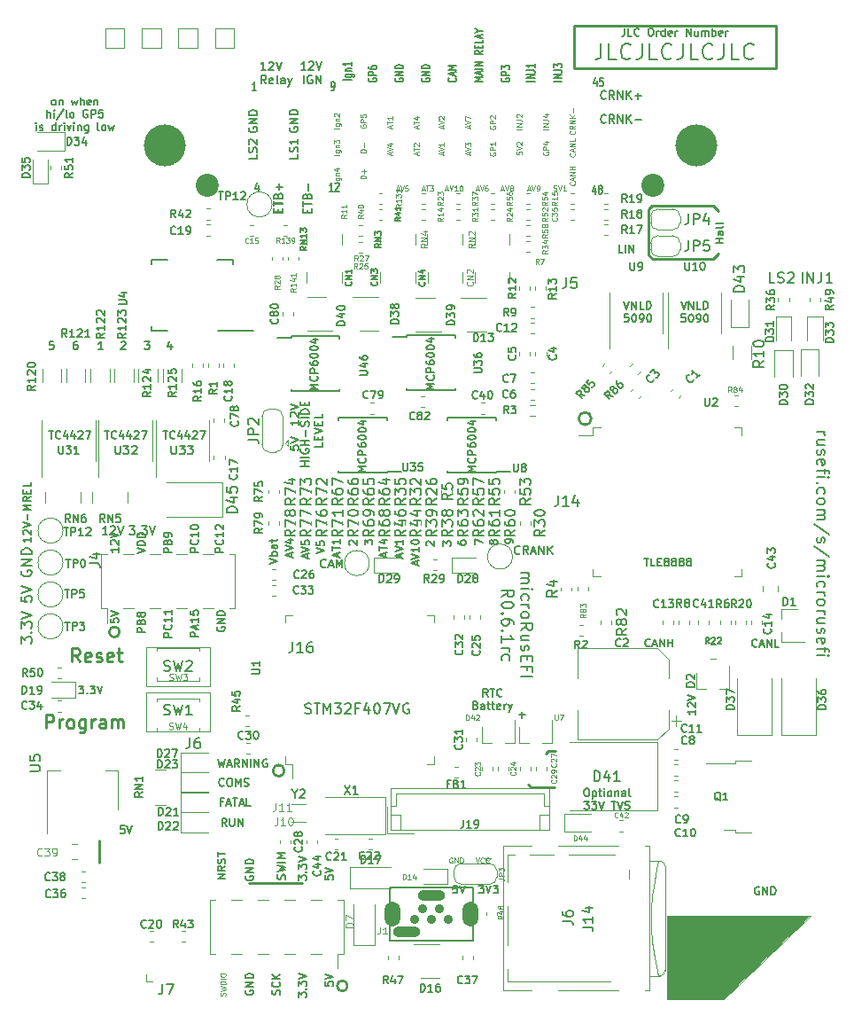
<source format=gbr>
%TF.GenerationSoftware,KiCad,Pcbnew,6.0.7-f9a2dced07~116~ubuntu20.04.1*%
%TF.CreationDate,2022-08-26T10:36:53+02:00*%
%TF.ProjectId,micro_rusEFI,6d696372-6f5f-4727-9573-4546492e6b69,R0.6.1rc*%
%TF.SameCoordinates,Original*%
%TF.FileFunction,Legend,Top*%
%TF.FilePolarity,Positive*%
%FSLAX46Y46*%
G04 Gerber Fmt 4.6, Leading zero omitted, Abs format (unit mm)*
G04 Created by KiCad (PCBNEW 6.0.7-f9a2dced07~116~ubuntu20.04.1) date 2022-08-26 10:36:53*
%MOMM*%
%LPD*%
G01*
G04 APERTURE LIST*
%ADD10C,0.250000*%
%ADD11C,0.100000*%
%ADD12C,0.130000*%
%ADD13C,0.152400*%
%ADD14C,0.254000*%
%ADD15C,0.200000*%
%ADD16C,0.127000*%
%ADD17C,0.150000*%
%ADD18C,0.203200*%
%ADD19C,0.125000*%
%ADD20C,0.088900*%
%ADD21C,0.101600*%
%ADD22C,0.114300*%
%ADD23C,0.120000*%
%ADD24C,0.889000*%
%ADD25O,1.500000X2.380000*%
%ADD26O,2.616200X1.016000*%
%ADD27C,4.000000*%
%ADD28C,2.200000*%
G04 APERTURE END LIST*
D10*
X93842000Y-22908000D02*
X74538000Y-22908000D01*
X74538000Y-26972000D02*
X93842000Y-26972000D01*
X72080120Y-92202000D02*
X71882000Y-92400120D01*
X88400000Y-40600000D02*
X87900000Y-40100000D01*
D11*
G36*
X88900000Y-115860000D02*
G01*
X83430000Y-115860000D01*
X83430000Y-107950000D01*
X97190000Y-107950000D01*
X88900000Y-115860000D01*
G37*
X88900000Y-115860000D02*
X83430000Y-115860000D01*
X83430000Y-107950000D01*
X97190000Y-107950000D01*
X88900000Y-115860000D01*
D10*
X29235400Y-100685600D02*
X29235400Y-102844600D01*
X87900000Y-40100000D02*
X82000000Y-40100000D01*
X72801480Y-92202000D02*
X72080120Y-92202000D01*
X72740520Y-95595440D02*
X70525640Y-95595440D01*
X82000000Y-40100000D02*
X81700000Y-40400000D01*
X87900000Y-45200000D02*
X88400000Y-44700000D01*
X81700000Y-44800000D02*
X82100000Y-45200000D01*
X70525640Y-95595440D02*
X70205600Y-95356680D01*
X82100000Y-45200000D02*
X87900000Y-45200000D01*
X81700000Y-40400000D02*
X81700000Y-44800000D01*
X93842000Y-26972000D02*
X93842000Y-22908000D01*
X46885901Y-94044300D02*
G75*
G03*
X46885901Y-94044300I-546248J0D01*
G01*
X76225058Y-60416857D02*
G75*
G03*
X76225058Y-60416857I-599058J0D01*
G01*
X74538000Y-22908000D02*
X74538000Y-26972000D01*
D12*
X47440904Y-63017380D02*
X47440904Y-63398333D01*
X47821857Y-63436428D01*
X47783761Y-63398333D01*
X47745666Y-63322142D01*
X47745666Y-63131666D01*
X47783761Y-63055476D01*
X47821857Y-63017380D01*
X47898047Y-62979285D01*
X48088523Y-62979285D01*
X48164714Y-63017380D01*
X48202809Y-63055476D01*
X48240904Y-63131666D01*
X48240904Y-63322142D01*
X48202809Y-63398333D01*
X48164714Y-63436428D01*
X47440904Y-62750714D02*
X48240904Y-62484047D01*
X47440904Y-62217380D01*
D13*
X21732119Y-77409523D02*
X21732119Y-77893333D01*
X22215928Y-77941714D01*
X22167547Y-77893333D01*
X22119166Y-77796571D01*
X22119166Y-77554666D01*
X22167547Y-77457904D01*
X22215928Y-77409523D01*
X22312690Y-77361142D01*
X22554595Y-77361142D01*
X22651357Y-77409523D01*
X22699738Y-77457904D01*
X22748119Y-77554666D01*
X22748119Y-77796571D01*
X22699738Y-77893333D01*
X22651357Y-77941714D01*
X21732119Y-77070857D02*
X22748119Y-76732190D01*
X21732119Y-76393523D01*
D12*
X92265571Y-105162000D02*
X92194142Y-105126285D01*
X92087000Y-105126285D01*
X91979857Y-105162000D01*
X91908428Y-105233428D01*
X91872714Y-105304857D01*
X91837000Y-105447714D01*
X91837000Y-105554857D01*
X91872714Y-105697714D01*
X91908428Y-105769142D01*
X91979857Y-105840571D01*
X92087000Y-105876285D01*
X92158428Y-105876285D01*
X92265571Y-105840571D01*
X92301285Y-105804857D01*
X92301285Y-105554857D01*
X92158428Y-105554857D01*
X92622714Y-105876285D02*
X92622714Y-105126285D01*
X93051285Y-105876285D01*
X93051285Y-105126285D01*
X93408428Y-105876285D02*
X93408428Y-105126285D01*
X93587000Y-105126285D01*
X93694142Y-105162000D01*
X93765571Y-105233428D01*
X93801285Y-105304857D01*
X93837000Y-105447714D01*
X93837000Y-105554857D01*
X93801285Y-105697714D01*
X93765571Y-105769142D01*
X93694142Y-105840571D01*
X93587000Y-105876285D01*
X93408428Y-105876285D01*
X50847619Y-74585714D02*
X50809523Y-74623809D01*
X50695238Y-74661904D01*
X50619047Y-74661904D01*
X50504761Y-74623809D01*
X50428571Y-74547619D01*
X50390476Y-74471428D01*
X50352380Y-74319047D01*
X50352380Y-74204761D01*
X50390476Y-74052380D01*
X50428571Y-73976190D01*
X50504761Y-73900000D01*
X50619047Y-73861904D01*
X50695238Y-73861904D01*
X50809523Y-73900000D01*
X50847619Y-73938095D01*
X51152380Y-74433333D02*
X51533333Y-74433333D01*
X51076190Y-74661904D02*
X51342857Y-73861904D01*
X51609523Y-74661904D01*
X51876190Y-74661904D02*
X51876190Y-73861904D01*
X52142857Y-74433333D01*
X52409523Y-73861904D01*
X52409523Y-74661904D01*
X69385714Y-73285714D02*
X69347619Y-73323809D01*
X69233333Y-73361904D01*
X69157142Y-73361904D01*
X69042857Y-73323809D01*
X68966666Y-73247619D01*
X68928571Y-73171428D01*
X68890476Y-73019047D01*
X68890476Y-72904761D01*
X68928571Y-72752380D01*
X68966666Y-72676190D01*
X69042857Y-72600000D01*
X69157142Y-72561904D01*
X69233333Y-72561904D01*
X69347619Y-72600000D01*
X69385714Y-72638095D01*
X70185714Y-73361904D02*
X69919047Y-72980952D01*
X69728571Y-73361904D02*
X69728571Y-72561904D01*
X70033333Y-72561904D01*
X70109523Y-72600000D01*
X70147619Y-72638095D01*
X70185714Y-72714285D01*
X70185714Y-72828571D01*
X70147619Y-72904761D01*
X70109523Y-72942857D01*
X70033333Y-72980952D01*
X69728571Y-72980952D01*
X70490476Y-73133333D02*
X70871428Y-73133333D01*
X70414285Y-73361904D02*
X70680952Y-72561904D01*
X70947619Y-73361904D01*
X71214285Y-73361904D02*
X71214285Y-72561904D01*
X71671428Y-73361904D01*
X71671428Y-72561904D01*
X72052380Y-73361904D02*
X72052380Y-72561904D01*
X72509523Y-73361904D02*
X72166666Y-72904761D01*
X72509523Y-72561904D02*
X72052380Y-73019047D01*
D13*
X21780500Y-74942095D02*
X21732119Y-75038857D01*
X21732119Y-75184000D01*
X21780500Y-75329142D01*
X21877261Y-75425904D01*
X21974023Y-75474285D01*
X22167547Y-75522666D01*
X22312690Y-75522666D01*
X22506214Y-75474285D01*
X22602976Y-75425904D01*
X22699738Y-75329142D01*
X22748119Y-75184000D01*
X22748119Y-75087238D01*
X22699738Y-74942095D01*
X22651357Y-74893714D01*
X22312690Y-74893714D01*
X22312690Y-75087238D01*
X22748119Y-74458285D02*
X21732119Y-74458285D01*
X22748119Y-73877714D01*
X21732119Y-73877714D01*
X22748119Y-73393904D02*
X21732119Y-73393904D01*
X21732119Y-73152000D01*
X21780500Y-73006857D01*
X21877261Y-72910095D01*
X21974023Y-72861714D01*
X22167547Y-72813333D01*
X22312690Y-72813333D01*
X22506214Y-72861714D01*
X22602976Y-72910095D01*
X22699738Y-73006857D01*
X22748119Y-73152000D01*
X22748119Y-73393904D01*
X21732119Y-81890809D02*
X21732119Y-81261857D01*
X22119166Y-81600523D01*
X22119166Y-81455380D01*
X22167547Y-81358619D01*
X22215928Y-81310238D01*
X22312690Y-81261857D01*
X22554595Y-81261857D01*
X22651357Y-81310238D01*
X22699738Y-81358619D01*
X22748119Y-81455380D01*
X22748119Y-81745666D01*
X22699738Y-81842428D01*
X22651357Y-81890809D01*
X22651357Y-80826428D02*
X22699738Y-80778047D01*
X22748119Y-80826428D01*
X22699738Y-80874809D01*
X22651357Y-80826428D01*
X22748119Y-80826428D01*
X21732119Y-80439380D02*
X21732119Y-79810428D01*
X22119166Y-80149095D01*
X22119166Y-80003952D01*
X22167547Y-79907190D01*
X22215928Y-79858809D01*
X22312690Y-79810428D01*
X22554595Y-79810428D01*
X22651357Y-79858809D01*
X22699738Y-79907190D01*
X22748119Y-80003952D01*
X22748119Y-80294238D01*
X22699738Y-80391000D01*
X22651357Y-80439380D01*
X21732119Y-79520142D02*
X22748119Y-79181476D01*
X21732119Y-78842809D01*
D14*
X27332819Y-83632523D02*
X26909485Y-83027761D01*
X26607104Y-83632523D02*
X26607104Y-82362523D01*
X27090914Y-82362523D01*
X27211866Y-82423000D01*
X27272342Y-82483476D01*
X27332819Y-82604428D01*
X27332819Y-82785857D01*
X27272342Y-82906809D01*
X27211866Y-82967285D01*
X27090914Y-83027761D01*
X26607104Y-83027761D01*
X28360914Y-83572047D02*
X28239961Y-83632523D01*
X27998057Y-83632523D01*
X27877104Y-83572047D01*
X27816628Y-83451095D01*
X27816628Y-82967285D01*
X27877104Y-82846333D01*
X27998057Y-82785857D01*
X28239961Y-82785857D01*
X28360914Y-82846333D01*
X28421390Y-82967285D01*
X28421390Y-83088238D01*
X27816628Y-83209190D01*
X28905200Y-83572047D02*
X29026152Y-83632523D01*
X29268057Y-83632523D01*
X29389009Y-83572047D01*
X29449485Y-83451095D01*
X29449485Y-83390619D01*
X29389009Y-83269666D01*
X29268057Y-83209190D01*
X29086628Y-83209190D01*
X28965676Y-83148714D01*
X28905200Y-83027761D01*
X28905200Y-82967285D01*
X28965676Y-82846333D01*
X29086628Y-82785857D01*
X29268057Y-82785857D01*
X29389009Y-82846333D01*
X30477580Y-83572047D02*
X30356628Y-83632523D01*
X30114723Y-83632523D01*
X29993771Y-83572047D01*
X29933295Y-83451095D01*
X29933295Y-82967285D01*
X29993771Y-82846333D01*
X30114723Y-82785857D01*
X30356628Y-82785857D01*
X30477580Y-82846333D01*
X30538057Y-82967285D01*
X30538057Y-83088238D01*
X29933295Y-83209190D01*
X30900914Y-82785857D02*
X31384723Y-82785857D01*
X31082342Y-82362523D02*
X31082342Y-83451095D01*
X31142819Y-83572047D01*
X31263771Y-83632523D01*
X31384723Y-83632523D01*
D12*
X24798571Y-30481785D02*
X24727142Y-30446071D01*
X24691428Y-30410357D01*
X24655714Y-30338928D01*
X24655714Y-30124642D01*
X24691428Y-30053214D01*
X24727142Y-30017500D01*
X24798571Y-29981785D01*
X24905714Y-29981785D01*
X24977142Y-30017500D01*
X25012857Y-30053214D01*
X25048571Y-30124642D01*
X25048571Y-30338928D01*
X25012857Y-30410357D01*
X24977142Y-30446071D01*
X24905714Y-30481785D01*
X24798571Y-30481785D01*
X25370000Y-29981785D02*
X25370000Y-30481785D01*
X25370000Y-30053214D02*
X25405714Y-30017500D01*
X25477142Y-29981785D01*
X25584285Y-29981785D01*
X25655714Y-30017500D01*
X25691428Y-30088928D01*
X25691428Y-30481785D01*
X26548571Y-29981785D02*
X26691428Y-30481785D01*
X26834285Y-30124642D01*
X26977142Y-30481785D01*
X27120000Y-29981785D01*
X27405714Y-30481785D02*
X27405714Y-29731785D01*
X27727142Y-30481785D02*
X27727142Y-30088928D01*
X27691428Y-30017500D01*
X27620000Y-29981785D01*
X27512857Y-29981785D01*
X27441428Y-30017500D01*
X27405714Y-30053214D01*
X28370000Y-30446071D02*
X28298571Y-30481785D01*
X28155714Y-30481785D01*
X28084285Y-30446071D01*
X28048571Y-30374642D01*
X28048571Y-30088928D01*
X28084285Y-30017500D01*
X28155714Y-29981785D01*
X28298571Y-29981785D01*
X28370000Y-30017500D01*
X28405714Y-30088928D01*
X28405714Y-30160357D01*
X28048571Y-30231785D01*
X28727142Y-29981785D02*
X28727142Y-30481785D01*
X28727142Y-30053214D02*
X28762857Y-30017500D01*
X28834285Y-29981785D01*
X28941428Y-29981785D01*
X29012857Y-30017500D01*
X29048571Y-30088928D01*
X29048571Y-30481785D01*
X24209285Y-31689285D02*
X24209285Y-30939285D01*
X24530714Y-31689285D02*
X24530714Y-31296428D01*
X24495000Y-31225000D01*
X24423571Y-31189285D01*
X24316428Y-31189285D01*
X24245000Y-31225000D01*
X24209285Y-31260714D01*
X24887857Y-31689285D02*
X24887857Y-31189285D01*
X24887857Y-30939285D02*
X24852142Y-30975000D01*
X24887857Y-31010714D01*
X24923571Y-30975000D01*
X24887857Y-30939285D01*
X24887857Y-31010714D01*
X25780714Y-30903571D02*
X25137857Y-31867857D01*
X26137857Y-31689285D02*
X26066428Y-31653571D01*
X26030714Y-31582142D01*
X26030714Y-30939285D01*
X26530714Y-31689285D02*
X26459285Y-31653571D01*
X26423571Y-31617857D01*
X26387857Y-31546428D01*
X26387857Y-31332142D01*
X26423571Y-31260714D01*
X26459285Y-31225000D01*
X26530714Y-31189285D01*
X26637857Y-31189285D01*
X26709285Y-31225000D01*
X26745000Y-31260714D01*
X26780714Y-31332142D01*
X26780714Y-31546428D01*
X26745000Y-31617857D01*
X26709285Y-31653571D01*
X26637857Y-31689285D01*
X26530714Y-31689285D01*
X28066428Y-30975000D02*
X27995000Y-30939285D01*
X27887857Y-30939285D01*
X27780714Y-30975000D01*
X27709285Y-31046428D01*
X27673571Y-31117857D01*
X27637857Y-31260714D01*
X27637857Y-31367857D01*
X27673571Y-31510714D01*
X27709285Y-31582142D01*
X27780714Y-31653571D01*
X27887857Y-31689285D01*
X27959285Y-31689285D01*
X28066428Y-31653571D01*
X28102142Y-31617857D01*
X28102142Y-31367857D01*
X27959285Y-31367857D01*
X28423571Y-31689285D02*
X28423571Y-30939285D01*
X28709285Y-30939285D01*
X28780714Y-30975000D01*
X28816428Y-31010714D01*
X28852142Y-31082142D01*
X28852142Y-31189285D01*
X28816428Y-31260714D01*
X28780714Y-31296428D01*
X28709285Y-31332142D01*
X28423571Y-31332142D01*
X29530714Y-30939285D02*
X29173571Y-30939285D01*
X29137857Y-31296428D01*
X29173571Y-31260714D01*
X29245000Y-31225000D01*
X29423571Y-31225000D01*
X29495000Y-31260714D01*
X29530714Y-31296428D01*
X29566428Y-31367857D01*
X29566428Y-31546428D01*
X29530714Y-31617857D01*
X29495000Y-31653571D01*
X29423571Y-31689285D01*
X29245000Y-31689285D01*
X29173571Y-31653571D01*
X29137857Y-31617857D01*
X23173571Y-32896785D02*
X23173571Y-32396785D01*
X23173571Y-32146785D02*
X23137857Y-32182500D01*
X23173571Y-32218214D01*
X23209285Y-32182500D01*
X23173571Y-32146785D01*
X23173571Y-32218214D01*
X23495000Y-32861071D02*
X23566428Y-32896785D01*
X23709285Y-32896785D01*
X23780714Y-32861071D01*
X23816428Y-32789642D01*
X23816428Y-32753928D01*
X23780714Y-32682500D01*
X23709285Y-32646785D01*
X23602142Y-32646785D01*
X23530714Y-32611071D01*
X23495000Y-32539642D01*
X23495000Y-32503928D01*
X23530714Y-32432500D01*
X23602142Y-32396785D01*
X23709285Y-32396785D01*
X23780714Y-32432500D01*
X25030714Y-32896785D02*
X25030714Y-32146785D01*
X25030714Y-32861071D02*
X24959285Y-32896785D01*
X24816428Y-32896785D01*
X24745000Y-32861071D01*
X24709285Y-32825357D01*
X24673571Y-32753928D01*
X24673571Y-32539642D01*
X24709285Y-32468214D01*
X24745000Y-32432500D01*
X24816428Y-32396785D01*
X24959285Y-32396785D01*
X25030714Y-32432500D01*
X25387857Y-32896785D02*
X25387857Y-32396785D01*
X25387857Y-32539642D02*
X25423571Y-32468214D01*
X25459285Y-32432500D01*
X25530714Y-32396785D01*
X25602142Y-32396785D01*
X25852142Y-32896785D02*
X25852142Y-32396785D01*
X25852142Y-32146785D02*
X25816428Y-32182500D01*
X25852142Y-32218214D01*
X25887857Y-32182500D01*
X25852142Y-32146785D01*
X25852142Y-32218214D01*
X26137857Y-32396785D02*
X26316428Y-32896785D01*
X26495000Y-32396785D01*
X26780714Y-32896785D02*
X26780714Y-32396785D01*
X26780714Y-32146785D02*
X26745000Y-32182500D01*
X26780714Y-32218214D01*
X26816428Y-32182500D01*
X26780714Y-32146785D01*
X26780714Y-32218214D01*
X27137857Y-32396785D02*
X27137857Y-32896785D01*
X27137857Y-32468214D02*
X27173571Y-32432500D01*
X27245000Y-32396785D01*
X27352142Y-32396785D01*
X27423571Y-32432500D01*
X27459285Y-32503928D01*
X27459285Y-32896785D01*
X28137857Y-32396785D02*
X28137857Y-33003928D01*
X28102142Y-33075357D01*
X28066428Y-33111071D01*
X27995000Y-33146785D01*
X27887857Y-33146785D01*
X27816428Y-33111071D01*
X28137857Y-32861071D02*
X28066428Y-32896785D01*
X27923571Y-32896785D01*
X27852142Y-32861071D01*
X27816428Y-32825357D01*
X27780714Y-32753928D01*
X27780714Y-32539642D01*
X27816428Y-32468214D01*
X27852142Y-32432500D01*
X27923571Y-32396785D01*
X28066428Y-32396785D01*
X28137857Y-32432500D01*
X29173571Y-32896785D02*
X29102142Y-32861071D01*
X29066428Y-32789642D01*
X29066428Y-32146785D01*
X29566428Y-32896785D02*
X29495000Y-32861071D01*
X29459285Y-32825357D01*
X29423571Y-32753928D01*
X29423571Y-32539642D01*
X29459285Y-32468214D01*
X29495000Y-32432500D01*
X29566428Y-32396785D01*
X29673571Y-32396785D01*
X29745000Y-32432500D01*
X29780714Y-32468214D01*
X29816428Y-32539642D01*
X29816428Y-32753928D01*
X29780714Y-32825357D01*
X29745000Y-32861071D01*
X29673571Y-32896785D01*
X29566428Y-32896785D01*
X30066428Y-32396785D02*
X30209285Y-32896785D01*
X30352142Y-32539642D01*
X30495000Y-32896785D01*
X30637857Y-32396785D01*
D13*
X93746857Y-47459619D02*
X93263047Y-47459619D01*
X93263047Y-46443619D01*
X94037142Y-47411238D02*
X94182285Y-47459619D01*
X94424190Y-47459619D01*
X94520952Y-47411238D01*
X94569333Y-47362857D01*
X94617714Y-47266095D01*
X94617714Y-47169333D01*
X94569333Y-47072571D01*
X94520952Y-47024190D01*
X94424190Y-46975809D01*
X94230666Y-46927428D01*
X94133904Y-46879047D01*
X94085523Y-46830666D01*
X94037142Y-46733904D01*
X94037142Y-46637142D01*
X94085523Y-46540380D01*
X94133904Y-46492000D01*
X94230666Y-46443619D01*
X94472571Y-46443619D01*
X94617714Y-46492000D01*
X95004761Y-46540380D02*
X95053142Y-46492000D01*
X95149904Y-46443619D01*
X95391809Y-46443619D01*
X95488571Y-46492000D01*
X95536952Y-46540380D01*
X95585333Y-46637142D01*
X95585333Y-46733904D01*
X95536952Y-46879047D01*
X94956380Y-47459619D01*
X95585333Y-47459619D01*
D15*
X69491043Y-75184000D02*
X70253043Y-75184000D01*
X70144186Y-75184000D02*
X70198615Y-75238428D01*
X70253043Y-75347285D01*
X70253043Y-75510571D01*
X70198615Y-75619428D01*
X70089757Y-75673857D01*
X69491043Y-75673857D01*
X70089757Y-75673857D02*
X70198615Y-75728285D01*
X70253043Y-75837142D01*
X70253043Y-76000428D01*
X70198615Y-76109285D01*
X70089757Y-76163714D01*
X69491043Y-76163714D01*
X69491043Y-76708000D02*
X70253043Y-76708000D01*
X70634043Y-76708000D02*
X70579615Y-76653571D01*
X70525186Y-76708000D01*
X70579615Y-76762428D01*
X70634043Y-76708000D01*
X70525186Y-76708000D01*
X69545472Y-77742142D02*
X69491043Y-77633285D01*
X69491043Y-77415571D01*
X69545472Y-77306714D01*
X69599900Y-77252285D01*
X69708757Y-77197857D01*
X70035329Y-77197857D01*
X70144186Y-77252285D01*
X70198615Y-77306714D01*
X70253043Y-77415571D01*
X70253043Y-77633285D01*
X70198615Y-77742142D01*
X69491043Y-78232000D02*
X70253043Y-78232000D01*
X70035329Y-78232000D02*
X70144186Y-78286428D01*
X70198615Y-78340857D01*
X70253043Y-78449714D01*
X70253043Y-78558571D01*
X69491043Y-79102857D02*
X69545472Y-78994000D01*
X69599900Y-78939571D01*
X69708757Y-78885142D01*
X70035329Y-78885142D01*
X70144186Y-78939571D01*
X70198615Y-78994000D01*
X70253043Y-79102857D01*
X70253043Y-79266142D01*
X70198615Y-79375000D01*
X70144186Y-79429428D01*
X70035329Y-79483857D01*
X69708757Y-79483857D01*
X69599900Y-79429428D01*
X69545472Y-79375000D01*
X69491043Y-79266142D01*
X69491043Y-79102857D01*
X69491043Y-80626857D02*
X70035329Y-80245857D01*
X69491043Y-79973714D02*
X70634043Y-79973714D01*
X70634043Y-80409142D01*
X70579615Y-80518000D01*
X70525186Y-80572428D01*
X70416329Y-80626857D01*
X70253043Y-80626857D01*
X70144186Y-80572428D01*
X70089757Y-80518000D01*
X70035329Y-80409142D01*
X70035329Y-79973714D01*
X70253043Y-81606571D02*
X69491043Y-81606571D01*
X70253043Y-81116714D02*
X69654329Y-81116714D01*
X69545472Y-81171142D01*
X69491043Y-81280000D01*
X69491043Y-81443285D01*
X69545472Y-81552142D01*
X69599900Y-81606571D01*
X69545472Y-82096428D02*
X69491043Y-82205285D01*
X69491043Y-82423000D01*
X69545472Y-82531857D01*
X69654329Y-82586285D01*
X69708757Y-82586285D01*
X69817615Y-82531857D01*
X69872043Y-82423000D01*
X69872043Y-82259714D01*
X69926472Y-82150857D01*
X70035329Y-82096428D01*
X70089757Y-82096428D01*
X70198615Y-82150857D01*
X70253043Y-82259714D01*
X70253043Y-82423000D01*
X70198615Y-82531857D01*
X70089757Y-83076142D02*
X70089757Y-83457142D01*
X69491043Y-83620428D02*
X69491043Y-83076142D01*
X70634043Y-83076142D01*
X70634043Y-83620428D01*
X70089757Y-84491285D02*
X70089757Y-84110285D01*
X69491043Y-84110285D02*
X70634043Y-84110285D01*
X70634043Y-84654571D01*
X69491043Y-85090000D02*
X70634043Y-85090000D01*
X67650813Y-77470000D02*
X68195099Y-77089000D01*
X67650813Y-76816857D02*
X68793813Y-76816857D01*
X68793813Y-77252285D01*
X68739385Y-77361142D01*
X68684956Y-77415571D01*
X68576099Y-77470000D01*
X68412813Y-77470000D01*
X68303956Y-77415571D01*
X68249527Y-77361142D01*
X68195099Y-77252285D01*
X68195099Y-76816857D01*
X68793813Y-78177571D02*
X68793813Y-78286428D01*
X68739385Y-78395285D01*
X68684956Y-78449714D01*
X68576099Y-78504142D01*
X68358385Y-78558571D01*
X68086242Y-78558571D01*
X67868527Y-78504142D01*
X67759670Y-78449714D01*
X67705242Y-78395285D01*
X67650813Y-78286428D01*
X67650813Y-78177571D01*
X67705242Y-78068714D01*
X67759670Y-78014285D01*
X67868527Y-77959857D01*
X68086242Y-77905428D01*
X68358385Y-77905428D01*
X68576099Y-77959857D01*
X68684956Y-78014285D01*
X68739385Y-78068714D01*
X68793813Y-78177571D01*
X67759670Y-79048428D02*
X67705242Y-79102857D01*
X67650813Y-79048428D01*
X67705242Y-78994000D01*
X67759670Y-79048428D01*
X67650813Y-79048428D01*
X68793813Y-80082571D02*
X68793813Y-79864857D01*
X68739385Y-79756000D01*
X68684956Y-79701571D01*
X68521670Y-79592714D01*
X68303956Y-79538285D01*
X67868527Y-79538285D01*
X67759670Y-79592714D01*
X67705242Y-79647142D01*
X67650813Y-79756000D01*
X67650813Y-79973714D01*
X67705242Y-80082571D01*
X67759670Y-80137000D01*
X67868527Y-80191428D01*
X68140670Y-80191428D01*
X68249527Y-80137000D01*
X68303956Y-80082571D01*
X68358385Y-79973714D01*
X68358385Y-79756000D01*
X68303956Y-79647142D01*
X68249527Y-79592714D01*
X68140670Y-79538285D01*
X67759670Y-80681285D02*
X67705242Y-80735714D01*
X67650813Y-80681285D01*
X67705242Y-80626857D01*
X67759670Y-80681285D01*
X67650813Y-80681285D01*
X67650813Y-81824285D02*
X67650813Y-81171142D01*
X67650813Y-81497714D02*
X68793813Y-81497714D01*
X68630527Y-81388857D01*
X68521670Y-81280000D01*
X68467242Y-81171142D01*
X67650813Y-82314142D02*
X68412813Y-82314142D01*
X68195099Y-82314142D02*
X68303956Y-82368571D01*
X68358385Y-82423000D01*
X68412813Y-82531857D01*
X68412813Y-82640714D01*
X67705242Y-83511571D02*
X67650813Y-83402714D01*
X67650813Y-83185000D01*
X67705242Y-83076142D01*
X67759670Y-83021714D01*
X67868527Y-82967285D01*
X68195099Y-82967285D01*
X68303956Y-83021714D01*
X68358385Y-83076142D01*
X68412813Y-83185000D01*
X68412813Y-83402714D01*
X68358385Y-83511571D01*
D12*
X73834666Y-46950380D02*
X73834666Y-47664666D01*
X73787047Y-47807523D01*
X73691809Y-47902761D01*
X73548952Y-47950380D01*
X73453714Y-47950380D01*
X74787047Y-46950380D02*
X74310857Y-46950380D01*
X74263238Y-47426571D01*
X74310857Y-47378952D01*
X74406095Y-47331333D01*
X74644190Y-47331333D01*
X74739428Y-47378952D01*
X74787047Y-47426571D01*
X74834666Y-47521809D01*
X74834666Y-47759904D01*
X74787047Y-47855142D01*
X74739428Y-47902761D01*
X74644190Y-47950380D01*
X74406095Y-47950380D01*
X74310857Y-47902761D01*
X74263238Y-47855142D01*
D15*
X97780928Y-61721999D02*
X98542928Y-61721999D01*
X98325214Y-61721999D02*
X98434071Y-61776428D01*
X98488500Y-61830857D01*
X98542928Y-61939714D01*
X98542928Y-62048571D01*
X98542928Y-62919428D02*
X97780928Y-62919428D01*
X98542928Y-62429571D02*
X97944214Y-62429571D01*
X97835357Y-62483999D01*
X97780928Y-62592857D01*
X97780928Y-62756142D01*
X97835357Y-62864999D01*
X97889785Y-62919428D01*
X97835357Y-63409285D02*
X97780928Y-63518142D01*
X97780928Y-63735857D01*
X97835357Y-63844714D01*
X97944214Y-63899142D01*
X97998642Y-63899142D01*
X98107500Y-63844714D01*
X98161928Y-63735857D01*
X98161928Y-63572571D01*
X98216357Y-63463714D01*
X98325214Y-63409285D01*
X98379642Y-63409285D01*
X98488500Y-63463714D01*
X98542928Y-63572571D01*
X98542928Y-63735857D01*
X98488500Y-63844714D01*
X97835357Y-64824428D02*
X97780928Y-64715571D01*
X97780928Y-64497857D01*
X97835357Y-64388999D01*
X97944214Y-64334571D01*
X98379642Y-64334571D01*
X98488500Y-64388999D01*
X98542928Y-64497857D01*
X98542928Y-64715571D01*
X98488500Y-64824428D01*
X98379642Y-64878857D01*
X98270785Y-64878857D01*
X98161928Y-64334571D01*
X98542928Y-65205428D02*
X98542928Y-65640857D01*
X97780928Y-65368714D02*
X98760642Y-65368714D01*
X98869500Y-65423142D01*
X98923928Y-65531999D01*
X98923928Y-65640857D01*
X97780928Y-66021857D02*
X98542928Y-66021857D01*
X98923928Y-66021857D02*
X98869500Y-65967428D01*
X98815071Y-66021857D01*
X98869500Y-66076285D01*
X98923928Y-66021857D01*
X98815071Y-66021857D01*
X97889785Y-66566142D02*
X97835357Y-66620571D01*
X97780928Y-66566142D01*
X97835357Y-66511714D01*
X97889785Y-66566142D01*
X97780928Y-66566142D01*
X97835357Y-67600285D02*
X97780928Y-67491428D01*
X97780928Y-67273714D01*
X97835357Y-67164857D01*
X97889785Y-67110428D01*
X97998642Y-67055999D01*
X98325214Y-67055999D01*
X98434071Y-67110428D01*
X98488500Y-67164857D01*
X98542928Y-67273714D01*
X98542928Y-67491428D01*
X98488500Y-67600285D01*
X97780928Y-68253428D02*
X97835357Y-68144571D01*
X97889785Y-68090142D01*
X97998642Y-68035714D01*
X98325214Y-68035714D01*
X98434071Y-68090142D01*
X98488500Y-68144571D01*
X98542928Y-68253428D01*
X98542928Y-68416714D01*
X98488500Y-68525571D01*
X98434071Y-68579999D01*
X98325214Y-68634428D01*
X97998642Y-68634428D01*
X97889785Y-68579999D01*
X97835357Y-68525571D01*
X97780928Y-68416714D01*
X97780928Y-68253428D01*
X97780928Y-69124285D02*
X98542928Y-69124285D01*
X98434071Y-69124285D02*
X98488500Y-69178714D01*
X98542928Y-69287571D01*
X98542928Y-69450857D01*
X98488500Y-69559714D01*
X98379642Y-69614142D01*
X97780928Y-69614142D01*
X98379642Y-69614142D02*
X98488500Y-69668571D01*
X98542928Y-69777428D01*
X98542928Y-69940714D01*
X98488500Y-70049571D01*
X98379642Y-70104000D01*
X97780928Y-70104000D01*
X98978357Y-71464714D02*
X97508785Y-70485000D01*
X97835357Y-71791285D02*
X97780928Y-71900142D01*
X97780928Y-72117857D01*
X97835357Y-72226714D01*
X97944214Y-72281142D01*
X97998642Y-72281142D01*
X98107500Y-72226714D01*
X98161928Y-72117857D01*
X98161928Y-71954571D01*
X98216357Y-71845714D01*
X98325214Y-71791285D01*
X98379642Y-71791285D01*
X98488500Y-71845714D01*
X98542928Y-71954571D01*
X98542928Y-72117857D01*
X98488500Y-72226714D01*
X98978357Y-73587428D02*
X97508785Y-72607714D01*
X97780928Y-73968428D02*
X98542928Y-73968428D01*
X98434071Y-73968428D02*
X98488500Y-74022857D01*
X98542928Y-74131714D01*
X98542928Y-74294999D01*
X98488500Y-74403857D01*
X98379642Y-74458285D01*
X97780928Y-74458285D01*
X98379642Y-74458285D02*
X98488500Y-74512714D01*
X98542928Y-74621571D01*
X98542928Y-74784857D01*
X98488500Y-74893714D01*
X98379642Y-74948142D01*
X97780928Y-74948142D01*
X97780928Y-75492428D02*
X98542928Y-75492428D01*
X98923928Y-75492428D02*
X98869500Y-75437999D01*
X98815071Y-75492428D01*
X98869500Y-75546857D01*
X98923928Y-75492428D01*
X98815071Y-75492428D01*
X97835357Y-76526571D02*
X97780928Y-76417714D01*
X97780928Y-76199999D01*
X97835357Y-76091142D01*
X97889785Y-76036714D01*
X97998642Y-75982285D01*
X98325214Y-75982285D01*
X98434071Y-76036714D01*
X98488500Y-76091142D01*
X98542928Y-76199999D01*
X98542928Y-76417714D01*
X98488500Y-76526571D01*
X97780928Y-77016428D02*
X98542928Y-77016428D01*
X98325214Y-77016428D02*
X98434071Y-77070857D01*
X98488500Y-77125285D01*
X98542928Y-77234142D01*
X98542928Y-77342999D01*
X97780928Y-77887285D02*
X97835357Y-77778428D01*
X97889785Y-77723999D01*
X97998642Y-77669571D01*
X98325214Y-77669571D01*
X98434071Y-77723999D01*
X98488500Y-77778428D01*
X98542928Y-77887285D01*
X98542928Y-78050571D01*
X98488500Y-78159428D01*
X98434071Y-78213857D01*
X98325214Y-78268285D01*
X97998642Y-78268285D01*
X97889785Y-78213857D01*
X97835357Y-78159428D01*
X97780928Y-78050571D01*
X97780928Y-77887285D01*
X97780928Y-78758142D02*
X98542928Y-78758142D01*
X98325214Y-78758142D02*
X98434071Y-78812571D01*
X98488500Y-78867000D01*
X98542928Y-78975857D01*
X98542928Y-79084714D01*
X98542928Y-79955571D02*
X97780928Y-79955571D01*
X98542928Y-79465714D02*
X97944214Y-79465714D01*
X97835357Y-79520142D01*
X97780928Y-79629000D01*
X97780928Y-79792285D01*
X97835357Y-79901142D01*
X97889785Y-79955571D01*
X97835357Y-80445428D02*
X97780928Y-80554285D01*
X97780928Y-80772000D01*
X97835357Y-80880857D01*
X97944214Y-80935285D01*
X97998642Y-80935285D01*
X98107500Y-80880857D01*
X98161928Y-80772000D01*
X98161928Y-80608714D01*
X98216357Y-80499857D01*
X98325214Y-80445428D01*
X98379642Y-80445428D01*
X98488500Y-80499857D01*
X98542928Y-80608714D01*
X98542928Y-80772000D01*
X98488500Y-80880857D01*
X97835357Y-81860571D02*
X97780928Y-81751714D01*
X97780928Y-81534000D01*
X97835357Y-81425142D01*
X97944214Y-81370714D01*
X98379642Y-81370714D01*
X98488500Y-81425142D01*
X98542928Y-81534000D01*
X98542928Y-81751714D01*
X98488500Y-81860571D01*
X98379642Y-81915000D01*
X98270785Y-81915000D01*
X98161928Y-81370714D01*
X98542928Y-82241571D02*
X98542928Y-82677000D01*
X97780928Y-82404857D02*
X98760642Y-82404857D01*
X98869500Y-82459285D01*
X98923928Y-82568142D01*
X98923928Y-82677000D01*
X97780928Y-83058000D02*
X98542928Y-83058000D01*
X98923928Y-83058000D02*
X98869500Y-83003571D01*
X98815071Y-83058000D01*
X98869500Y-83112428D01*
X98923928Y-83058000D01*
X98815071Y-83058000D01*
D12*
X81280285Y-73757285D02*
X81708857Y-73757285D01*
X81494571Y-74507285D02*
X81494571Y-73757285D01*
X82316000Y-74507285D02*
X81958857Y-74507285D01*
X81958857Y-73757285D01*
X82566000Y-74114428D02*
X82816000Y-74114428D01*
X82923142Y-74507285D02*
X82566000Y-74507285D01*
X82566000Y-73757285D01*
X82923142Y-73757285D01*
X83351714Y-74078714D02*
X83280285Y-74043000D01*
X83244571Y-74007285D01*
X83208857Y-73935857D01*
X83208857Y-73900142D01*
X83244571Y-73828714D01*
X83280285Y-73793000D01*
X83351714Y-73757285D01*
X83494571Y-73757285D01*
X83566000Y-73793000D01*
X83601714Y-73828714D01*
X83637428Y-73900142D01*
X83637428Y-73935857D01*
X83601714Y-74007285D01*
X83566000Y-74043000D01*
X83494571Y-74078714D01*
X83351714Y-74078714D01*
X83280285Y-74114428D01*
X83244571Y-74150142D01*
X83208857Y-74221571D01*
X83208857Y-74364428D01*
X83244571Y-74435857D01*
X83280285Y-74471571D01*
X83351714Y-74507285D01*
X83494571Y-74507285D01*
X83566000Y-74471571D01*
X83601714Y-74435857D01*
X83637428Y-74364428D01*
X83637428Y-74221571D01*
X83601714Y-74150142D01*
X83566000Y-74114428D01*
X83494571Y-74078714D01*
X84066000Y-74078714D02*
X83994571Y-74043000D01*
X83958857Y-74007285D01*
X83923142Y-73935857D01*
X83923142Y-73900142D01*
X83958857Y-73828714D01*
X83994571Y-73793000D01*
X84066000Y-73757285D01*
X84208857Y-73757285D01*
X84280285Y-73793000D01*
X84316000Y-73828714D01*
X84351714Y-73900142D01*
X84351714Y-73935857D01*
X84316000Y-74007285D01*
X84280285Y-74043000D01*
X84208857Y-74078714D01*
X84066000Y-74078714D01*
X83994571Y-74114428D01*
X83958857Y-74150142D01*
X83923142Y-74221571D01*
X83923142Y-74364428D01*
X83958857Y-74435857D01*
X83994571Y-74471571D01*
X84066000Y-74507285D01*
X84208857Y-74507285D01*
X84280285Y-74471571D01*
X84316000Y-74435857D01*
X84351714Y-74364428D01*
X84351714Y-74221571D01*
X84316000Y-74150142D01*
X84280285Y-74114428D01*
X84208857Y-74078714D01*
X84780285Y-74078714D02*
X84708857Y-74043000D01*
X84673142Y-74007285D01*
X84637428Y-73935857D01*
X84637428Y-73900142D01*
X84673142Y-73828714D01*
X84708857Y-73793000D01*
X84780285Y-73757285D01*
X84923142Y-73757285D01*
X84994571Y-73793000D01*
X85030285Y-73828714D01*
X85066000Y-73900142D01*
X85066000Y-73935857D01*
X85030285Y-74007285D01*
X84994571Y-74043000D01*
X84923142Y-74078714D01*
X84780285Y-74078714D01*
X84708857Y-74114428D01*
X84673142Y-74150142D01*
X84637428Y-74221571D01*
X84637428Y-74364428D01*
X84673142Y-74435857D01*
X84708857Y-74471571D01*
X84780285Y-74507285D01*
X84923142Y-74507285D01*
X84994571Y-74471571D01*
X85030285Y-74435857D01*
X85066000Y-74364428D01*
X85066000Y-74221571D01*
X85030285Y-74150142D01*
X84994571Y-74114428D01*
X84923142Y-74078714D01*
X85494571Y-74078714D02*
X85423142Y-74043000D01*
X85387428Y-74007285D01*
X85351714Y-73935857D01*
X85351714Y-73900142D01*
X85387428Y-73828714D01*
X85423142Y-73793000D01*
X85494571Y-73757285D01*
X85637428Y-73757285D01*
X85708857Y-73793000D01*
X85744571Y-73828714D01*
X85780285Y-73900142D01*
X85780285Y-73935857D01*
X85744571Y-74007285D01*
X85708857Y-74043000D01*
X85637428Y-74078714D01*
X85494571Y-74078714D01*
X85423142Y-74114428D01*
X85387428Y-74150142D01*
X85351714Y-74221571D01*
X85351714Y-74364428D01*
X85387428Y-74435857D01*
X85423142Y-74471571D01*
X85494571Y-74507285D01*
X85637428Y-74507285D01*
X85708857Y-74471571D01*
X85744571Y-74435857D01*
X85780285Y-74364428D01*
X85780285Y-74221571D01*
X85744571Y-74150142D01*
X85708857Y-74114428D01*
X85637428Y-74078714D01*
X79210714Y-44589285D02*
X78853571Y-44589285D01*
X78853571Y-43839285D01*
X79460714Y-44589285D02*
X79460714Y-43839285D01*
X79817857Y-44589285D02*
X79817857Y-43839285D01*
X80246428Y-44589285D01*
X80246428Y-43839285D01*
X84788571Y-49225535D02*
X85038571Y-49975535D01*
X85288571Y-49225535D01*
X85538571Y-49975535D02*
X85538571Y-49225535D01*
X85967142Y-49975535D01*
X85967142Y-49225535D01*
X86681428Y-49975535D02*
X86324285Y-49975535D01*
X86324285Y-49225535D01*
X86931428Y-49975535D02*
X86931428Y-49225535D01*
X87110000Y-49225535D01*
X87217142Y-49261250D01*
X87288571Y-49332678D01*
X87324285Y-49404107D01*
X87360000Y-49546964D01*
X87360000Y-49654107D01*
X87324285Y-49796964D01*
X87288571Y-49868392D01*
X87217142Y-49939821D01*
X87110000Y-49975535D01*
X86931428Y-49975535D01*
X85217142Y-50433035D02*
X84860000Y-50433035D01*
X84824285Y-50790178D01*
X84860000Y-50754464D01*
X84931428Y-50718750D01*
X85110000Y-50718750D01*
X85181428Y-50754464D01*
X85217142Y-50790178D01*
X85252857Y-50861607D01*
X85252857Y-51040178D01*
X85217142Y-51111607D01*
X85181428Y-51147321D01*
X85110000Y-51183035D01*
X84931428Y-51183035D01*
X84860000Y-51147321D01*
X84824285Y-51111607D01*
X85717142Y-50433035D02*
X85788571Y-50433035D01*
X85860000Y-50468750D01*
X85895714Y-50504464D01*
X85931428Y-50575892D01*
X85967142Y-50718750D01*
X85967142Y-50897321D01*
X85931428Y-51040178D01*
X85895714Y-51111607D01*
X85860000Y-51147321D01*
X85788571Y-51183035D01*
X85717142Y-51183035D01*
X85645714Y-51147321D01*
X85610000Y-51111607D01*
X85574285Y-51040178D01*
X85538571Y-50897321D01*
X85538571Y-50718750D01*
X85574285Y-50575892D01*
X85610000Y-50504464D01*
X85645714Y-50468750D01*
X85717142Y-50433035D01*
X86324285Y-51183035D02*
X86467142Y-51183035D01*
X86538571Y-51147321D01*
X86574285Y-51111607D01*
X86645714Y-51004464D01*
X86681428Y-50861607D01*
X86681428Y-50575892D01*
X86645714Y-50504464D01*
X86610000Y-50468750D01*
X86538571Y-50433035D01*
X86395714Y-50433035D01*
X86324285Y-50468750D01*
X86288571Y-50504464D01*
X86252857Y-50575892D01*
X86252857Y-50754464D01*
X86288571Y-50825892D01*
X86324285Y-50861607D01*
X86395714Y-50897321D01*
X86538571Y-50897321D01*
X86610000Y-50861607D01*
X86645714Y-50825892D01*
X86681428Y-50754464D01*
X87145714Y-50433035D02*
X87217142Y-50433035D01*
X87288571Y-50468750D01*
X87324285Y-50504464D01*
X87360000Y-50575892D01*
X87395714Y-50718750D01*
X87395714Y-50897321D01*
X87360000Y-51040178D01*
X87324285Y-51111607D01*
X87288571Y-51147321D01*
X87217142Y-51183035D01*
X87145714Y-51183035D01*
X87074285Y-51147321D01*
X87038571Y-51111607D01*
X87002857Y-51040178D01*
X86967142Y-50897321D01*
X86967142Y-50718750D01*
X87002857Y-50575892D01*
X87038571Y-50504464D01*
X87074285Y-50468750D01*
X87145714Y-50433035D01*
X49247904Y-64966428D02*
X48447904Y-64966428D01*
X48828857Y-64966428D02*
X48828857Y-64509285D01*
X49247904Y-64509285D02*
X48447904Y-64509285D01*
X49247904Y-64128333D02*
X48447904Y-64128333D01*
X48486000Y-63328333D02*
X48447904Y-63404523D01*
X48447904Y-63518809D01*
X48486000Y-63633095D01*
X48562190Y-63709285D01*
X48638380Y-63747380D01*
X48790761Y-63785476D01*
X48905047Y-63785476D01*
X49057428Y-63747380D01*
X49133619Y-63709285D01*
X49209809Y-63633095D01*
X49247904Y-63518809D01*
X49247904Y-63442619D01*
X49209809Y-63328333D01*
X49171714Y-63290238D01*
X48905047Y-63290238D01*
X48905047Y-63442619D01*
X49247904Y-62947380D02*
X48447904Y-62947380D01*
X48828857Y-62947380D02*
X48828857Y-62490238D01*
X49247904Y-62490238D02*
X48447904Y-62490238D01*
X48943142Y-62109285D02*
X48943142Y-61499761D01*
X49209809Y-61156904D02*
X49247904Y-61042619D01*
X49247904Y-60852142D01*
X49209809Y-60775952D01*
X49171714Y-60737857D01*
X49095523Y-60699761D01*
X49019333Y-60699761D01*
X48943142Y-60737857D01*
X48905047Y-60775952D01*
X48866952Y-60852142D01*
X48828857Y-61004523D01*
X48790761Y-61080714D01*
X48752666Y-61118809D01*
X48676476Y-61156904D01*
X48600285Y-61156904D01*
X48524095Y-61118809D01*
X48486000Y-61080714D01*
X48447904Y-61004523D01*
X48447904Y-60814047D01*
X48486000Y-60699761D01*
X49247904Y-60356904D02*
X48447904Y-60356904D01*
X49247904Y-59975952D02*
X48447904Y-59975952D01*
X48447904Y-59785476D01*
X48486000Y-59671190D01*
X48562190Y-59595000D01*
X48638380Y-59556904D01*
X48790761Y-59518809D01*
X48905047Y-59518809D01*
X49057428Y-59556904D01*
X49133619Y-59595000D01*
X49209809Y-59671190D01*
X49247904Y-59785476D01*
X49247904Y-59975952D01*
X48828857Y-59175952D02*
X48828857Y-58909285D01*
X49247904Y-58795000D02*
X49247904Y-59175952D01*
X48447904Y-59175952D01*
X48447904Y-58795000D01*
X50535904Y-62737857D02*
X50535904Y-63118809D01*
X49735904Y-63118809D01*
X50116857Y-62471190D02*
X50116857Y-62204523D01*
X50535904Y-62090238D02*
X50535904Y-62471190D01*
X49735904Y-62471190D01*
X49735904Y-62090238D01*
X49735904Y-61861666D02*
X50535904Y-61595000D01*
X49735904Y-61328333D01*
X50116857Y-61061666D02*
X50116857Y-60795000D01*
X50535904Y-60680714D02*
X50535904Y-61061666D01*
X49735904Y-61061666D01*
X49735904Y-60680714D01*
X50535904Y-59956904D02*
X50535904Y-60337857D01*
X49735904Y-60337857D01*
X41039000Y-97025228D02*
X40789000Y-97025228D01*
X40789000Y-97418085D02*
X40789000Y-96668085D01*
X41146142Y-96668085D01*
X41396142Y-97203800D02*
X41753285Y-97203800D01*
X41324714Y-97418085D02*
X41574714Y-96668085D01*
X41824714Y-97418085D01*
X41967571Y-96668085D02*
X42396142Y-96668085D01*
X42181857Y-97418085D02*
X42181857Y-96668085D01*
X42610428Y-97203800D02*
X42967571Y-97203800D01*
X42539000Y-97418085D02*
X42789000Y-96668085D01*
X43039000Y-97418085D01*
X43646142Y-97418085D02*
X43289000Y-97418085D01*
X43289000Y-96668085D01*
X24382142Y-61589285D02*
X24810714Y-61589285D01*
X24596428Y-62339285D02*
X24596428Y-61589285D01*
X25489285Y-62267857D02*
X25453571Y-62303571D01*
X25346428Y-62339285D01*
X25274999Y-62339285D01*
X25167857Y-62303571D01*
X25096428Y-62232142D01*
X25060714Y-62160714D01*
X25024999Y-62017857D01*
X25024999Y-61910714D01*
X25060714Y-61767857D01*
X25096428Y-61696428D01*
X25167857Y-61625000D01*
X25274999Y-61589285D01*
X25346428Y-61589285D01*
X25453571Y-61625000D01*
X25489285Y-61660714D01*
X26132142Y-61839285D02*
X26132142Y-62339285D01*
X25953571Y-61553571D02*
X25774999Y-62089285D01*
X26239285Y-62089285D01*
X26846428Y-61839285D02*
X26846428Y-62339285D01*
X26667857Y-61553571D02*
X26489285Y-62089285D01*
X26953571Y-62089285D01*
X27203571Y-61660714D02*
X27239285Y-61625000D01*
X27310714Y-61589285D01*
X27489285Y-61589285D01*
X27560714Y-61625000D01*
X27596428Y-61660714D01*
X27632142Y-61732142D01*
X27632142Y-61803571D01*
X27596428Y-61910714D01*
X27167857Y-62339285D01*
X27632142Y-62339285D01*
X27882142Y-61589285D02*
X28382142Y-61589285D01*
X28060714Y-62339285D01*
X31607142Y-99284285D02*
X31250000Y-99284285D01*
X31214285Y-99641428D01*
X31250000Y-99605714D01*
X31321428Y-99570000D01*
X31500000Y-99570000D01*
X31571428Y-99605714D01*
X31607142Y-99641428D01*
X31642857Y-99712857D01*
X31642857Y-99891428D01*
X31607142Y-99962857D01*
X31571428Y-99998571D01*
X31500000Y-100034285D01*
X31321428Y-100034285D01*
X31250000Y-99998571D01*
X31214285Y-99962857D01*
X31857142Y-99284285D02*
X32107142Y-100034285D01*
X32357142Y-99284285D01*
X54679285Y-65468571D02*
X53929285Y-65468571D01*
X54465000Y-65218571D01*
X53929285Y-64968571D01*
X54679285Y-64968571D01*
X54607857Y-64182857D02*
X54643571Y-64218571D01*
X54679285Y-64325714D01*
X54679285Y-64397142D01*
X54643571Y-64504285D01*
X54572142Y-64575714D01*
X54500714Y-64611428D01*
X54357857Y-64647142D01*
X54250714Y-64647142D01*
X54107857Y-64611428D01*
X54036428Y-64575714D01*
X53965000Y-64504285D01*
X53929285Y-64397142D01*
X53929285Y-64325714D01*
X53965000Y-64218571D01*
X54000714Y-64182857D01*
X54679285Y-63861428D02*
X53929285Y-63861428D01*
X53929285Y-63575714D01*
X53965000Y-63504285D01*
X54000714Y-63468571D01*
X54072142Y-63432857D01*
X54179285Y-63432857D01*
X54250714Y-63468571D01*
X54286428Y-63504285D01*
X54322142Y-63575714D01*
X54322142Y-63861428D01*
X53929285Y-62790000D02*
X53929285Y-62932857D01*
X53965000Y-63004285D01*
X54000714Y-63040000D01*
X54107857Y-63111428D01*
X54250714Y-63147142D01*
X54536428Y-63147142D01*
X54607857Y-63111428D01*
X54643571Y-63075714D01*
X54679285Y-63004285D01*
X54679285Y-62861428D01*
X54643571Y-62790000D01*
X54607857Y-62754285D01*
X54536428Y-62718571D01*
X54357857Y-62718571D01*
X54286428Y-62754285D01*
X54250714Y-62790000D01*
X54215000Y-62861428D01*
X54215000Y-63004285D01*
X54250714Y-63075714D01*
X54286428Y-63111428D01*
X54357857Y-63147142D01*
X53929285Y-62254285D02*
X53929285Y-62182857D01*
X53965000Y-62111428D01*
X54000714Y-62075714D01*
X54072142Y-62040000D01*
X54215000Y-62004285D01*
X54393571Y-62004285D01*
X54536428Y-62040000D01*
X54607857Y-62075714D01*
X54643571Y-62111428D01*
X54679285Y-62182857D01*
X54679285Y-62254285D01*
X54643571Y-62325714D01*
X54607857Y-62361428D01*
X54536428Y-62397142D01*
X54393571Y-62432857D01*
X54215000Y-62432857D01*
X54072142Y-62397142D01*
X54000714Y-62361428D01*
X53965000Y-62325714D01*
X53929285Y-62254285D01*
X53929285Y-61540000D02*
X53929285Y-61468571D01*
X53965000Y-61397142D01*
X54000714Y-61361428D01*
X54072142Y-61325714D01*
X54215000Y-61290000D01*
X54393571Y-61290000D01*
X54536428Y-61325714D01*
X54607857Y-61361428D01*
X54643571Y-61397142D01*
X54679285Y-61468571D01*
X54679285Y-61540000D01*
X54643571Y-61611428D01*
X54607857Y-61647142D01*
X54536428Y-61682857D01*
X54393571Y-61718571D01*
X54215000Y-61718571D01*
X54072142Y-61682857D01*
X54000714Y-61647142D01*
X53965000Y-61611428D01*
X53929285Y-61540000D01*
X54179285Y-60647142D02*
X54679285Y-60647142D01*
X53893571Y-60825714D02*
X54429285Y-61004285D01*
X54429285Y-60540000D01*
D13*
X66320851Y-86970144D02*
X66066851Y-86607287D01*
X65885422Y-86970144D02*
X65885422Y-86208144D01*
X66175708Y-86208144D01*
X66248280Y-86244430D01*
X66284565Y-86280715D01*
X66320851Y-86353287D01*
X66320851Y-86462144D01*
X66284565Y-86534715D01*
X66248280Y-86571001D01*
X66175708Y-86607287D01*
X65885422Y-86607287D01*
X66538565Y-86208144D02*
X66973994Y-86208144D01*
X66756280Y-86970144D02*
X66756280Y-86208144D01*
X67663422Y-86897572D02*
X67627137Y-86933858D01*
X67518280Y-86970144D01*
X67445708Y-86970144D01*
X67336851Y-86933858D01*
X67264280Y-86861287D01*
X67227994Y-86788715D01*
X67191708Y-86643572D01*
X67191708Y-86534715D01*
X67227994Y-86389572D01*
X67264280Y-86317001D01*
X67336851Y-86244430D01*
X67445708Y-86208144D01*
X67518280Y-86208144D01*
X67627137Y-86244430D01*
X67663422Y-86280715D01*
X65177851Y-87797821D02*
X65286708Y-87834107D01*
X65322994Y-87870392D01*
X65359280Y-87942964D01*
X65359280Y-88051821D01*
X65322994Y-88124392D01*
X65286708Y-88160678D01*
X65214137Y-88196964D01*
X64923851Y-88196964D01*
X64923851Y-87434964D01*
X65177851Y-87434964D01*
X65250422Y-87471250D01*
X65286708Y-87507535D01*
X65322994Y-87580107D01*
X65322994Y-87652678D01*
X65286708Y-87725250D01*
X65250422Y-87761535D01*
X65177851Y-87797821D01*
X64923851Y-87797821D01*
X66012422Y-88196964D02*
X66012422Y-87797821D01*
X65976137Y-87725250D01*
X65903565Y-87688964D01*
X65758422Y-87688964D01*
X65685851Y-87725250D01*
X66012422Y-88160678D02*
X65939851Y-88196964D01*
X65758422Y-88196964D01*
X65685851Y-88160678D01*
X65649565Y-88088107D01*
X65649565Y-88015535D01*
X65685851Y-87942964D01*
X65758422Y-87906678D01*
X65939851Y-87906678D01*
X66012422Y-87870392D01*
X66266422Y-87688964D02*
X66556708Y-87688964D01*
X66375280Y-87434964D02*
X66375280Y-88088107D01*
X66411565Y-88160678D01*
X66484137Y-88196964D01*
X66556708Y-88196964D01*
X66701851Y-87688964D02*
X66992137Y-87688964D01*
X66810708Y-87434964D02*
X66810708Y-88088107D01*
X66846994Y-88160678D01*
X66919565Y-88196964D01*
X66992137Y-88196964D01*
X67536422Y-88160678D02*
X67463851Y-88196964D01*
X67318708Y-88196964D01*
X67246137Y-88160678D01*
X67209851Y-88088107D01*
X67209851Y-87797821D01*
X67246137Y-87725250D01*
X67318708Y-87688964D01*
X67463851Y-87688964D01*
X67536422Y-87725250D01*
X67572708Y-87797821D01*
X67572708Y-87870392D01*
X67209851Y-87942964D01*
X67899280Y-88196964D02*
X67899280Y-87688964D01*
X67899280Y-87834107D02*
X67935565Y-87761535D01*
X67971851Y-87725250D01*
X68044422Y-87688964D01*
X68116994Y-87688964D01*
X68298422Y-87688964D02*
X68479851Y-88196964D01*
X68661280Y-87688964D02*
X68479851Y-88196964D01*
X68407280Y-88378392D01*
X68370994Y-88414678D01*
X68298422Y-88450964D01*
D16*
X45429714Y-74257807D02*
X46191714Y-74003807D01*
X45429714Y-73749807D01*
X46191714Y-73495807D02*
X45429714Y-73495807D01*
X45720000Y-73495807D02*
X45683714Y-73423235D01*
X45683714Y-73278092D01*
X45720000Y-73205521D01*
X45756285Y-73169235D01*
X45828857Y-73132950D01*
X46046571Y-73132950D01*
X46119142Y-73169235D01*
X46155428Y-73205521D01*
X46191714Y-73278092D01*
X46191714Y-73423235D01*
X46155428Y-73495807D01*
X46191714Y-72479807D02*
X45792571Y-72479807D01*
X45720000Y-72516092D01*
X45683714Y-72588664D01*
X45683714Y-72733807D01*
X45720000Y-72806378D01*
X46155428Y-72479807D02*
X46191714Y-72552378D01*
X46191714Y-72733807D01*
X46155428Y-72806378D01*
X46082857Y-72842664D01*
X46010285Y-72842664D01*
X45937714Y-72806378D01*
X45901428Y-72733807D01*
X45901428Y-72552378D01*
X45865142Y-72479807D01*
X45683714Y-72225807D02*
X45683714Y-71935521D01*
X45429714Y-72116950D02*
X46082857Y-72116950D01*
X46155428Y-72080664D01*
X46191714Y-72008092D01*
X46191714Y-71935521D01*
D12*
X54554885Y-72446642D02*
X54554885Y-71982357D01*
X54840600Y-72232357D01*
X54840600Y-72125214D01*
X54876314Y-72053785D01*
X54912028Y-72018071D01*
X54983457Y-71982357D01*
X55162028Y-71982357D01*
X55233457Y-72018071D01*
X55269171Y-72053785D01*
X55304885Y-72125214D01*
X55304885Y-72339500D01*
X55269171Y-72410928D01*
X55233457Y-72446642D01*
D16*
X32110152Y-70694895D02*
X32613314Y-70694895D01*
X32342380Y-71004533D01*
X32458495Y-71004533D01*
X32535904Y-71043238D01*
X32574609Y-71081942D01*
X32613314Y-71159352D01*
X32613314Y-71352876D01*
X32574609Y-71430285D01*
X32535904Y-71468990D01*
X32458495Y-71507695D01*
X32226266Y-71507695D01*
X32148857Y-71468990D01*
X32110152Y-71430285D01*
X32961657Y-71430285D02*
X33000361Y-71468990D01*
X32961657Y-71507695D01*
X32922952Y-71468990D01*
X32961657Y-71430285D01*
X32961657Y-71507695D01*
X33271295Y-70694895D02*
X33774457Y-70694895D01*
X33503523Y-71004533D01*
X33619638Y-71004533D01*
X33697047Y-71043238D01*
X33735752Y-71081942D01*
X33774457Y-71159352D01*
X33774457Y-71352876D01*
X33735752Y-71430285D01*
X33697047Y-71468990D01*
X33619638Y-71507695D01*
X33387409Y-71507695D01*
X33310000Y-71468990D01*
X33271295Y-71430285D01*
X34006685Y-70694895D02*
X34277619Y-71507695D01*
X34548552Y-70694895D01*
D12*
X88839285Y-43646428D02*
X88089285Y-43646428D01*
X88446428Y-43646428D02*
X88446428Y-43217857D01*
X88839285Y-43217857D02*
X88089285Y-43217857D01*
X88839285Y-42539285D02*
X88446428Y-42539285D01*
X88375000Y-42575000D01*
X88339285Y-42646428D01*
X88339285Y-42789285D01*
X88375000Y-42860714D01*
X88803571Y-42539285D02*
X88839285Y-42610714D01*
X88839285Y-42789285D01*
X88803571Y-42860714D01*
X88732142Y-42896428D01*
X88660714Y-42896428D01*
X88589285Y-42860714D01*
X88553571Y-42789285D01*
X88553571Y-42610714D01*
X88517857Y-42539285D01*
X88839285Y-42075000D02*
X88803571Y-42146428D01*
X88732142Y-42182142D01*
X88089285Y-42182142D01*
X88839285Y-41682142D02*
X88803571Y-41753571D01*
X88732142Y-41789285D01*
X88089285Y-41789285D01*
X40568857Y-92959685D02*
X40747428Y-93709685D01*
X40890285Y-93173971D01*
X41033142Y-93709685D01*
X41211714Y-92959685D01*
X41461714Y-93495400D02*
X41818857Y-93495400D01*
X41390285Y-93709685D02*
X41640285Y-92959685D01*
X41890285Y-93709685D01*
X42568857Y-93709685D02*
X42318857Y-93352542D01*
X42140285Y-93709685D02*
X42140285Y-92959685D01*
X42426000Y-92959685D01*
X42497428Y-92995400D01*
X42533142Y-93031114D01*
X42568857Y-93102542D01*
X42568857Y-93209685D01*
X42533142Y-93281114D01*
X42497428Y-93316828D01*
X42426000Y-93352542D01*
X42140285Y-93352542D01*
X42890285Y-93709685D02*
X42890285Y-92959685D01*
X43318857Y-93709685D01*
X43318857Y-92959685D01*
X43676000Y-93709685D02*
X43676000Y-92959685D01*
X44033142Y-93709685D02*
X44033142Y-92959685D01*
X44461714Y-93709685D01*
X44461714Y-92959685D01*
X45211714Y-92995400D02*
X45140285Y-92959685D01*
X45033142Y-92959685D01*
X44926000Y-92995400D01*
X44854571Y-93066828D01*
X44818857Y-93138257D01*
X44783142Y-93281114D01*
X44783142Y-93388257D01*
X44818857Y-93531114D01*
X44854571Y-93602542D01*
X44926000Y-93673971D01*
X45033142Y-93709685D01*
X45104571Y-93709685D01*
X45211714Y-93673971D01*
X45247428Y-93638257D01*
X45247428Y-93388257D01*
X45104571Y-93388257D01*
X41356428Y-99348485D02*
X41106428Y-98991342D01*
X40927857Y-99348485D02*
X40927857Y-98598485D01*
X41213571Y-98598485D01*
X41285000Y-98634200D01*
X41320714Y-98669914D01*
X41356428Y-98741342D01*
X41356428Y-98848485D01*
X41320714Y-98919914D01*
X41285000Y-98955628D01*
X41213571Y-98991342D01*
X40927857Y-98991342D01*
X41677857Y-98598485D02*
X41677857Y-99205628D01*
X41713571Y-99277057D01*
X41749285Y-99312771D01*
X41820714Y-99348485D01*
X41963571Y-99348485D01*
X42035000Y-99312771D01*
X42070714Y-99277057D01*
X42106428Y-99205628D01*
X42106428Y-98598485D01*
X42463571Y-99348485D02*
X42463571Y-98598485D01*
X42892142Y-99348485D01*
X42892142Y-98598485D01*
X66839714Y-72268071D02*
X66804000Y-72339500D01*
X66768285Y-72375214D01*
X66696857Y-72410928D01*
X66661142Y-72410928D01*
X66589714Y-72375214D01*
X66554000Y-72339500D01*
X66518285Y-72268071D01*
X66518285Y-72125214D01*
X66554000Y-72053785D01*
X66589714Y-72018071D01*
X66661142Y-71982357D01*
X66696857Y-71982357D01*
X66768285Y-72018071D01*
X66804000Y-72053785D01*
X66839714Y-72125214D01*
X66839714Y-72268071D01*
X66875428Y-72339500D01*
X66911142Y-72375214D01*
X66982571Y-72410928D01*
X67125428Y-72410928D01*
X67196857Y-72375214D01*
X67232571Y-72339500D01*
X67268285Y-72268071D01*
X67268285Y-72125214D01*
X67232571Y-72053785D01*
X67196857Y-72018071D01*
X67125428Y-71982357D01*
X66982571Y-71982357D01*
X66911142Y-72018071D01*
X66875428Y-72053785D01*
X66839714Y-72125214D01*
X79404285Y-23132285D02*
X79404285Y-23668000D01*
X79368571Y-23775142D01*
X79297142Y-23846571D01*
X79190000Y-23882285D01*
X79118571Y-23882285D01*
X80118571Y-23882285D02*
X79761428Y-23882285D01*
X79761428Y-23132285D01*
X80797142Y-23810857D02*
X80761428Y-23846571D01*
X80654285Y-23882285D01*
X80582857Y-23882285D01*
X80475714Y-23846571D01*
X80404285Y-23775142D01*
X80368571Y-23703714D01*
X80332857Y-23560857D01*
X80332857Y-23453714D01*
X80368571Y-23310857D01*
X80404285Y-23239428D01*
X80475714Y-23168000D01*
X80582857Y-23132285D01*
X80654285Y-23132285D01*
X80761428Y-23168000D01*
X80797142Y-23203714D01*
X81832857Y-23132285D02*
X81975714Y-23132285D01*
X82047142Y-23168000D01*
X82118571Y-23239428D01*
X82154285Y-23382285D01*
X82154285Y-23632285D01*
X82118571Y-23775142D01*
X82047142Y-23846571D01*
X81975714Y-23882285D01*
X81832857Y-23882285D01*
X81761428Y-23846571D01*
X81690000Y-23775142D01*
X81654285Y-23632285D01*
X81654285Y-23382285D01*
X81690000Y-23239428D01*
X81761428Y-23168000D01*
X81832857Y-23132285D01*
X82475714Y-23882285D02*
X82475714Y-23382285D01*
X82475714Y-23525142D02*
X82511428Y-23453714D01*
X82547142Y-23418000D01*
X82618571Y-23382285D01*
X82690000Y-23382285D01*
X83261428Y-23882285D02*
X83261428Y-23132285D01*
X83261428Y-23846571D02*
X83190000Y-23882285D01*
X83047142Y-23882285D01*
X82975714Y-23846571D01*
X82940000Y-23810857D01*
X82904285Y-23739428D01*
X82904285Y-23525142D01*
X82940000Y-23453714D01*
X82975714Y-23418000D01*
X83047142Y-23382285D01*
X83190000Y-23382285D01*
X83261428Y-23418000D01*
X83904285Y-23846571D02*
X83832857Y-23882285D01*
X83690000Y-23882285D01*
X83618571Y-23846571D01*
X83582857Y-23775142D01*
X83582857Y-23489428D01*
X83618571Y-23418000D01*
X83690000Y-23382285D01*
X83832857Y-23382285D01*
X83904285Y-23418000D01*
X83940000Y-23489428D01*
X83940000Y-23560857D01*
X83582857Y-23632285D01*
X84261428Y-23882285D02*
X84261428Y-23382285D01*
X84261428Y-23525142D02*
X84297142Y-23453714D01*
X84332857Y-23418000D01*
X84404285Y-23382285D01*
X84475714Y-23382285D01*
X85297142Y-23882285D02*
X85297142Y-23132285D01*
X85725714Y-23882285D01*
X85725714Y-23132285D01*
X86404285Y-23382285D02*
X86404285Y-23882285D01*
X86082857Y-23382285D02*
X86082857Y-23775142D01*
X86118571Y-23846571D01*
X86190000Y-23882285D01*
X86297142Y-23882285D01*
X86368571Y-23846571D01*
X86404285Y-23810857D01*
X86761428Y-23882285D02*
X86761428Y-23382285D01*
X86761428Y-23453714D02*
X86797142Y-23418000D01*
X86868571Y-23382285D01*
X86975714Y-23382285D01*
X87047142Y-23418000D01*
X87082857Y-23489428D01*
X87082857Y-23882285D01*
X87082857Y-23489428D02*
X87118571Y-23418000D01*
X87190000Y-23382285D01*
X87297142Y-23382285D01*
X87368571Y-23418000D01*
X87404285Y-23489428D01*
X87404285Y-23882285D01*
X87761428Y-23882285D02*
X87761428Y-23132285D01*
X87761428Y-23418000D02*
X87832857Y-23382285D01*
X87975714Y-23382285D01*
X88047142Y-23418000D01*
X88082857Y-23453714D01*
X88118571Y-23525142D01*
X88118571Y-23739428D01*
X88082857Y-23810857D01*
X88047142Y-23846571D01*
X87975714Y-23882285D01*
X87832857Y-23882285D01*
X87761428Y-23846571D01*
X88725714Y-23846571D02*
X88654285Y-23882285D01*
X88511428Y-23882285D01*
X88440000Y-23846571D01*
X88404285Y-23775142D01*
X88404285Y-23489428D01*
X88440000Y-23418000D01*
X88511428Y-23382285D01*
X88654285Y-23382285D01*
X88725714Y-23418000D01*
X88761428Y-23489428D01*
X88761428Y-23560857D01*
X88404285Y-23632285D01*
X89082857Y-23882285D02*
X89082857Y-23382285D01*
X89082857Y-23525142D02*
X89118571Y-23453714D01*
X89154285Y-23418000D01*
X89225714Y-23382285D01*
X89297142Y-23382285D01*
X62073285Y-72573642D02*
X62073285Y-72109357D01*
X62359000Y-72359357D01*
X62359000Y-72252214D01*
X62394714Y-72180785D01*
X62430428Y-72145071D01*
X62501857Y-72109357D01*
X62680428Y-72109357D01*
X62751857Y-72145071D01*
X62787571Y-72180785D01*
X62823285Y-72252214D01*
X62823285Y-72466500D01*
X62787571Y-72537928D01*
X62751857Y-72573642D01*
D13*
X96396952Y-47459619D02*
X96396952Y-46443619D01*
X96880761Y-47459619D02*
X96880761Y-46443619D01*
X97461333Y-47459619D01*
X97461333Y-46443619D01*
X98235428Y-46443619D02*
X98235428Y-47169333D01*
X98187047Y-47314476D01*
X98090285Y-47411238D01*
X97945142Y-47459619D01*
X97848380Y-47459619D01*
X99251428Y-47459619D02*
X98670857Y-47459619D01*
X98961142Y-47459619D02*
X98961142Y-46443619D01*
X98864380Y-46588761D01*
X98767619Y-46685523D01*
X98670857Y-46733904D01*
D17*
X63401000Y-104999285D02*
X63043857Y-104999285D01*
X63008142Y-105356428D01*
X63043857Y-105320714D01*
X63115285Y-105285000D01*
X63293857Y-105285000D01*
X63365285Y-105320714D01*
X63401000Y-105356428D01*
X63436714Y-105427857D01*
X63436714Y-105606428D01*
X63401000Y-105677857D01*
X63365285Y-105713571D01*
X63293857Y-105749285D01*
X63115285Y-105749285D01*
X63043857Y-105713571D01*
X63008142Y-105677857D01*
X63651000Y-104999285D02*
X63901000Y-105749285D01*
X64151000Y-104999285D01*
X65472428Y-104999285D02*
X65936714Y-104999285D01*
X65686714Y-105285000D01*
X65793857Y-105285000D01*
X65865285Y-105320714D01*
X65901000Y-105356428D01*
X65936714Y-105427857D01*
X65936714Y-105606428D01*
X65901000Y-105677857D01*
X65865285Y-105713571D01*
X65793857Y-105749285D01*
X65579571Y-105749285D01*
X65508142Y-105713571D01*
X65472428Y-105677857D01*
X66151000Y-104999285D02*
X66401000Y-105749285D01*
X66651000Y-104999285D01*
X66829571Y-104999285D02*
X67293857Y-104999285D01*
X67043857Y-105285000D01*
X67151000Y-105285000D01*
X67222428Y-105320714D01*
X67258142Y-105356428D01*
X67293857Y-105427857D01*
X67293857Y-105606428D01*
X67258142Y-105677857D01*
X67222428Y-105713571D01*
X67151000Y-105749285D01*
X66936714Y-105749285D01*
X66865285Y-105713571D01*
X66829571Y-105677857D01*
D16*
X75706142Y-95759535D02*
X75849000Y-95759535D01*
X75920428Y-95795250D01*
X75991857Y-95866678D01*
X76027571Y-96009535D01*
X76027571Y-96259535D01*
X75991857Y-96402392D01*
X75920428Y-96473821D01*
X75849000Y-96509535D01*
X75706142Y-96509535D01*
X75634714Y-96473821D01*
X75563285Y-96402392D01*
X75527571Y-96259535D01*
X75527571Y-96009535D01*
X75563285Y-95866678D01*
X75634714Y-95795250D01*
X75706142Y-95759535D01*
X76349000Y-96009535D02*
X76349000Y-96759535D01*
X76349000Y-96045250D02*
X76420428Y-96009535D01*
X76563285Y-96009535D01*
X76634714Y-96045250D01*
X76670428Y-96080964D01*
X76706142Y-96152392D01*
X76706142Y-96366678D01*
X76670428Y-96438107D01*
X76634714Y-96473821D01*
X76563285Y-96509535D01*
X76420428Y-96509535D01*
X76349000Y-96473821D01*
X76920428Y-96009535D02*
X77206142Y-96009535D01*
X77027571Y-95759535D02*
X77027571Y-96402392D01*
X77063285Y-96473821D01*
X77134714Y-96509535D01*
X77206142Y-96509535D01*
X77456142Y-96509535D02*
X77456142Y-96009535D01*
X77456142Y-95759535D02*
X77420428Y-95795250D01*
X77456142Y-95830964D01*
X77491857Y-95795250D01*
X77456142Y-95759535D01*
X77456142Y-95830964D01*
X77920428Y-96509535D02*
X77849000Y-96473821D01*
X77813285Y-96438107D01*
X77777571Y-96366678D01*
X77777571Y-96152392D01*
X77813285Y-96080964D01*
X77849000Y-96045250D01*
X77920428Y-96009535D01*
X78027571Y-96009535D01*
X78099000Y-96045250D01*
X78134714Y-96080964D01*
X78170428Y-96152392D01*
X78170428Y-96366678D01*
X78134714Y-96438107D01*
X78099000Y-96473821D01*
X78027571Y-96509535D01*
X77920428Y-96509535D01*
X78491857Y-96009535D02*
X78491857Y-96509535D01*
X78491857Y-96080964D02*
X78527571Y-96045250D01*
X78599000Y-96009535D01*
X78706142Y-96009535D01*
X78777571Y-96045250D01*
X78813285Y-96116678D01*
X78813285Y-96509535D01*
X79491857Y-96509535D02*
X79491857Y-96116678D01*
X79456142Y-96045250D01*
X79384714Y-96009535D01*
X79241857Y-96009535D01*
X79170428Y-96045250D01*
X79491857Y-96473821D02*
X79420428Y-96509535D01*
X79241857Y-96509535D01*
X79170428Y-96473821D01*
X79134714Y-96402392D01*
X79134714Y-96330964D01*
X79170428Y-96259535D01*
X79241857Y-96223821D01*
X79420428Y-96223821D01*
X79491857Y-96188107D01*
X79956142Y-96509535D02*
X79884714Y-96473821D01*
X79849000Y-96402392D01*
X79849000Y-95759535D01*
X75545428Y-96967035D02*
X76009714Y-96967035D01*
X75759714Y-97252750D01*
X75866857Y-97252750D01*
X75938285Y-97288464D01*
X75974000Y-97324178D01*
X76009714Y-97395607D01*
X76009714Y-97574178D01*
X75974000Y-97645607D01*
X75938285Y-97681321D01*
X75866857Y-97717035D01*
X75652571Y-97717035D01*
X75581142Y-97681321D01*
X75545428Y-97645607D01*
X76259714Y-96967035D02*
X76724000Y-96967035D01*
X76474000Y-97252750D01*
X76581142Y-97252750D01*
X76652571Y-97288464D01*
X76688285Y-97324178D01*
X76724000Y-97395607D01*
X76724000Y-97574178D01*
X76688285Y-97645607D01*
X76652571Y-97681321D01*
X76581142Y-97717035D01*
X76366857Y-97717035D01*
X76295428Y-97681321D01*
X76259714Y-97645607D01*
X76938285Y-96967035D02*
X77188285Y-97717035D01*
X77438285Y-96967035D01*
X78152571Y-96967035D02*
X78581142Y-96967035D01*
X78366857Y-97717035D02*
X78366857Y-96967035D01*
X78724000Y-96967035D02*
X78974000Y-97717035D01*
X79224000Y-96967035D01*
X79438285Y-97681321D02*
X79545428Y-97717035D01*
X79724000Y-97717035D01*
X79795428Y-97681321D01*
X79831142Y-97645607D01*
X79866857Y-97574178D01*
X79866857Y-97502750D01*
X79831142Y-97431321D01*
X79795428Y-97395607D01*
X79724000Y-97359892D01*
X79581142Y-97324178D01*
X79509714Y-97288464D01*
X79474000Y-97252750D01*
X79438285Y-97181321D01*
X79438285Y-97109892D01*
X79474000Y-97038464D01*
X79509714Y-97002750D01*
X79581142Y-96967035D01*
X79759714Y-96967035D01*
X79866857Y-97002750D01*
D12*
X65159285Y-65468571D02*
X64409285Y-65468571D01*
X64945000Y-65218571D01*
X64409285Y-64968571D01*
X65159285Y-64968571D01*
X65087857Y-64182857D02*
X65123571Y-64218571D01*
X65159285Y-64325714D01*
X65159285Y-64397142D01*
X65123571Y-64504285D01*
X65052142Y-64575714D01*
X64980714Y-64611428D01*
X64837857Y-64647142D01*
X64730714Y-64647142D01*
X64587857Y-64611428D01*
X64516428Y-64575714D01*
X64445000Y-64504285D01*
X64409285Y-64397142D01*
X64409285Y-64325714D01*
X64445000Y-64218571D01*
X64480714Y-64182857D01*
X65159285Y-63861428D02*
X64409285Y-63861428D01*
X64409285Y-63575714D01*
X64445000Y-63504285D01*
X64480714Y-63468571D01*
X64552142Y-63432857D01*
X64659285Y-63432857D01*
X64730714Y-63468571D01*
X64766428Y-63504285D01*
X64802142Y-63575714D01*
X64802142Y-63861428D01*
X64409285Y-62790000D02*
X64409285Y-62932857D01*
X64445000Y-63004285D01*
X64480714Y-63040000D01*
X64587857Y-63111428D01*
X64730714Y-63147142D01*
X65016428Y-63147142D01*
X65087857Y-63111428D01*
X65123571Y-63075714D01*
X65159285Y-63004285D01*
X65159285Y-62861428D01*
X65123571Y-62790000D01*
X65087857Y-62754285D01*
X65016428Y-62718571D01*
X64837857Y-62718571D01*
X64766428Y-62754285D01*
X64730714Y-62790000D01*
X64695000Y-62861428D01*
X64695000Y-63004285D01*
X64730714Y-63075714D01*
X64766428Y-63111428D01*
X64837857Y-63147142D01*
X64409285Y-62254285D02*
X64409285Y-62182857D01*
X64445000Y-62111428D01*
X64480714Y-62075714D01*
X64552142Y-62040000D01*
X64695000Y-62004285D01*
X64873571Y-62004285D01*
X65016428Y-62040000D01*
X65087857Y-62075714D01*
X65123571Y-62111428D01*
X65159285Y-62182857D01*
X65159285Y-62254285D01*
X65123571Y-62325714D01*
X65087857Y-62361428D01*
X65016428Y-62397142D01*
X64873571Y-62432857D01*
X64695000Y-62432857D01*
X64552142Y-62397142D01*
X64480714Y-62361428D01*
X64445000Y-62325714D01*
X64409285Y-62254285D01*
X64409285Y-61540000D02*
X64409285Y-61468571D01*
X64445000Y-61397142D01*
X64480714Y-61361428D01*
X64552142Y-61325714D01*
X64695000Y-61290000D01*
X64873571Y-61290000D01*
X65016428Y-61325714D01*
X65087857Y-61361428D01*
X65123571Y-61397142D01*
X65159285Y-61468571D01*
X65159285Y-61540000D01*
X65123571Y-61611428D01*
X65087857Y-61647142D01*
X65016428Y-61682857D01*
X64873571Y-61718571D01*
X64695000Y-61718571D01*
X64552142Y-61682857D01*
X64480714Y-61647142D01*
X64445000Y-61611428D01*
X64409285Y-61540000D01*
X64659285Y-60647142D02*
X65159285Y-60647142D01*
X64373571Y-60825714D02*
X64909285Y-61004285D01*
X64909285Y-60540000D01*
X31281714Y-53127714D02*
X31317428Y-53092000D01*
X31388857Y-53056285D01*
X31567428Y-53056285D01*
X31638857Y-53092000D01*
X31674571Y-53127714D01*
X31710285Y-53199142D01*
X31710285Y-53270571D01*
X31674571Y-53377714D01*
X31246000Y-53806285D01*
X31710285Y-53806285D01*
X60493714Y-72537928D02*
X60458000Y-72502214D01*
X60422285Y-72430785D01*
X60422285Y-72252214D01*
X60458000Y-72180785D01*
X60493714Y-72145071D01*
X60565142Y-72109357D01*
X60636571Y-72109357D01*
X60743714Y-72145071D01*
X61172285Y-72573642D01*
X61172285Y-72109357D01*
X63470285Y-72120142D02*
X63470285Y-72263000D01*
X63506000Y-72334428D01*
X63541714Y-72370142D01*
X63648857Y-72441571D01*
X63791714Y-72477285D01*
X64077428Y-72477285D01*
X64148857Y-72441571D01*
X64184571Y-72405857D01*
X64220285Y-72334428D01*
X64220285Y-72191571D01*
X64184571Y-72120142D01*
X64148857Y-72084428D01*
X64077428Y-72048714D01*
X63898857Y-72048714D01*
X63827428Y-72084428D01*
X63791714Y-72120142D01*
X63756000Y-72191571D01*
X63756000Y-72334428D01*
X63791714Y-72405857D01*
X63827428Y-72441571D01*
X63898857Y-72477285D01*
X27239257Y-85949285D02*
X27703542Y-85949285D01*
X27453542Y-86235000D01*
X27560685Y-86235000D01*
X27632114Y-86270714D01*
X27667828Y-86306428D01*
X27703542Y-86377857D01*
X27703542Y-86556428D01*
X27667828Y-86627857D01*
X27632114Y-86663571D01*
X27560685Y-86699285D01*
X27346400Y-86699285D01*
X27274971Y-86663571D01*
X27239257Y-86627857D01*
X28024971Y-86627857D02*
X28060685Y-86663571D01*
X28024971Y-86699285D01*
X27989257Y-86663571D01*
X28024971Y-86627857D01*
X28024971Y-86699285D01*
X28310685Y-85949285D02*
X28774971Y-85949285D01*
X28524971Y-86235000D01*
X28632114Y-86235000D01*
X28703542Y-86270714D01*
X28739257Y-86306428D01*
X28774971Y-86377857D01*
X28774971Y-86556428D01*
X28739257Y-86627857D01*
X28703542Y-86663571D01*
X28632114Y-86699285D01*
X28417828Y-86699285D01*
X28346400Y-86663571D01*
X28310685Y-86627857D01*
X28989257Y-85949285D02*
X29239257Y-86699285D01*
X29489257Y-85949285D01*
X33532000Y-53056285D02*
X33996285Y-53056285D01*
X33746285Y-53342000D01*
X33853428Y-53342000D01*
X33924857Y-53377714D01*
X33960571Y-53413428D01*
X33996285Y-53484857D01*
X33996285Y-53663428D01*
X33960571Y-53734857D01*
X33924857Y-53770571D01*
X33853428Y-53806285D01*
X33639142Y-53806285D01*
X33567714Y-53770571D01*
X33532000Y-53734857D01*
X36083857Y-53306285D02*
X36083857Y-53806285D01*
X35905285Y-53020571D02*
X35726714Y-53556285D01*
X36191000Y-53556285D01*
X27066857Y-53056285D02*
X26924000Y-53056285D01*
X26852571Y-53092000D01*
X26816857Y-53127714D01*
X26745428Y-53234857D01*
X26709714Y-53377714D01*
X26709714Y-53663428D01*
X26745428Y-53734857D01*
X26781142Y-53770571D01*
X26852571Y-53806285D01*
X26995428Y-53806285D01*
X27066857Y-53770571D01*
X27102571Y-53734857D01*
X27138285Y-53663428D01*
X27138285Y-53484857D01*
X27102571Y-53413428D01*
X27066857Y-53377714D01*
X26995428Y-53342000D01*
X26852571Y-53342000D01*
X26781142Y-53377714D01*
X26745428Y-53413428D01*
X26709714Y-53484857D01*
D14*
X24098552Y-89982523D02*
X24098552Y-88712523D01*
X24582361Y-88712523D01*
X24703314Y-88773000D01*
X24763790Y-88833476D01*
X24824266Y-88954428D01*
X24824266Y-89135857D01*
X24763790Y-89256809D01*
X24703314Y-89317285D01*
X24582361Y-89377761D01*
X24098552Y-89377761D01*
X25368552Y-89982523D02*
X25368552Y-89135857D01*
X25368552Y-89377761D02*
X25429028Y-89256809D01*
X25489504Y-89196333D01*
X25610457Y-89135857D01*
X25731409Y-89135857D01*
X26336171Y-89982523D02*
X26215219Y-89922047D01*
X26154742Y-89861571D01*
X26094266Y-89740619D01*
X26094266Y-89377761D01*
X26154742Y-89256809D01*
X26215219Y-89196333D01*
X26336171Y-89135857D01*
X26517600Y-89135857D01*
X26638552Y-89196333D01*
X26699028Y-89256809D01*
X26759504Y-89377761D01*
X26759504Y-89740619D01*
X26699028Y-89861571D01*
X26638552Y-89922047D01*
X26517600Y-89982523D01*
X26336171Y-89982523D01*
X27848076Y-89135857D02*
X27848076Y-90163952D01*
X27787600Y-90284904D01*
X27727123Y-90345380D01*
X27606171Y-90405857D01*
X27424742Y-90405857D01*
X27303790Y-90345380D01*
X27848076Y-89922047D02*
X27727123Y-89982523D01*
X27485219Y-89982523D01*
X27364266Y-89922047D01*
X27303790Y-89861571D01*
X27243314Y-89740619D01*
X27243314Y-89377761D01*
X27303790Y-89256809D01*
X27364266Y-89196333D01*
X27485219Y-89135857D01*
X27727123Y-89135857D01*
X27848076Y-89196333D01*
X28452838Y-89982523D02*
X28452838Y-89135857D01*
X28452838Y-89377761D02*
X28513314Y-89256809D01*
X28573790Y-89196333D01*
X28694742Y-89135857D01*
X28815695Y-89135857D01*
X29783314Y-89982523D02*
X29783314Y-89317285D01*
X29722838Y-89196333D01*
X29601885Y-89135857D01*
X29359980Y-89135857D01*
X29239028Y-89196333D01*
X29783314Y-89922047D02*
X29662361Y-89982523D01*
X29359980Y-89982523D01*
X29239028Y-89922047D01*
X29178552Y-89801095D01*
X29178552Y-89680142D01*
X29239028Y-89559190D01*
X29359980Y-89498714D01*
X29662361Y-89498714D01*
X29783314Y-89438238D01*
X30388076Y-89982523D02*
X30388076Y-89135857D01*
X30388076Y-89256809D02*
X30448552Y-89196333D01*
X30569504Y-89135857D01*
X30750933Y-89135857D01*
X30871885Y-89196333D01*
X30932361Y-89317285D01*
X30932361Y-89982523D01*
X30932361Y-89317285D02*
X30992838Y-89196333D01*
X31113790Y-89135857D01*
X31295219Y-89135857D01*
X31416171Y-89196333D01*
X31476647Y-89317285D01*
X31476647Y-89982523D01*
D12*
X61219285Y-57588571D02*
X60469285Y-57588571D01*
X61005000Y-57338571D01*
X60469285Y-57088571D01*
X61219285Y-57088571D01*
X61147857Y-56302857D02*
X61183571Y-56338571D01*
X61219285Y-56445714D01*
X61219285Y-56517142D01*
X61183571Y-56624285D01*
X61112142Y-56695714D01*
X61040714Y-56731428D01*
X60897857Y-56767142D01*
X60790714Y-56767142D01*
X60647857Y-56731428D01*
X60576428Y-56695714D01*
X60505000Y-56624285D01*
X60469285Y-56517142D01*
X60469285Y-56445714D01*
X60505000Y-56338571D01*
X60540714Y-56302857D01*
X61219285Y-55981428D02*
X60469285Y-55981428D01*
X60469285Y-55695714D01*
X60505000Y-55624285D01*
X60540714Y-55588571D01*
X60612142Y-55552857D01*
X60719285Y-55552857D01*
X60790714Y-55588571D01*
X60826428Y-55624285D01*
X60862142Y-55695714D01*
X60862142Y-55981428D01*
X60469285Y-54910000D02*
X60469285Y-55052857D01*
X60505000Y-55124285D01*
X60540714Y-55160000D01*
X60647857Y-55231428D01*
X60790714Y-55267142D01*
X61076428Y-55267142D01*
X61147857Y-55231428D01*
X61183571Y-55195714D01*
X61219285Y-55124285D01*
X61219285Y-54981428D01*
X61183571Y-54910000D01*
X61147857Y-54874285D01*
X61076428Y-54838571D01*
X60897857Y-54838571D01*
X60826428Y-54874285D01*
X60790714Y-54910000D01*
X60755000Y-54981428D01*
X60755000Y-55124285D01*
X60790714Y-55195714D01*
X60826428Y-55231428D01*
X60897857Y-55267142D01*
X60469285Y-54374285D02*
X60469285Y-54302857D01*
X60505000Y-54231428D01*
X60540714Y-54195714D01*
X60612142Y-54160000D01*
X60755000Y-54124285D01*
X60933571Y-54124285D01*
X61076428Y-54160000D01*
X61147857Y-54195714D01*
X61183571Y-54231428D01*
X61219285Y-54302857D01*
X61219285Y-54374285D01*
X61183571Y-54445714D01*
X61147857Y-54481428D01*
X61076428Y-54517142D01*
X60933571Y-54552857D01*
X60755000Y-54552857D01*
X60612142Y-54517142D01*
X60540714Y-54481428D01*
X60505000Y-54445714D01*
X60469285Y-54374285D01*
X60469285Y-53660000D02*
X60469285Y-53588571D01*
X60505000Y-53517142D01*
X60540714Y-53481428D01*
X60612142Y-53445714D01*
X60755000Y-53410000D01*
X60933571Y-53410000D01*
X61076428Y-53445714D01*
X61147857Y-53481428D01*
X61183571Y-53517142D01*
X61219285Y-53588571D01*
X61219285Y-53660000D01*
X61183571Y-53731428D01*
X61147857Y-53767142D01*
X61076428Y-53802857D01*
X60933571Y-53838571D01*
X60755000Y-53838571D01*
X60612142Y-53802857D01*
X60540714Y-53767142D01*
X60505000Y-53731428D01*
X60469285Y-53660000D01*
X60719285Y-52767142D02*
X61219285Y-52767142D01*
X60433571Y-52945714D02*
X60969285Y-53124285D01*
X60969285Y-52660000D01*
X86191285Y-88246685D02*
X86191285Y-88675257D01*
X86191285Y-88460971D02*
X85441285Y-88460971D01*
X85548428Y-88532400D01*
X85619857Y-88603828D01*
X85655571Y-88675257D01*
X85512714Y-87960971D02*
X85477000Y-87925257D01*
X85441285Y-87853828D01*
X85441285Y-87675257D01*
X85477000Y-87603828D01*
X85512714Y-87568114D01*
X85584142Y-87532400D01*
X85655571Y-87532400D01*
X85762714Y-87568114D01*
X86191285Y-87996685D01*
X86191285Y-87532400D01*
X85441285Y-87318114D02*
X86191285Y-87068114D01*
X85441285Y-86818114D01*
X49070800Y-73747442D02*
X49070800Y-73390300D01*
X49285085Y-73818871D02*
X48535085Y-73568871D01*
X49285085Y-73318871D01*
X48535085Y-73176014D02*
X49285085Y-72926014D01*
X48535085Y-72676014D01*
X48535085Y-72068871D02*
X48535085Y-72426014D01*
X48892228Y-72461728D01*
X48856514Y-72426014D01*
X48820800Y-72354585D01*
X48820800Y-72176014D01*
X48856514Y-72104585D01*
X48892228Y-72068871D01*
X48963657Y-72033157D01*
X49142228Y-72033157D01*
X49213657Y-72068871D01*
X49249371Y-72104585D01*
X49285085Y-72176014D01*
X49285085Y-72354585D01*
X49249371Y-72426014D01*
X49213657Y-72461728D01*
X35320142Y-61589285D02*
X35748714Y-61589285D01*
X35534428Y-62339285D02*
X35534428Y-61589285D01*
X36427285Y-62267857D02*
X36391571Y-62303571D01*
X36284428Y-62339285D01*
X36213000Y-62339285D01*
X36105857Y-62303571D01*
X36034428Y-62232142D01*
X35998714Y-62160714D01*
X35963000Y-62017857D01*
X35963000Y-61910714D01*
X35998714Y-61767857D01*
X36034428Y-61696428D01*
X36105857Y-61625000D01*
X36213000Y-61589285D01*
X36284428Y-61589285D01*
X36391571Y-61625000D01*
X36427285Y-61660714D01*
X37070142Y-61839285D02*
X37070142Y-62339285D01*
X36891571Y-61553571D02*
X36713000Y-62089285D01*
X37177285Y-62089285D01*
X37784428Y-61839285D02*
X37784428Y-62339285D01*
X37605857Y-61553571D02*
X37427285Y-62089285D01*
X37891571Y-62089285D01*
X38141571Y-61660714D02*
X38177285Y-61625000D01*
X38248714Y-61589285D01*
X38427285Y-61589285D01*
X38498714Y-61625000D01*
X38534428Y-61660714D01*
X38570142Y-61732142D01*
X38570142Y-61803571D01*
X38534428Y-61910714D01*
X38105857Y-62339285D01*
X38570142Y-62339285D01*
X38820142Y-61589285D02*
X39320142Y-61589285D01*
X38998714Y-62339285D01*
X49957485Y-73252214D02*
X50707485Y-73002214D01*
X49957485Y-72752214D01*
X49957485Y-72145071D02*
X49957485Y-72502214D01*
X50314628Y-72537928D01*
X50278914Y-72502214D01*
X50243200Y-72430785D01*
X50243200Y-72252214D01*
X50278914Y-72180785D01*
X50314628Y-72145071D01*
X50386057Y-72109357D01*
X50564628Y-72109357D01*
X50636057Y-72145071D01*
X50671771Y-72180785D01*
X50707485Y-72252214D01*
X50707485Y-72430785D01*
X50671771Y-72502214D01*
X50636057Y-72537928D01*
X58000000Y-73691642D02*
X58000000Y-73334500D01*
X58214285Y-73763071D02*
X57464285Y-73513071D01*
X58214285Y-73263071D01*
X57464285Y-73120214D02*
X58214285Y-72870214D01*
X57464285Y-72620214D01*
X58214285Y-71977357D02*
X58214285Y-72405928D01*
X58214285Y-72191642D02*
X57464285Y-72191642D01*
X57571428Y-72263071D01*
X57642857Y-72334500D01*
X57678571Y-72405928D01*
D18*
X77150571Y-24613428D02*
X77150571Y-25702000D01*
X77078000Y-25919714D01*
X76932857Y-26064857D01*
X76715142Y-26137428D01*
X76570000Y-26137428D01*
X78602000Y-26137428D02*
X77876285Y-26137428D01*
X77876285Y-24613428D01*
X79980857Y-25992285D02*
X79908285Y-26064857D01*
X79690571Y-26137428D01*
X79545428Y-26137428D01*
X79327714Y-26064857D01*
X79182571Y-25919714D01*
X79110000Y-25774571D01*
X79037428Y-25484285D01*
X79037428Y-25266571D01*
X79110000Y-24976285D01*
X79182571Y-24831142D01*
X79327714Y-24686000D01*
X79545428Y-24613428D01*
X79690571Y-24613428D01*
X79908285Y-24686000D01*
X79980857Y-24758571D01*
X81069428Y-24613428D02*
X81069428Y-25702000D01*
X80996857Y-25919714D01*
X80851714Y-26064857D01*
X80634000Y-26137428D01*
X80488857Y-26137428D01*
X82520857Y-26137428D02*
X81795142Y-26137428D01*
X81795142Y-24613428D01*
X83899714Y-25992285D02*
X83827142Y-26064857D01*
X83609428Y-26137428D01*
X83464285Y-26137428D01*
X83246571Y-26064857D01*
X83101428Y-25919714D01*
X83028857Y-25774571D01*
X82956285Y-25484285D01*
X82956285Y-25266571D01*
X83028857Y-24976285D01*
X83101428Y-24831142D01*
X83246571Y-24686000D01*
X83464285Y-24613428D01*
X83609428Y-24613428D01*
X83827142Y-24686000D01*
X83899714Y-24758571D01*
X84988285Y-24613428D02*
X84988285Y-25702000D01*
X84915714Y-25919714D01*
X84770571Y-26064857D01*
X84552857Y-26137428D01*
X84407714Y-26137428D01*
X86439714Y-26137428D02*
X85714000Y-26137428D01*
X85714000Y-24613428D01*
X87818571Y-25992285D02*
X87746000Y-26064857D01*
X87528285Y-26137428D01*
X87383142Y-26137428D01*
X87165428Y-26064857D01*
X87020285Y-25919714D01*
X86947714Y-25774571D01*
X86875142Y-25484285D01*
X86875142Y-25266571D01*
X86947714Y-24976285D01*
X87020285Y-24831142D01*
X87165428Y-24686000D01*
X87383142Y-24613428D01*
X87528285Y-24613428D01*
X87746000Y-24686000D01*
X87818571Y-24758571D01*
X88907142Y-24613428D02*
X88907142Y-25702000D01*
X88834571Y-25919714D01*
X88689428Y-26064857D01*
X88471714Y-26137428D01*
X88326571Y-26137428D01*
X90358571Y-26137428D02*
X89632857Y-26137428D01*
X89632857Y-24613428D01*
X91737428Y-25992285D02*
X91664857Y-26064857D01*
X91447142Y-26137428D01*
X91302000Y-26137428D01*
X91084285Y-26064857D01*
X90939142Y-25919714D01*
X90866571Y-25774571D01*
X90794000Y-25484285D01*
X90794000Y-25266571D01*
X90866571Y-24976285D01*
X90939142Y-24831142D01*
X91084285Y-24686000D01*
X91302000Y-24613428D01*
X91447142Y-24613428D01*
X91664857Y-24686000D01*
X91737428Y-24758571D01*
D12*
X41115971Y-95467057D02*
X41080257Y-95502771D01*
X40973114Y-95538485D01*
X40901685Y-95538485D01*
X40794542Y-95502771D01*
X40723114Y-95431342D01*
X40687400Y-95359914D01*
X40651685Y-95217057D01*
X40651685Y-95109914D01*
X40687400Y-94967057D01*
X40723114Y-94895628D01*
X40794542Y-94824200D01*
X40901685Y-94788485D01*
X40973114Y-94788485D01*
X41080257Y-94824200D01*
X41115971Y-94859914D01*
X41580257Y-94788485D02*
X41723114Y-94788485D01*
X41794542Y-94824200D01*
X41865971Y-94895628D01*
X41901685Y-95038485D01*
X41901685Y-95288485D01*
X41865971Y-95431342D01*
X41794542Y-95502771D01*
X41723114Y-95538485D01*
X41580257Y-95538485D01*
X41508828Y-95502771D01*
X41437400Y-95431342D01*
X41401685Y-95288485D01*
X41401685Y-95038485D01*
X41437400Y-94895628D01*
X41508828Y-94824200D01*
X41580257Y-94788485D01*
X42223114Y-95538485D02*
X42223114Y-94788485D01*
X42473114Y-95324200D01*
X42723114Y-94788485D01*
X42723114Y-95538485D01*
X43044542Y-95502771D02*
X43151685Y-95538485D01*
X43330257Y-95538485D01*
X43401685Y-95502771D01*
X43437400Y-95467057D01*
X43473114Y-95395628D01*
X43473114Y-95324200D01*
X43437400Y-95252771D01*
X43401685Y-95217057D01*
X43330257Y-95181342D01*
X43187400Y-95145628D01*
X43115971Y-95109914D01*
X43080257Y-95074200D01*
X43044542Y-95002771D01*
X43044542Y-94931342D01*
X43080257Y-94859914D01*
X43115971Y-94824200D01*
X43187400Y-94788485D01*
X43365971Y-94788485D01*
X43473114Y-94824200D01*
X53127714Y-72477285D02*
X53092000Y-72441571D01*
X53056285Y-72370142D01*
X53056285Y-72191571D01*
X53092000Y-72120142D01*
X53127714Y-72084428D01*
X53199142Y-72048714D01*
X53270571Y-72048714D01*
X53377714Y-72084428D01*
X53806285Y-72513000D01*
X53806285Y-72048714D01*
X51991800Y-73599814D02*
X51991800Y-73242671D01*
X52206085Y-73671242D02*
X51456085Y-73421242D01*
X52206085Y-73171242D01*
X51456085Y-73028385D02*
X51456085Y-72599814D01*
X52206085Y-72814100D02*
X51456085Y-72814100D01*
X52206085Y-71956957D02*
X52206085Y-72385528D01*
X52206085Y-72171242D02*
X51456085Y-72171242D01*
X51563228Y-72242671D01*
X51634657Y-72314100D01*
X51670371Y-72385528D01*
X50089285Y-57658571D02*
X49339285Y-57658571D01*
X49875000Y-57408571D01*
X49339285Y-57158571D01*
X50089285Y-57158571D01*
X50017857Y-56372857D02*
X50053571Y-56408571D01*
X50089285Y-56515714D01*
X50089285Y-56587142D01*
X50053571Y-56694285D01*
X49982142Y-56765714D01*
X49910714Y-56801428D01*
X49767857Y-56837142D01*
X49660714Y-56837142D01*
X49517857Y-56801428D01*
X49446428Y-56765714D01*
X49375000Y-56694285D01*
X49339285Y-56587142D01*
X49339285Y-56515714D01*
X49375000Y-56408571D01*
X49410714Y-56372857D01*
X50089285Y-56051428D02*
X49339285Y-56051428D01*
X49339285Y-55765714D01*
X49375000Y-55694285D01*
X49410714Y-55658571D01*
X49482142Y-55622857D01*
X49589285Y-55622857D01*
X49660714Y-55658571D01*
X49696428Y-55694285D01*
X49732142Y-55765714D01*
X49732142Y-56051428D01*
X49339285Y-54980000D02*
X49339285Y-55122857D01*
X49375000Y-55194285D01*
X49410714Y-55230000D01*
X49517857Y-55301428D01*
X49660714Y-55337142D01*
X49946428Y-55337142D01*
X50017857Y-55301428D01*
X50053571Y-55265714D01*
X50089285Y-55194285D01*
X50089285Y-55051428D01*
X50053571Y-54980000D01*
X50017857Y-54944285D01*
X49946428Y-54908571D01*
X49767857Y-54908571D01*
X49696428Y-54944285D01*
X49660714Y-54980000D01*
X49625000Y-55051428D01*
X49625000Y-55194285D01*
X49660714Y-55265714D01*
X49696428Y-55301428D01*
X49767857Y-55337142D01*
X49339285Y-54444285D02*
X49339285Y-54372857D01*
X49375000Y-54301428D01*
X49410714Y-54265714D01*
X49482142Y-54230000D01*
X49625000Y-54194285D01*
X49803571Y-54194285D01*
X49946428Y-54230000D01*
X50017857Y-54265714D01*
X50053571Y-54301428D01*
X50089285Y-54372857D01*
X50089285Y-54444285D01*
X50053571Y-54515714D01*
X50017857Y-54551428D01*
X49946428Y-54587142D01*
X49803571Y-54622857D01*
X49625000Y-54622857D01*
X49482142Y-54587142D01*
X49410714Y-54551428D01*
X49375000Y-54515714D01*
X49339285Y-54444285D01*
X49339285Y-53730000D02*
X49339285Y-53658571D01*
X49375000Y-53587142D01*
X49410714Y-53551428D01*
X49482142Y-53515714D01*
X49625000Y-53480000D01*
X49803571Y-53480000D01*
X49946428Y-53515714D01*
X50017857Y-53551428D01*
X50053571Y-53587142D01*
X50089285Y-53658571D01*
X50089285Y-53730000D01*
X50053571Y-53801428D01*
X50017857Y-53837142D01*
X49946428Y-53872857D01*
X49803571Y-53908571D01*
X49625000Y-53908571D01*
X49482142Y-53872857D01*
X49410714Y-53837142D01*
X49375000Y-53801428D01*
X49339285Y-53730000D01*
X49589285Y-52837142D02*
X50089285Y-52837142D01*
X49303571Y-53015714D02*
X49839285Y-53194285D01*
X49839285Y-52730000D01*
X47546800Y-73628142D02*
X47546800Y-73271000D01*
X47761085Y-73699571D02*
X47011085Y-73449571D01*
X47761085Y-73199571D01*
X47011085Y-73056714D02*
X47761085Y-72806714D01*
X47011085Y-72556714D01*
X47261085Y-71985285D02*
X47761085Y-71985285D01*
X46975371Y-72163857D02*
X47511085Y-72342428D01*
X47511085Y-71878142D01*
X48871809Y-88542761D02*
X49014666Y-88590380D01*
X49252761Y-88590380D01*
X49348000Y-88542761D01*
X49395619Y-88495142D01*
X49443238Y-88399904D01*
X49443238Y-88304666D01*
X49395619Y-88209428D01*
X49348000Y-88161809D01*
X49252761Y-88114190D01*
X49062285Y-88066571D01*
X48967047Y-88018952D01*
X48919428Y-87971333D01*
X48871809Y-87876095D01*
X48871809Y-87780857D01*
X48919428Y-87685619D01*
X48967047Y-87638000D01*
X49062285Y-87590380D01*
X49300380Y-87590380D01*
X49443238Y-87638000D01*
X49728952Y-87590380D02*
X50300380Y-87590380D01*
X50014666Y-88590380D02*
X50014666Y-87590380D01*
X50633714Y-88590380D02*
X50633714Y-87590380D01*
X50967047Y-88304666D01*
X51300380Y-87590380D01*
X51300380Y-88590380D01*
X51681333Y-87590380D02*
X52300380Y-87590380D01*
X51967047Y-87971333D01*
X52109904Y-87971333D01*
X52205142Y-88018952D01*
X52252761Y-88066571D01*
X52300380Y-88161809D01*
X52300380Y-88399904D01*
X52252761Y-88495142D01*
X52205142Y-88542761D01*
X52109904Y-88590380D01*
X51824190Y-88590380D01*
X51728952Y-88542761D01*
X51681333Y-88495142D01*
X52681333Y-87685619D02*
X52728952Y-87638000D01*
X52824190Y-87590380D01*
X53062285Y-87590380D01*
X53157523Y-87638000D01*
X53205142Y-87685619D01*
X53252761Y-87780857D01*
X53252761Y-87876095D01*
X53205142Y-88018952D01*
X52633714Y-88590380D01*
X53252761Y-88590380D01*
X54014666Y-88066571D02*
X53681333Y-88066571D01*
X53681333Y-88590380D02*
X53681333Y-87590380D01*
X54157523Y-87590380D01*
X54967047Y-87923714D02*
X54967047Y-88590380D01*
X54728952Y-87542761D02*
X54490857Y-88257047D01*
X55109904Y-88257047D01*
X55681333Y-87590380D02*
X55776571Y-87590380D01*
X55871809Y-87638000D01*
X55919428Y-87685619D01*
X55967047Y-87780857D01*
X56014666Y-87971333D01*
X56014666Y-88209428D01*
X55967047Y-88399904D01*
X55919428Y-88495142D01*
X55871809Y-88542761D01*
X55776571Y-88590380D01*
X55681333Y-88590380D01*
X55586095Y-88542761D01*
X55538476Y-88495142D01*
X55490857Y-88399904D01*
X55443238Y-88209428D01*
X55443238Y-87971333D01*
X55490857Y-87780857D01*
X55538476Y-87685619D01*
X55586095Y-87638000D01*
X55681333Y-87590380D01*
X56348000Y-87590380D02*
X57014666Y-87590380D01*
X56586095Y-88590380D01*
X57252761Y-87590380D02*
X57586095Y-88590380D01*
X57919428Y-87590380D01*
X58776571Y-87638000D02*
X58681333Y-87590380D01*
X58538476Y-87590380D01*
X58395619Y-87638000D01*
X58300380Y-87733238D01*
X58252761Y-87828476D01*
X58205142Y-88018952D01*
X58205142Y-88161809D01*
X58252761Y-88352285D01*
X58300380Y-88447523D01*
X58395619Y-88542761D01*
X58538476Y-88590380D01*
X58633714Y-88590380D01*
X58776571Y-88542761D01*
X58824190Y-88495142D01*
X58824190Y-88161809D01*
X58633714Y-88161809D01*
D16*
X29976838Y-71487695D02*
X29512380Y-71487695D01*
X29744609Y-71487695D02*
X29744609Y-70674895D01*
X29667200Y-70791009D01*
X29589790Y-70868419D01*
X29512380Y-70907123D01*
X30286476Y-70752304D02*
X30325180Y-70713600D01*
X30402590Y-70674895D01*
X30596114Y-70674895D01*
X30673523Y-70713600D01*
X30712228Y-70752304D01*
X30750933Y-70829714D01*
X30750933Y-70907123D01*
X30712228Y-71023238D01*
X30247771Y-71487695D01*
X30750933Y-71487695D01*
X30983161Y-70674895D02*
X31254095Y-71487695D01*
X31525028Y-70674895D01*
D12*
X65121285Y-72446642D02*
X65121285Y-71946642D01*
X65871285Y-72268071D01*
X29551285Y-53806285D02*
X29122714Y-53806285D01*
X29337000Y-53806285D02*
X29337000Y-53056285D01*
X29265571Y-53163428D01*
X29194142Y-53234857D01*
X29122714Y-53270571D01*
X48240904Y-60566238D02*
X48240904Y-61023380D01*
X48240904Y-60794809D02*
X47440904Y-60794809D01*
X47555190Y-60871000D01*
X47631380Y-60947190D01*
X47669476Y-61023380D01*
X47517095Y-60261476D02*
X47479000Y-60223380D01*
X47440904Y-60147190D01*
X47440904Y-59956714D01*
X47479000Y-59880523D01*
X47517095Y-59842428D01*
X47593285Y-59804333D01*
X47669476Y-59804333D01*
X47783761Y-59842428D01*
X48240904Y-60299571D01*
X48240904Y-59804333D01*
X47440904Y-59575761D02*
X48240904Y-59309095D01*
X47440904Y-59042428D01*
X29732142Y-61589285D02*
X30160714Y-61589285D01*
X29946428Y-62339285D02*
X29946428Y-61589285D01*
X30839285Y-62267857D02*
X30803571Y-62303571D01*
X30696428Y-62339285D01*
X30624999Y-62339285D01*
X30517857Y-62303571D01*
X30446428Y-62232142D01*
X30410714Y-62160714D01*
X30374999Y-62017857D01*
X30374999Y-61910714D01*
X30410714Y-61767857D01*
X30446428Y-61696428D01*
X30517857Y-61625000D01*
X30624999Y-61589285D01*
X30696428Y-61589285D01*
X30803571Y-61625000D01*
X30839285Y-61660714D01*
X31482142Y-61839285D02*
X31482142Y-62339285D01*
X31303571Y-61553571D02*
X31124999Y-62089285D01*
X31589285Y-62089285D01*
X32196428Y-61839285D02*
X32196428Y-62339285D01*
X32017857Y-61553571D02*
X31839285Y-62089285D01*
X32303571Y-62089285D01*
X32553571Y-61660714D02*
X32589285Y-61625000D01*
X32660714Y-61589285D01*
X32839285Y-61589285D01*
X32910714Y-61625000D01*
X32946428Y-61660714D01*
X32982142Y-61732142D01*
X32982142Y-61803571D01*
X32946428Y-61910714D01*
X32517857Y-62339285D01*
X32982142Y-62339285D01*
X33232142Y-61589285D02*
X33732142Y-61589285D01*
X33410714Y-62339285D01*
X22641365Y-71780500D02*
X22641365Y-72209071D01*
X22641365Y-71994785D02*
X21891365Y-71994785D01*
X21998508Y-72066214D01*
X22069937Y-72137642D01*
X22105651Y-72209071D01*
X21962794Y-71494785D02*
X21927080Y-71459071D01*
X21891365Y-71387642D01*
X21891365Y-71209071D01*
X21927080Y-71137642D01*
X21962794Y-71101928D01*
X22034222Y-71066214D01*
X22105651Y-71066214D01*
X22212794Y-71101928D01*
X22641365Y-71530500D01*
X22641365Y-71066214D01*
X21891365Y-70851928D02*
X22641365Y-70601928D01*
X21891365Y-70351928D01*
X22355651Y-70101928D02*
X22355651Y-69530500D01*
X22641365Y-69173357D02*
X21891365Y-69173357D01*
X22427080Y-68923357D01*
X21891365Y-68673357D01*
X22641365Y-68673357D01*
X22641365Y-67887642D02*
X22284222Y-68137642D01*
X22641365Y-68316214D02*
X21891365Y-68316214D01*
X21891365Y-68030500D01*
X21927080Y-67959071D01*
X21962794Y-67923357D01*
X22034222Y-67887642D01*
X22141365Y-67887642D01*
X22212794Y-67923357D01*
X22248508Y-67959071D01*
X22284222Y-68030500D01*
X22284222Y-68316214D01*
X22248508Y-67566214D02*
X22248508Y-67316214D01*
X22641365Y-67209071D02*
X22641365Y-67566214D01*
X21891365Y-67566214D01*
X21891365Y-67209071D01*
X22641365Y-66530500D02*
X22641365Y-66887642D01*
X21891365Y-66887642D01*
X24816571Y-53056285D02*
X24459428Y-53056285D01*
X24423714Y-53413428D01*
X24459428Y-53377714D01*
X24530857Y-53342000D01*
X24709428Y-53342000D01*
X24780857Y-53377714D01*
X24816571Y-53413428D01*
X24852285Y-53484857D01*
X24852285Y-53663428D01*
X24816571Y-53734857D01*
X24780857Y-53770571D01*
X24709428Y-53806285D01*
X24530857Y-53806285D01*
X24459428Y-53770571D01*
X24423714Y-53734857D01*
X59561000Y-74410928D02*
X59561000Y-74053785D01*
X59775285Y-74482357D02*
X59025285Y-74232357D01*
X59775285Y-73982357D01*
X59025285Y-73839500D02*
X59775285Y-73589500D01*
X59025285Y-73339500D01*
X59775285Y-72696642D02*
X59775285Y-73125214D01*
X59775285Y-72910928D02*
X59025285Y-72910928D01*
X59132428Y-72982357D01*
X59203857Y-73053785D01*
X59239571Y-73125214D01*
X59025285Y-72232357D02*
X59025285Y-72160928D01*
X59061000Y-72089500D01*
X59096714Y-72053785D01*
X59168142Y-72018071D01*
X59311000Y-71982357D01*
X59489571Y-71982357D01*
X59632428Y-72018071D01*
X59703857Y-72053785D01*
X59739571Y-72089500D01*
X59775285Y-72160928D01*
X59775285Y-72232357D01*
X59739571Y-72303785D01*
X59703857Y-72339500D01*
X59632428Y-72375214D01*
X59489571Y-72410928D01*
X59311000Y-72410928D01*
X59168142Y-72375214D01*
X59096714Y-72339500D01*
X59061000Y-72303785D01*
X59025285Y-72232357D01*
X69315365Y-88709731D02*
X69886794Y-88709731D01*
X69601080Y-88995445D02*
X69601080Y-88424017D01*
X68739285Y-72242857D02*
X68739285Y-72100000D01*
X68703571Y-72028571D01*
X68667857Y-71992857D01*
X68560714Y-71921428D01*
X68417857Y-71885714D01*
X68132142Y-71885714D01*
X68060714Y-71921428D01*
X68025000Y-71957142D01*
X67989285Y-72028571D01*
X67989285Y-72171428D01*
X68025000Y-72242857D01*
X68060714Y-72278571D01*
X68132142Y-72314285D01*
X68310714Y-72314285D01*
X68382142Y-72278571D01*
X68417857Y-72242857D01*
X68453571Y-72171428D01*
X68453571Y-72028571D01*
X68417857Y-71957142D01*
X68382142Y-71921428D01*
X68310714Y-71885714D01*
X56525000Y-73595214D02*
X56525000Y-73238071D01*
X56739285Y-73666642D02*
X55989285Y-73416642D01*
X56739285Y-73166642D01*
X55989285Y-73023785D02*
X55989285Y-72595214D01*
X56739285Y-72809500D02*
X55989285Y-72809500D01*
X56239285Y-72023785D02*
X56739285Y-72023785D01*
X55953571Y-72202357D02*
X56489285Y-72380928D01*
X56489285Y-71916642D01*
X79348571Y-49225535D02*
X79598571Y-49975535D01*
X79848571Y-49225535D01*
X80098571Y-49975535D02*
X80098571Y-49225535D01*
X80527142Y-49975535D01*
X80527142Y-49225535D01*
X81241428Y-49975535D02*
X80884285Y-49975535D01*
X80884285Y-49225535D01*
X81491428Y-49975535D02*
X81491428Y-49225535D01*
X81670000Y-49225535D01*
X81777142Y-49261250D01*
X81848571Y-49332678D01*
X81884285Y-49404107D01*
X81920000Y-49546964D01*
X81920000Y-49654107D01*
X81884285Y-49796964D01*
X81848571Y-49868392D01*
X81777142Y-49939821D01*
X81670000Y-49975535D01*
X81491428Y-49975535D01*
X79777142Y-50433035D02*
X79420000Y-50433035D01*
X79384285Y-50790178D01*
X79420000Y-50754464D01*
X79491428Y-50718750D01*
X79670000Y-50718750D01*
X79741428Y-50754464D01*
X79777142Y-50790178D01*
X79812857Y-50861607D01*
X79812857Y-51040178D01*
X79777142Y-51111607D01*
X79741428Y-51147321D01*
X79670000Y-51183035D01*
X79491428Y-51183035D01*
X79420000Y-51147321D01*
X79384285Y-51111607D01*
X80277142Y-50433035D02*
X80348571Y-50433035D01*
X80420000Y-50468750D01*
X80455714Y-50504464D01*
X80491428Y-50575892D01*
X80527142Y-50718750D01*
X80527142Y-50897321D01*
X80491428Y-51040178D01*
X80455714Y-51111607D01*
X80420000Y-51147321D01*
X80348571Y-51183035D01*
X80277142Y-51183035D01*
X80205714Y-51147321D01*
X80170000Y-51111607D01*
X80134285Y-51040178D01*
X80098571Y-50897321D01*
X80098571Y-50718750D01*
X80134285Y-50575892D01*
X80170000Y-50504464D01*
X80205714Y-50468750D01*
X80277142Y-50433035D01*
X80884285Y-51183035D02*
X81027142Y-51183035D01*
X81098571Y-51147321D01*
X81134285Y-51111607D01*
X81205714Y-51004464D01*
X81241428Y-50861607D01*
X81241428Y-50575892D01*
X81205714Y-50504464D01*
X81170000Y-50468750D01*
X81098571Y-50433035D01*
X80955714Y-50433035D01*
X80884285Y-50468750D01*
X80848571Y-50504464D01*
X80812857Y-50575892D01*
X80812857Y-50754464D01*
X80848571Y-50825892D01*
X80884285Y-50861607D01*
X80955714Y-50897321D01*
X81098571Y-50897321D01*
X81170000Y-50861607D01*
X81205714Y-50825892D01*
X81241428Y-50754464D01*
X81705714Y-50433035D02*
X81777142Y-50433035D01*
X81848571Y-50468750D01*
X81884285Y-50504464D01*
X81920000Y-50575892D01*
X81955714Y-50718750D01*
X81955714Y-50897321D01*
X81920000Y-51040178D01*
X81884285Y-51111607D01*
X81848571Y-51147321D01*
X81777142Y-51183035D01*
X81705714Y-51183035D01*
X81634285Y-51147321D01*
X81598571Y-51111607D01*
X81562857Y-51040178D01*
X81527142Y-50897321D01*
X81527142Y-50718750D01*
X81562857Y-50575892D01*
X81598571Y-50504464D01*
X81634285Y-50468750D01*
X81705714Y-50433035D01*
X86001015Y-56677791D02*
X86001015Y-56728299D01*
X85950507Y-56829314D01*
X85900000Y-56879822D01*
X85798984Y-56930330D01*
X85697969Y-56930330D01*
X85622208Y-56905076D01*
X85495938Y-56829314D01*
X85420177Y-56753553D01*
X85344416Y-56627284D01*
X85319162Y-56551522D01*
X85319162Y-56450507D01*
X85369669Y-56349492D01*
X85420177Y-56298984D01*
X85521192Y-56248477D01*
X85571700Y-56248477D01*
X86556599Y-56223223D02*
X86253553Y-56526269D01*
X86405076Y-56374746D02*
X85874746Y-55844416D01*
X85900000Y-55970685D01*
X85900000Y-56071700D01*
X85874746Y-56147461D01*
X68270500Y-56867857D02*
X68234785Y-56903571D01*
X68127642Y-56939285D01*
X68056214Y-56939285D01*
X67949071Y-56903571D01*
X67877642Y-56832142D01*
X67841928Y-56760714D01*
X67806214Y-56617857D01*
X67806214Y-56510714D01*
X67841928Y-56367857D01*
X67877642Y-56296428D01*
X67949071Y-56225000D01*
X68056214Y-56189285D01*
X68127642Y-56189285D01*
X68234785Y-56225000D01*
X68270500Y-56260714D01*
X68520500Y-56189285D02*
X69020500Y-56189285D01*
X68699071Y-56939285D01*
X85324137Y-90275297D02*
X85288422Y-90311011D01*
X85181280Y-90346725D01*
X85109851Y-90346725D01*
X85002708Y-90311011D01*
X84931280Y-90239582D01*
X84895565Y-90168154D01*
X84859851Y-90025297D01*
X84859851Y-89918154D01*
X84895565Y-89775297D01*
X84931280Y-89703868D01*
X85002708Y-89632440D01*
X85109851Y-89596725D01*
X85181280Y-89596725D01*
X85288422Y-89632440D01*
X85324137Y-89668154D01*
X86038422Y-90346725D02*
X85609851Y-90346725D01*
X85824137Y-90346725D02*
X85824137Y-89596725D01*
X85752708Y-89703868D01*
X85681280Y-89775297D01*
X85609851Y-89811011D01*
X86752708Y-90346725D02*
X86324137Y-90346725D01*
X86538422Y-90346725D02*
X86538422Y-89596725D01*
X86466994Y-89703868D01*
X86395565Y-89775297D01*
X86324137Y-89811011D01*
X84729777Y-100257497D02*
X84694062Y-100293211D01*
X84586920Y-100328925D01*
X84515491Y-100328925D01*
X84408348Y-100293211D01*
X84336920Y-100221782D01*
X84301205Y-100150354D01*
X84265491Y-100007497D01*
X84265491Y-99900354D01*
X84301205Y-99757497D01*
X84336920Y-99686068D01*
X84408348Y-99614640D01*
X84515491Y-99578925D01*
X84586920Y-99578925D01*
X84694062Y-99614640D01*
X84729777Y-99650354D01*
X85444062Y-100328925D02*
X85015491Y-100328925D01*
X85229777Y-100328925D02*
X85229777Y-99578925D01*
X85158348Y-99686068D01*
X85086920Y-99757497D01*
X85015491Y-99793211D01*
X85908348Y-99578925D02*
X85979777Y-99578925D01*
X86051205Y-99614640D01*
X86086920Y-99650354D01*
X86122634Y-99721782D01*
X86158348Y-99864640D01*
X86158348Y-100043211D01*
X86122634Y-100186068D01*
X86086920Y-100257497D01*
X86051205Y-100293211D01*
X85979777Y-100328925D01*
X85908348Y-100328925D01*
X85836920Y-100293211D01*
X85801205Y-100257497D01*
X85765491Y-100186068D01*
X85729777Y-100043211D01*
X85729777Y-99864640D01*
X85765491Y-99721782D01*
X85801205Y-99650354D01*
X85836920Y-99614640D01*
X85908348Y-99578925D01*
X67640657Y-52007657D02*
X67604942Y-52043371D01*
X67497800Y-52079085D01*
X67426371Y-52079085D01*
X67319228Y-52043371D01*
X67247800Y-51971942D01*
X67212085Y-51900514D01*
X67176371Y-51757657D01*
X67176371Y-51650514D01*
X67212085Y-51507657D01*
X67247800Y-51436228D01*
X67319228Y-51364800D01*
X67426371Y-51329085D01*
X67497800Y-51329085D01*
X67604942Y-51364800D01*
X67640657Y-51400514D01*
X68354942Y-52079085D02*
X67926371Y-52079085D01*
X68140657Y-52079085D02*
X68140657Y-51329085D01*
X68069228Y-51436228D01*
X67997800Y-51507657D01*
X67926371Y-51543371D01*
X68640657Y-51400514D02*
X68676371Y-51364800D01*
X68747800Y-51329085D01*
X68926371Y-51329085D01*
X68997800Y-51364800D01*
X69033514Y-51400514D01*
X69069228Y-51471942D01*
X69069228Y-51543371D01*
X69033514Y-51650514D01*
X68604942Y-52079085D01*
X69069228Y-52079085D01*
X51359257Y-102502857D02*
X51323542Y-102538571D01*
X51216400Y-102574285D01*
X51144971Y-102574285D01*
X51037828Y-102538571D01*
X50966400Y-102467142D01*
X50930685Y-102395714D01*
X50894971Y-102252857D01*
X50894971Y-102145714D01*
X50930685Y-102002857D01*
X50966400Y-101931428D01*
X51037828Y-101860000D01*
X51144971Y-101824285D01*
X51216400Y-101824285D01*
X51323542Y-101860000D01*
X51359257Y-101895714D01*
X51644971Y-101895714D02*
X51680685Y-101860000D01*
X51752114Y-101824285D01*
X51930685Y-101824285D01*
X52002114Y-101860000D01*
X52037828Y-101895714D01*
X52073542Y-101967142D01*
X52073542Y-102038571D01*
X52037828Y-102145714D01*
X51609257Y-102574285D01*
X52073542Y-102574285D01*
X52787828Y-102574285D02*
X52359257Y-102574285D01*
X52573542Y-102574285D02*
X52573542Y-101824285D01*
X52502114Y-101931428D01*
X52430685Y-102002857D01*
X52359257Y-102038571D01*
D19*
X23711357Y-102121857D02*
X23675642Y-102157571D01*
X23568500Y-102193285D01*
X23497071Y-102193285D01*
X23389928Y-102157571D01*
X23318500Y-102086142D01*
X23282785Y-102014714D01*
X23247071Y-101871857D01*
X23247071Y-101764714D01*
X23282785Y-101621857D01*
X23318500Y-101550428D01*
X23389928Y-101479000D01*
X23497071Y-101443285D01*
X23568500Y-101443285D01*
X23675642Y-101479000D01*
X23711357Y-101514714D01*
X23961357Y-101443285D02*
X24425642Y-101443285D01*
X24175642Y-101729000D01*
X24282785Y-101729000D01*
X24354214Y-101764714D01*
X24389928Y-101800428D01*
X24425642Y-101871857D01*
X24425642Y-102050428D01*
X24389928Y-102121857D01*
X24354214Y-102157571D01*
X24282785Y-102193285D01*
X24068500Y-102193285D01*
X23997071Y-102157571D01*
X23961357Y-102121857D01*
X24782785Y-102193285D02*
X24925642Y-102193285D01*
X24997071Y-102157571D01*
X25032785Y-102121857D01*
X25104214Y-102014714D01*
X25139928Y-101871857D01*
X25139928Y-101586142D01*
X25104214Y-101514714D01*
X25068500Y-101479000D01*
X24997071Y-101443285D01*
X24854214Y-101443285D01*
X24782785Y-101479000D01*
X24747071Y-101514714D01*
X24711357Y-101586142D01*
X24711357Y-101764714D01*
X24747071Y-101836142D01*
X24782785Y-101871857D01*
X24854214Y-101907571D01*
X24997071Y-101907571D01*
X25068500Y-101871857D01*
X25104214Y-101836142D01*
X25139928Y-101764714D01*
D17*
X72969380Y-76823866D02*
X72493190Y-77157200D01*
X72969380Y-77395295D02*
X71969380Y-77395295D01*
X71969380Y-77014342D01*
X72017000Y-76919104D01*
X72064619Y-76871485D01*
X72159857Y-76823866D01*
X72302714Y-76823866D01*
X72397952Y-76871485D01*
X72445571Y-76919104D01*
X72493190Y-77014342D01*
X72493190Y-77395295D01*
X72302714Y-75966723D02*
X72969380Y-75966723D01*
X71921761Y-76204819D02*
X72636047Y-76442914D01*
X72636047Y-75823866D01*
D12*
X68277200Y-50631285D02*
X68027200Y-50274142D01*
X67848628Y-50631285D02*
X67848628Y-49881285D01*
X68134342Y-49881285D01*
X68205771Y-49917000D01*
X68241485Y-49952714D01*
X68277200Y-50024142D01*
X68277200Y-50131285D01*
X68241485Y-50202714D01*
X68205771Y-50238428D01*
X68134342Y-50274142D01*
X67848628Y-50274142D01*
X68634342Y-50631285D02*
X68777200Y-50631285D01*
X68848628Y-50595571D01*
X68884342Y-50559857D01*
X68955771Y-50452714D01*
X68991485Y-50309857D01*
X68991485Y-50024142D01*
X68955771Y-49952714D01*
X68920057Y-49917000D01*
X68848628Y-49881285D01*
X68705771Y-49881285D01*
X68634342Y-49917000D01*
X68598628Y-49952714D01*
X68562914Y-50024142D01*
X68562914Y-50202714D01*
X68598628Y-50274142D01*
X68634342Y-50309857D01*
X68705771Y-50345571D01*
X68848628Y-50345571D01*
X68920057Y-50309857D01*
X68955771Y-50274142D01*
X68991485Y-50202714D01*
X79617857Y-42739285D02*
X79367857Y-42382142D01*
X79189285Y-42739285D02*
X79189285Y-41989285D01*
X79475000Y-41989285D01*
X79546428Y-42025000D01*
X79582142Y-42060714D01*
X79617857Y-42132142D01*
X79617857Y-42239285D01*
X79582142Y-42310714D01*
X79546428Y-42346428D01*
X79475000Y-42382142D01*
X79189285Y-42382142D01*
X80332142Y-42739285D02*
X79903571Y-42739285D01*
X80117857Y-42739285D02*
X80117857Y-41989285D01*
X80046428Y-42096428D01*
X79975000Y-42167857D01*
X79903571Y-42203571D01*
X80582142Y-41989285D02*
X81082142Y-41989285D01*
X80760714Y-42739285D01*
X72856285Y-48513542D02*
X72499142Y-48763542D01*
X72856285Y-48942114D02*
X72106285Y-48942114D01*
X72106285Y-48656400D01*
X72142000Y-48584971D01*
X72177714Y-48549257D01*
X72249142Y-48513542D01*
X72356285Y-48513542D01*
X72427714Y-48549257D01*
X72463428Y-48584971D01*
X72499142Y-48656400D01*
X72499142Y-48942114D01*
X72856285Y-47799257D02*
X72856285Y-48227828D01*
X72856285Y-48013542D02*
X72106285Y-48013542D01*
X72213428Y-48084971D01*
X72284857Y-48156400D01*
X72320571Y-48227828D01*
X72106285Y-47549257D02*
X72106285Y-47084971D01*
X72392000Y-47334971D01*
X72392000Y-47227828D01*
X72427714Y-47156400D01*
X72463428Y-47120685D01*
X72534857Y-47084971D01*
X72713428Y-47084971D01*
X72784857Y-47120685D01*
X72820571Y-47156400D01*
X72856285Y-47227828D01*
X72856285Y-47442114D01*
X72820571Y-47513542D01*
X72784857Y-47549257D01*
X54508857Y-102456897D02*
X54473142Y-102492611D01*
X54366000Y-102528325D01*
X54294571Y-102528325D01*
X54187428Y-102492611D01*
X54116000Y-102421182D01*
X54080285Y-102349754D01*
X54044571Y-102206897D01*
X54044571Y-102099754D01*
X54080285Y-101956897D01*
X54116000Y-101885468D01*
X54187428Y-101814040D01*
X54294571Y-101778325D01*
X54366000Y-101778325D01*
X54473142Y-101814040D01*
X54508857Y-101849754D01*
X54794571Y-101849754D02*
X54830285Y-101814040D01*
X54901714Y-101778325D01*
X55080285Y-101778325D01*
X55151714Y-101814040D01*
X55187428Y-101849754D01*
X55223142Y-101921182D01*
X55223142Y-101992611D01*
X55187428Y-102099754D01*
X54758857Y-102528325D01*
X55223142Y-102528325D01*
X55508857Y-101849754D02*
X55544571Y-101814040D01*
X55616000Y-101778325D01*
X55794571Y-101778325D01*
X55866000Y-101814040D01*
X55901714Y-101849754D01*
X55937428Y-101921182D01*
X55937428Y-101992611D01*
X55901714Y-102099754D01*
X55473142Y-102528325D01*
X55937428Y-102528325D01*
X24473357Y-104471357D02*
X24437642Y-104507071D01*
X24330500Y-104542785D01*
X24259071Y-104542785D01*
X24151928Y-104507071D01*
X24080500Y-104435642D01*
X24044785Y-104364214D01*
X24009071Y-104221357D01*
X24009071Y-104114214D01*
X24044785Y-103971357D01*
X24080500Y-103899928D01*
X24151928Y-103828500D01*
X24259071Y-103792785D01*
X24330500Y-103792785D01*
X24437642Y-103828500D01*
X24473357Y-103864214D01*
X24723357Y-103792785D02*
X25187642Y-103792785D01*
X24937642Y-104078500D01*
X25044785Y-104078500D01*
X25116214Y-104114214D01*
X25151928Y-104149928D01*
X25187642Y-104221357D01*
X25187642Y-104399928D01*
X25151928Y-104471357D01*
X25116214Y-104507071D01*
X25044785Y-104542785D01*
X24830500Y-104542785D01*
X24759071Y-104507071D01*
X24723357Y-104471357D01*
X25616214Y-104114214D02*
X25544785Y-104078500D01*
X25509071Y-104042785D01*
X25473357Y-103971357D01*
X25473357Y-103935642D01*
X25509071Y-103864214D01*
X25544785Y-103828500D01*
X25616214Y-103792785D01*
X25759071Y-103792785D01*
X25830500Y-103828500D01*
X25866214Y-103864214D01*
X25901928Y-103935642D01*
X25901928Y-103971357D01*
X25866214Y-104042785D01*
X25830500Y-104078500D01*
X25759071Y-104114214D01*
X25616214Y-104114214D01*
X25544785Y-104149928D01*
X25509071Y-104185642D01*
X25473357Y-104257071D01*
X25473357Y-104399928D01*
X25509071Y-104471357D01*
X25544785Y-104507071D01*
X25616214Y-104542785D01*
X25759071Y-104542785D01*
X25830500Y-104507071D01*
X25866214Y-104471357D01*
X25901928Y-104399928D01*
X25901928Y-104257071D01*
X25866214Y-104185642D01*
X25830500Y-104149928D01*
X25759071Y-104114214D01*
X63906857Y-114313857D02*
X63871142Y-114349571D01*
X63764000Y-114385285D01*
X63692571Y-114385285D01*
X63585428Y-114349571D01*
X63514000Y-114278142D01*
X63478285Y-114206714D01*
X63442571Y-114063857D01*
X63442571Y-113956714D01*
X63478285Y-113813857D01*
X63514000Y-113742428D01*
X63585428Y-113671000D01*
X63692571Y-113635285D01*
X63764000Y-113635285D01*
X63871142Y-113671000D01*
X63906857Y-113706714D01*
X64156857Y-113635285D02*
X64621142Y-113635285D01*
X64371142Y-113921000D01*
X64478285Y-113921000D01*
X64549714Y-113956714D01*
X64585428Y-113992428D01*
X64621142Y-114063857D01*
X64621142Y-114242428D01*
X64585428Y-114313857D01*
X64549714Y-114349571D01*
X64478285Y-114385285D01*
X64264000Y-114385285D01*
X64192571Y-114349571D01*
X64156857Y-114313857D01*
X64871142Y-113635285D02*
X65371142Y-113635285D01*
X65049714Y-114385285D01*
D16*
X54220714Y-102894714D02*
X54220714Y-102132714D01*
X54402142Y-102132714D01*
X54511000Y-102169000D01*
X54583571Y-102241571D01*
X54619857Y-102314142D01*
X54656142Y-102459285D01*
X54656142Y-102568142D01*
X54619857Y-102713285D01*
X54583571Y-102785857D01*
X54511000Y-102858428D01*
X54402142Y-102894714D01*
X54220714Y-102894714D01*
X55381857Y-102894714D02*
X54946428Y-102894714D01*
X55164142Y-102894714D02*
X55164142Y-102132714D01*
X55091571Y-102241571D01*
X55019000Y-102314142D01*
X54946428Y-102350428D01*
X55635857Y-102132714D02*
X56143857Y-102132714D01*
X55817285Y-102894714D01*
X59907714Y-115152714D02*
X59907714Y-114390714D01*
X60089142Y-114390714D01*
X60198000Y-114427000D01*
X60270571Y-114499571D01*
X60306857Y-114572142D01*
X60343142Y-114717285D01*
X60343142Y-114826142D01*
X60306857Y-114971285D01*
X60270571Y-115043857D01*
X60198000Y-115116428D01*
X60089142Y-115152714D01*
X59907714Y-115152714D01*
X61068857Y-115152714D02*
X60633428Y-115152714D01*
X60851142Y-115152714D02*
X60851142Y-114390714D01*
X60778571Y-114499571D01*
X60706000Y-114572142D01*
X60633428Y-114608428D01*
X61722000Y-114390714D02*
X61576857Y-114390714D01*
X61504285Y-114427000D01*
X61468000Y-114463285D01*
X61395428Y-114572142D01*
X61359142Y-114717285D01*
X61359142Y-115007571D01*
X61395428Y-115080142D01*
X61431714Y-115116428D01*
X61504285Y-115152714D01*
X61649428Y-115152714D01*
X61722000Y-115116428D01*
X61758285Y-115080142D01*
X61794571Y-115007571D01*
X61794571Y-114826142D01*
X61758285Y-114753571D01*
X61722000Y-114717285D01*
X61649428Y-114681000D01*
X61504285Y-114681000D01*
X61431714Y-114717285D01*
X61395428Y-114753571D01*
X61359142Y-114826142D01*
D12*
X56794857Y-114385285D02*
X56544857Y-114028142D01*
X56366285Y-114385285D02*
X56366285Y-113635285D01*
X56652000Y-113635285D01*
X56723428Y-113671000D01*
X56759142Y-113706714D01*
X56794857Y-113778142D01*
X56794857Y-113885285D01*
X56759142Y-113956714D01*
X56723428Y-113992428D01*
X56652000Y-114028142D01*
X56366285Y-114028142D01*
X57437714Y-113885285D02*
X57437714Y-114385285D01*
X57259142Y-113599571D02*
X57080571Y-114135285D01*
X57544857Y-114135285D01*
X57759142Y-113635285D02*
X58259142Y-113635285D01*
X57937714Y-114385285D01*
D19*
X67790190Y-107890428D02*
X67552095Y-108057095D01*
X67790190Y-108176142D02*
X67290190Y-108176142D01*
X67290190Y-107985666D01*
X67314000Y-107938047D01*
X67337809Y-107914238D01*
X67385428Y-107890428D01*
X67456857Y-107890428D01*
X67504476Y-107914238D01*
X67528285Y-107938047D01*
X67552095Y-107985666D01*
X67552095Y-108176142D01*
X67456857Y-107461857D02*
X67790190Y-107461857D01*
X67266380Y-107580904D02*
X67623523Y-107699952D01*
X67623523Y-107390428D01*
X67504476Y-107128523D02*
X67480666Y-107176142D01*
X67456857Y-107199952D01*
X67409238Y-107223761D01*
X67385428Y-107223761D01*
X67337809Y-107199952D01*
X67314000Y-107176142D01*
X67290190Y-107128523D01*
X67290190Y-107033285D01*
X67314000Y-106985666D01*
X67337809Y-106961857D01*
X67385428Y-106938047D01*
X67409238Y-106938047D01*
X67456857Y-106961857D01*
X67480666Y-106985666D01*
X67504476Y-107033285D01*
X67504476Y-107128523D01*
X67528285Y-107176142D01*
X67552095Y-107199952D01*
X67599714Y-107223761D01*
X67694952Y-107223761D01*
X67742571Y-107199952D01*
X67766380Y-107176142D01*
X67790190Y-107128523D01*
X67790190Y-107033285D01*
X67766380Y-106985666D01*
X67742571Y-106961857D01*
X67694952Y-106938047D01*
X67599714Y-106938047D01*
X67552095Y-106961857D01*
X67528285Y-106985666D01*
X67504476Y-107033285D01*
X72827451Y-93369088D02*
X72851260Y-93392898D01*
X72875070Y-93464326D01*
X72875070Y-93511945D01*
X72851260Y-93583374D01*
X72803641Y-93630993D01*
X72756022Y-93654802D01*
X72660784Y-93678612D01*
X72589356Y-93678612D01*
X72494118Y-93654802D01*
X72446499Y-93630993D01*
X72398880Y-93583374D01*
X72375070Y-93511945D01*
X72375070Y-93464326D01*
X72398880Y-93392898D01*
X72422689Y-93369088D01*
X72422689Y-93178612D02*
X72398880Y-93154802D01*
X72375070Y-93107183D01*
X72375070Y-92988136D01*
X72398880Y-92940517D01*
X72422689Y-92916707D01*
X72470308Y-92892898D01*
X72517927Y-92892898D01*
X72589356Y-92916707D01*
X72875070Y-93202421D01*
X72875070Y-92892898D01*
X72375070Y-92726231D02*
X72375070Y-92392898D01*
X72875070Y-92607183D01*
D12*
X63869457Y-82498742D02*
X63905171Y-82534457D01*
X63940885Y-82641600D01*
X63940885Y-82713028D01*
X63905171Y-82820171D01*
X63833742Y-82891600D01*
X63762314Y-82927314D01*
X63619457Y-82963028D01*
X63512314Y-82963028D01*
X63369457Y-82927314D01*
X63298028Y-82891600D01*
X63226600Y-82820171D01*
X63190885Y-82713028D01*
X63190885Y-82641600D01*
X63226600Y-82534457D01*
X63262314Y-82498742D01*
X63190885Y-82248742D02*
X63190885Y-81784457D01*
X63476600Y-82034457D01*
X63476600Y-81927314D01*
X63512314Y-81855885D01*
X63548028Y-81820171D01*
X63619457Y-81784457D01*
X63798028Y-81784457D01*
X63869457Y-81820171D01*
X63905171Y-81855885D01*
X63940885Y-81927314D01*
X63940885Y-82141600D01*
X63905171Y-82213028D01*
X63869457Y-82248742D01*
X63262314Y-81498742D02*
X63226600Y-81463028D01*
X63190885Y-81391600D01*
X63190885Y-81213028D01*
X63226600Y-81141600D01*
X63262314Y-81105885D01*
X63333742Y-81070171D01*
X63405171Y-81070171D01*
X63512314Y-81105885D01*
X63940885Y-81534457D01*
X63940885Y-81070171D01*
X48211857Y-77067857D02*
X48176142Y-77103571D01*
X48069000Y-77139285D01*
X47997571Y-77139285D01*
X47890428Y-77103571D01*
X47819000Y-77032142D01*
X47783285Y-76960714D01*
X47747571Y-76817857D01*
X47747571Y-76710714D01*
X47783285Y-76567857D01*
X47819000Y-76496428D01*
X47890428Y-76425000D01*
X47997571Y-76389285D01*
X48069000Y-76389285D01*
X48176142Y-76425000D01*
X48211857Y-76460714D01*
X48461857Y-76389285D02*
X48926142Y-76389285D01*
X48676142Y-76675000D01*
X48783285Y-76675000D01*
X48854714Y-76710714D01*
X48890428Y-76746428D01*
X48926142Y-76817857D01*
X48926142Y-76996428D01*
X48890428Y-77067857D01*
X48854714Y-77103571D01*
X48783285Y-77139285D01*
X48569000Y-77139285D01*
X48497571Y-77103571D01*
X48461857Y-77067857D01*
X49176142Y-76389285D02*
X49640428Y-76389285D01*
X49390428Y-76675000D01*
X49497571Y-76675000D01*
X49569000Y-76710714D01*
X49604714Y-76746428D01*
X49640428Y-76817857D01*
X49640428Y-76996428D01*
X49604714Y-77067857D01*
X49569000Y-77103571D01*
X49497571Y-77139285D01*
X49283285Y-77139285D01*
X49211857Y-77103571D01*
X49176142Y-77067857D01*
X22276257Y-88101057D02*
X22240542Y-88136771D01*
X22133400Y-88172485D01*
X22061971Y-88172485D01*
X21954828Y-88136771D01*
X21883400Y-88065342D01*
X21847685Y-87993914D01*
X21811971Y-87851057D01*
X21811971Y-87743914D01*
X21847685Y-87601057D01*
X21883400Y-87529628D01*
X21954828Y-87458200D01*
X22061971Y-87422485D01*
X22133400Y-87422485D01*
X22240542Y-87458200D01*
X22276257Y-87493914D01*
X22526257Y-87422485D02*
X22990542Y-87422485D01*
X22740542Y-87708200D01*
X22847685Y-87708200D01*
X22919114Y-87743914D01*
X22954828Y-87779628D01*
X22990542Y-87851057D01*
X22990542Y-88029628D01*
X22954828Y-88101057D01*
X22919114Y-88136771D01*
X22847685Y-88172485D01*
X22633400Y-88172485D01*
X22561971Y-88136771D01*
X22526257Y-88101057D01*
X23633400Y-87672485D02*
X23633400Y-88172485D01*
X23454828Y-87386771D02*
X23276257Y-87922485D01*
X23740542Y-87922485D01*
X58228028Y-64664085D02*
X58228028Y-65271228D01*
X58263742Y-65342657D01*
X58299457Y-65378371D01*
X58370885Y-65414085D01*
X58513742Y-65414085D01*
X58585171Y-65378371D01*
X58620885Y-65342657D01*
X58656600Y-65271228D01*
X58656600Y-64664085D01*
X58942314Y-64664085D02*
X59406600Y-64664085D01*
X59156600Y-64949800D01*
X59263742Y-64949800D01*
X59335171Y-64985514D01*
X59370885Y-65021228D01*
X59406600Y-65092657D01*
X59406600Y-65271228D01*
X59370885Y-65342657D01*
X59335171Y-65378371D01*
X59263742Y-65414085D01*
X59049457Y-65414085D01*
X58978028Y-65378371D01*
X58942314Y-65342657D01*
X60085171Y-64664085D02*
X59728028Y-64664085D01*
X59692314Y-65021228D01*
X59728028Y-64985514D01*
X59799457Y-64949800D01*
X59978028Y-64949800D01*
X60049457Y-64985514D01*
X60085171Y-65021228D01*
X60120885Y-65092657D01*
X60120885Y-65271228D01*
X60085171Y-65342657D01*
X60049457Y-65378371D01*
X59978028Y-65414085D01*
X59799457Y-65414085D01*
X59728028Y-65378371D01*
X59692314Y-65342657D01*
X42431857Y-60680142D02*
X42467571Y-60715857D01*
X42503285Y-60823000D01*
X42503285Y-60894428D01*
X42467571Y-61001571D01*
X42396142Y-61073000D01*
X42324714Y-61108714D01*
X42181857Y-61144428D01*
X42074714Y-61144428D01*
X41931857Y-61108714D01*
X41860428Y-61073000D01*
X41789000Y-61001571D01*
X41753285Y-60894428D01*
X41753285Y-60823000D01*
X41789000Y-60715857D01*
X41824714Y-60680142D01*
X41753285Y-60430142D02*
X41753285Y-59930142D01*
X42503285Y-60251571D01*
X42074714Y-59537285D02*
X42039000Y-59608714D01*
X42003285Y-59644428D01*
X41931857Y-59680142D01*
X41896142Y-59680142D01*
X41824714Y-59644428D01*
X41789000Y-59608714D01*
X41753285Y-59537285D01*
X41753285Y-59394428D01*
X41789000Y-59323000D01*
X41824714Y-59287285D01*
X41896142Y-59251571D01*
X41931857Y-59251571D01*
X42003285Y-59287285D01*
X42039000Y-59323000D01*
X42074714Y-59394428D01*
X42074714Y-59537285D01*
X42110428Y-59608714D01*
X42146142Y-59644428D01*
X42217571Y-59680142D01*
X42360428Y-59680142D01*
X42431857Y-59644428D01*
X42467571Y-59608714D01*
X42503285Y-59537285D01*
X42503285Y-59394428D01*
X42467571Y-59323000D01*
X42431857Y-59287285D01*
X42360428Y-59251571D01*
X42217571Y-59251571D01*
X42146142Y-59287285D01*
X42110428Y-59323000D01*
X42074714Y-59394428D01*
X42639285Y-87882142D02*
X42282142Y-88132142D01*
X42639285Y-88310714D02*
X41889285Y-88310714D01*
X41889285Y-88025000D01*
X41925000Y-87953571D01*
X41960714Y-87917857D01*
X42032142Y-87882142D01*
X42139285Y-87882142D01*
X42210714Y-87917857D01*
X42246428Y-87953571D01*
X42282142Y-88025000D01*
X42282142Y-88310714D01*
X42139285Y-87239285D02*
X42639285Y-87239285D01*
X41853571Y-87417857D02*
X42389285Y-87596428D01*
X42389285Y-87132142D01*
X41889285Y-86489285D02*
X41889285Y-86846428D01*
X42246428Y-86882142D01*
X42210714Y-86846428D01*
X42175000Y-86775000D01*
X42175000Y-86596428D01*
X42210714Y-86525000D01*
X42246428Y-86489285D01*
X42317857Y-86453571D01*
X42496428Y-86453571D01*
X42567857Y-86489285D01*
X42603571Y-86525000D01*
X42639285Y-86596428D01*
X42639285Y-86775000D01*
X42603571Y-86846428D01*
X42567857Y-86882142D01*
X65495057Y-82574942D02*
X65530771Y-82610657D01*
X65566485Y-82717800D01*
X65566485Y-82789228D01*
X65530771Y-82896371D01*
X65459342Y-82967800D01*
X65387914Y-83003514D01*
X65245057Y-83039228D01*
X65137914Y-83039228D01*
X64995057Y-83003514D01*
X64923628Y-82967800D01*
X64852200Y-82896371D01*
X64816485Y-82789228D01*
X64816485Y-82717800D01*
X64852200Y-82610657D01*
X64887914Y-82574942D01*
X64887914Y-82289228D02*
X64852200Y-82253514D01*
X64816485Y-82182085D01*
X64816485Y-82003514D01*
X64852200Y-81932085D01*
X64887914Y-81896371D01*
X64959342Y-81860657D01*
X65030771Y-81860657D01*
X65137914Y-81896371D01*
X65566485Y-82324942D01*
X65566485Y-81860657D01*
X64816485Y-81182085D02*
X64816485Y-81539228D01*
X65173628Y-81574942D01*
X65137914Y-81539228D01*
X65102200Y-81467800D01*
X65102200Y-81289228D01*
X65137914Y-81217800D01*
X65173628Y-81182085D01*
X65245057Y-81146371D01*
X65423628Y-81146371D01*
X65495057Y-81182085D01*
X65530771Y-81217800D01*
X65566485Y-81289228D01*
X65566485Y-81467800D01*
X65530771Y-81539228D01*
X65495057Y-81574942D01*
X63833897Y-91530982D02*
X63869611Y-91566697D01*
X63905325Y-91673840D01*
X63905325Y-91745268D01*
X63869611Y-91852411D01*
X63798182Y-91923840D01*
X63726754Y-91959554D01*
X63583897Y-91995268D01*
X63476754Y-91995268D01*
X63333897Y-91959554D01*
X63262468Y-91923840D01*
X63191040Y-91852411D01*
X63155325Y-91745268D01*
X63155325Y-91673840D01*
X63191040Y-91566697D01*
X63226754Y-91530982D01*
X63155325Y-91280982D02*
X63155325Y-90816697D01*
X63441040Y-91066697D01*
X63441040Y-90959554D01*
X63476754Y-90888125D01*
X63512468Y-90852411D01*
X63583897Y-90816697D01*
X63762468Y-90816697D01*
X63833897Y-90852411D01*
X63869611Y-90888125D01*
X63905325Y-90959554D01*
X63905325Y-91173840D01*
X63869611Y-91245268D01*
X63833897Y-91280982D01*
X63905325Y-90102411D02*
X63905325Y-90530982D01*
X63905325Y-90316697D02*
X63155325Y-90316697D01*
X63262468Y-90388125D01*
X63333897Y-90459554D01*
X63369611Y-90530982D01*
X36485057Y-42750157D02*
X36449342Y-42785871D01*
X36342200Y-42821585D01*
X36270771Y-42821585D01*
X36163628Y-42785871D01*
X36092200Y-42714442D01*
X36056485Y-42643014D01*
X36020771Y-42500157D01*
X36020771Y-42393014D01*
X36056485Y-42250157D01*
X36092200Y-42178728D01*
X36163628Y-42107300D01*
X36270771Y-42071585D01*
X36342200Y-42071585D01*
X36449342Y-42107300D01*
X36485057Y-42143014D01*
X37199342Y-42821585D02*
X36770771Y-42821585D01*
X36985057Y-42821585D02*
X36985057Y-42071585D01*
X36913628Y-42178728D01*
X36842200Y-42250157D01*
X36770771Y-42285871D01*
X37556485Y-42821585D02*
X37699342Y-42821585D01*
X37770771Y-42785871D01*
X37806485Y-42750157D01*
X37877914Y-42643014D01*
X37913628Y-42500157D01*
X37913628Y-42214442D01*
X37877914Y-42143014D01*
X37842200Y-42107300D01*
X37770771Y-42071585D01*
X37627914Y-42071585D01*
X37556485Y-42107300D01*
X37520771Y-42143014D01*
X37485057Y-42214442D01*
X37485057Y-42393014D01*
X37520771Y-42464442D01*
X37556485Y-42500157D01*
X37627914Y-42535871D01*
X37770771Y-42535871D01*
X37842200Y-42500157D01*
X37877914Y-42464442D01*
X37913628Y-42393014D01*
X36497557Y-41234085D02*
X36247557Y-40876942D01*
X36068985Y-41234085D02*
X36068985Y-40484085D01*
X36354700Y-40484085D01*
X36426128Y-40519800D01*
X36461842Y-40555514D01*
X36497557Y-40626942D01*
X36497557Y-40734085D01*
X36461842Y-40805514D01*
X36426128Y-40841228D01*
X36354700Y-40876942D01*
X36068985Y-40876942D01*
X37140414Y-40734085D02*
X37140414Y-41234085D01*
X36961842Y-40448371D02*
X36783271Y-40984085D01*
X37247557Y-40984085D01*
X37497557Y-40555514D02*
X37533271Y-40519800D01*
X37604700Y-40484085D01*
X37783271Y-40484085D01*
X37854700Y-40519800D01*
X37890414Y-40555514D01*
X37926128Y-40626942D01*
X37926128Y-40698371D01*
X37890414Y-40805514D01*
X37461842Y-41234085D01*
X37926128Y-41234085D01*
X42297257Y-65760142D02*
X42332971Y-65795857D01*
X42368685Y-65903000D01*
X42368685Y-65974428D01*
X42332971Y-66081571D01*
X42261542Y-66153000D01*
X42190114Y-66188714D01*
X42047257Y-66224428D01*
X41940114Y-66224428D01*
X41797257Y-66188714D01*
X41725828Y-66153000D01*
X41654400Y-66081571D01*
X41618685Y-65974428D01*
X41618685Y-65903000D01*
X41654400Y-65795857D01*
X41690114Y-65760142D01*
X42368685Y-65045857D02*
X42368685Y-65474428D01*
X42368685Y-65260142D02*
X41618685Y-65260142D01*
X41725828Y-65331571D01*
X41797257Y-65403000D01*
X41832971Y-65474428D01*
X41618685Y-64795857D02*
X41618685Y-64295857D01*
X42368685Y-64617285D01*
D20*
X56049333Y-108999261D02*
X56049333Y-109452833D01*
X56019095Y-109543547D01*
X55958619Y-109604023D01*
X55867904Y-109634261D01*
X55807428Y-109634261D01*
X56684333Y-109634261D02*
X56321476Y-109634261D01*
X56502904Y-109634261D02*
X56502904Y-108999261D01*
X56442428Y-109089976D01*
X56381952Y-109150452D01*
X56321476Y-109180690D01*
D12*
X22317857Y-85039285D02*
X22067857Y-84682142D01*
X21889285Y-85039285D02*
X21889285Y-84289285D01*
X22175000Y-84289285D01*
X22246428Y-84325000D01*
X22282142Y-84360714D01*
X22317857Y-84432142D01*
X22317857Y-84539285D01*
X22282142Y-84610714D01*
X22246428Y-84646428D01*
X22175000Y-84682142D01*
X21889285Y-84682142D01*
X22996428Y-84289285D02*
X22639285Y-84289285D01*
X22603571Y-84646428D01*
X22639285Y-84610714D01*
X22710714Y-84575000D01*
X22889285Y-84575000D01*
X22960714Y-84610714D01*
X22996428Y-84646428D01*
X23032142Y-84717857D01*
X23032142Y-84896428D01*
X22996428Y-84967857D01*
X22960714Y-85003571D01*
X22889285Y-85039285D01*
X22710714Y-85039285D01*
X22639285Y-85003571D01*
X22603571Y-84967857D01*
X23496428Y-84289285D02*
X23567857Y-84289285D01*
X23639285Y-84325000D01*
X23675000Y-84360714D01*
X23710714Y-84432142D01*
X23746428Y-84575000D01*
X23746428Y-84753571D01*
X23710714Y-84896428D01*
X23675000Y-84967857D01*
X23639285Y-85003571D01*
X23567857Y-85039285D01*
X23496428Y-85039285D01*
X23425000Y-85003571D01*
X23389285Y-84967857D01*
X23353571Y-84896428D01*
X23317857Y-84753571D01*
X23317857Y-84575000D01*
X23353571Y-84432142D01*
X23389285Y-84360714D01*
X23425000Y-84325000D01*
X23496428Y-84289285D01*
D16*
X56146428Y-43714285D02*
X55860714Y-43914285D01*
X56146428Y-44057142D02*
X55546428Y-44057142D01*
X55546428Y-43828571D01*
X55575000Y-43771428D01*
X55603571Y-43742857D01*
X55660714Y-43714285D01*
X55746428Y-43714285D01*
X55803571Y-43742857D01*
X55832142Y-43771428D01*
X55860714Y-43828571D01*
X55860714Y-44057142D01*
X56146428Y-43457142D02*
X55546428Y-43457142D01*
X56146428Y-43114285D01*
X55546428Y-43114285D01*
X55546428Y-42885714D02*
X55546428Y-42514285D01*
X55775000Y-42714285D01*
X55775000Y-42628571D01*
X55803571Y-42571428D01*
X55832142Y-42542857D01*
X55889285Y-42514285D01*
X56032142Y-42514285D01*
X56089285Y-42542857D01*
X56117857Y-42571428D01*
X56146428Y-42628571D01*
X56146428Y-42800000D01*
X56117857Y-42857142D01*
X56089285Y-42885714D01*
D21*
X72029809Y-42826571D02*
X71787904Y-42995904D01*
X72029809Y-43116857D02*
X71521809Y-43116857D01*
X71521809Y-42923333D01*
X71546000Y-42874952D01*
X71570190Y-42850761D01*
X71618571Y-42826571D01*
X71691142Y-42826571D01*
X71739523Y-42850761D01*
X71763714Y-42874952D01*
X71787904Y-42923333D01*
X71787904Y-43116857D01*
X71521809Y-42366952D02*
X71521809Y-42608857D01*
X71763714Y-42633047D01*
X71739523Y-42608857D01*
X71715333Y-42560476D01*
X71715333Y-42439523D01*
X71739523Y-42391142D01*
X71763714Y-42366952D01*
X71812095Y-42342761D01*
X71933047Y-42342761D01*
X71981428Y-42366952D01*
X72005619Y-42391142D01*
X72029809Y-42439523D01*
X72029809Y-42560476D01*
X72005619Y-42608857D01*
X71981428Y-42633047D01*
X71739523Y-42052476D02*
X71715333Y-42100857D01*
X71691142Y-42125047D01*
X71642761Y-42149238D01*
X71618571Y-42149238D01*
X71570190Y-42125047D01*
X71546000Y-42100857D01*
X71521809Y-42052476D01*
X71521809Y-41955714D01*
X71546000Y-41907333D01*
X71570190Y-41883142D01*
X71618571Y-41858952D01*
X71642761Y-41858952D01*
X71691142Y-41883142D01*
X71715333Y-41907333D01*
X71739523Y-41955714D01*
X71739523Y-42052476D01*
X71763714Y-42100857D01*
X71787904Y-42125047D01*
X71836285Y-42149238D01*
X71933047Y-42149238D01*
X71981428Y-42125047D01*
X72005619Y-42100857D01*
X72029809Y-42052476D01*
X72029809Y-41955714D01*
X72005619Y-41907333D01*
X71981428Y-41883142D01*
X71933047Y-41858952D01*
X71836285Y-41858952D01*
X71787904Y-41883142D01*
X71763714Y-41907333D01*
X71739523Y-41955714D01*
D12*
X68795971Y-64740285D02*
X68795971Y-65347428D01*
X68831685Y-65418857D01*
X68867400Y-65454571D01*
X68938828Y-65490285D01*
X69081685Y-65490285D01*
X69153114Y-65454571D01*
X69188828Y-65418857D01*
X69224542Y-65347428D01*
X69224542Y-64740285D01*
X69688828Y-65061714D02*
X69617400Y-65026000D01*
X69581685Y-64990285D01*
X69545971Y-64918857D01*
X69545971Y-64883142D01*
X69581685Y-64811714D01*
X69617400Y-64776000D01*
X69688828Y-64740285D01*
X69831685Y-64740285D01*
X69903114Y-64776000D01*
X69938828Y-64811714D01*
X69974542Y-64883142D01*
X69974542Y-64918857D01*
X69938828Y-64990285D01*
X69903114Y-65026000D01*
X69831685Y-65061714D01*
X69688828Y-65061714D01*
X69617400Y-65097428D01*
X69581685Y-65133142D01*
X69545971Y-65204571D01*
X69545971Y-65347428D01*
X69581685Y-65418857D01*
X69617400Y-65454571D01*
X69688828Y-65490285D01*
X69831685Y-65490285D01*
X69903114Y-65454571D01*
X69938828Y-65418857D01*
X69974542Y-65347428D01*
X69974542Y-65204571D01*
X69938828Y-65133142D01*
X69903114Y-65097428D01*
X69831685Y-65061714D01*
D21*
X72906428Y-41251571D02*
X72930619Y-41275761D01*
X72954809Y-41348333D01*
X72954809Y-41396714D01*
X72930619Y-41469285D01*
X72882238Y-41517666D01*
X72833857Y-41541857D01*
X72737095Y-41566047D01*
X72664523Y-41566047D01*
X72567761Y-41541857D01*
X72519380Y-41517666D01*
X72471000Y-41469285D01*
X72446809Y-41396714D01*
X72446809Y-41348333D01*
X72471000Y-41275761D01*
X72495190Y-41251571D01*
X72446809Y-41082238D02*
X72446809Y-40767761D01*
X72640333Y-40937095D01*
X72640333Y-40864523D01*
X72664523Y-40816142D01*
X72688714Y-40791952D01*
X72737095Y-40767761D01*
X72858047Y-40767761D01*
X72906428Y-40791952D01*
X72930619Y-40816142D01*
X72954809Y-40864523D01*
X72954809Y-41009666D01*
X72930619Y-41058047D01*
X72906428Y-41082238D01*
X72446809Y-40308142D02*
X72446809Y-40550047D01*
X72688714Y-40574238D01*
X72664523Y-40550047D01*
X72640333Y-40501666D01*
X72640333Y-40380714D01*
X72664523Y-40332333D01*
X72688714Y-40308142D01*
X72737095Y-40283952D01*
X72858047Y-40283952D01*
X72906428Y-40308142D01*
X72930619Y-40332333D01*
X72954809Y-40380714D01*
X72954809Y-40501666D01*
X72930619Y-40550047D01*
X72906428Y-40574238D01*
D12*
X24536857Y-106058857D02*
X24501142Y-106094571D01*
X24394000Y-106130285D01*
X24322571Y-106130285D01*
X24215428Y-106094571D01*
X24144000Y-106023142D01*
X24108285Y-105951714D01*
X24072571Y-105808857D01*
X24072571Y-105701714D01*
X24108285Y-105558857D01*
X24144000Y-105487428D01*
X24215428Y-105416000D01*
X24322571Y-105380285D01*
X24394000Y-105380285D01*
X24501142Y-105416000D01*
X24536857Y-105451714D01*
X24786857Y-105380285D02*
X25251142Y-105380285D01*
X25001142Y-105666000D01*
X25108285Y-105666000D01*
X25179714Y-105701714D01*
X25215428Y-105737428D01*
X25251142Y-105808857D01*
X25251142Y-105987428D01*
X25215428Y-106058857D01*
X25179714Y-106094571D01*
X25108285Y-106130285D01*
X24894000Y-106130285D01*
X24822571Y-106094571D01*
X24786857Y-106058857D01*
X25894000Y-105380285D02*
X25751142Y-105380285D01*
X25679714Y-105416000D01*
X25644000Y-105451714D01*
X25572571Y-105558857D01*
X25536857Y-105701714D01*
X25536857Y-105987428D01*
X25572571Y-106058857D01*
X25608285Y-106094571D01*
X25679714Y-106130285D01*
X25822571Y-106130285D01*
X25894000Y-106094571D01*
X25929714Y-106058857D01*
X25965428Y-105987428D01*
X25965428Y-105808857D01*
X25929714Y-105737428D01*
X25894000Y-105701714D01*
X25822571Y-105666000D01*
X25679714Y-105666000D01*
X25608285Y-105701714D01*
X25572571Y-105737428D01*
X25536857Y-105808857D01*
D22*
X53898428Y-45354809D02*
X53729095Y-45112904D01*
X53608142Y-45354809D02*
X53608142Y-44846809D01*
X53801666Y-44846809D01*
X53850047Y-44871000D01*
X53874238Y-44895190D01*
X53898428Y-44943571D01*
X53898428Y-45016142D01*
X53874238Y-45064523D01*
X53850047Y-45088714D01*
X53801666Y-45112904D01*
X53608142Y-45112904D01*
X54091952Y-44895190D02*
X54116142Y-44871000D01*
X54164523Y-44846809D01*
X54285476Y-44846809D01*
X54333857Y-44871000D01*
X54358047Y-44895190D01*
X54382238Y-44943571D01*
X54382238Y-44991952D01*
X54358047Y-45064523D01*
X54067761Y-45354809D01*
X54382238Y-45354809D01*
X54551571Y-44846809D02*
X54890238Y-44846809D01*
X54672523Y-45354809D01*
D12*
X68949457Y-54354000D02*
X68985171Y-54389714D01*
X69020885Y-54496857D01*
X69020885Y-54568285D01*
X68985171Y-54675428D01*
X68913742Y-54746857D01*
X68842314Y-54782571D01*
X68699457Y-54818285D01*
X68592314Y-54818285D01*
X68449457Y-54782571D01*
X68378028Y-54746857D01*
X68306600Y-54675428D01*
X68270885Y-54568285D01*
X68270885Y-54496857D01*
X68306600Y-54389714D01*
X68342314Y-54354000D01*
X68270885Y-53675428D02*
X68270885Y-54032571D01*
X68628028Y-54068285D01*
X68592314Y-54032571D01*
X68556600Y-53961142D01*
X68556600Y-53782571D01*
X68592314Y-53711142D01*
X68628028Y-53675428D01*
X68699457Y-53639714D01*
X68878028Y-53639714D01*
X68949457Y-53675428D01*
X68985171Y-53711142D01*
X69020885Y-53782571D01*
X69020885Y-53961142D01*
X68985171Y-54032571D01*
X68949457Y-54068285D01*
D17*
X34863314Y-98312514D02*
X34863314Y-97550514D01*
X35044742Y-97550514D01*
X35153600Y-97586800D01*
X35226171Y-97659371D01*
X35262457Y-97731942D01*
X35298742Y-97877085D01*
X35298742Y-97985942D01*
X35262457Y-98131085D01*
X35226171Y-98203657D01*
X35153600Y-98276228D01*
X35044742Y-98312514D01*
X34863314Y-98312514D01*
X35589028Y-97623085D02*
X35625314Y-97586800D01*
X35697885Y-97550514D01*
X35879314Y-97550514D01*
X35951885Y-97586800D01*
X35988171Y-97623085D01*
X36024457Y-97695657D01*
X36024457Y-97768228D01*
X35988171Y-97877085D01*
X35552742Y-98312514D01*
X36024457Y-98312514D01*
X36750171Y-98312514D02*
X36314742Y-98312514D01*
X36532457Y-98312514D02*
X36532457Y-97550514D01*
X36459885Y-97659371D01*
X36387314Y-97731942D01*
X36314742Y-97768228D01*
D16*
X34837914Y-99684114D02*
X34837914Y-98922114D01*
X35019342Y-98922114D01*
X35128200Y-98958400D01*
X35200771Y-99030971D01*
X35237057Y-99103542D01*
X35273342Y-99248685D01*
X35273342Y-99357542D01*
X35237057Y-99502685D01*
X35200771Y-99575257D01*
X35128200Y-99647828D01*
X35019342Y-99684114D01*
X34837914Y-99684114D01*
X35563628Y-98994685D02*
X35599914Y-98958400D01*
X35672485Y-98922114D01*
X35853914Y-98922114D01*
X35926485Y-98958400D01*
X35962771Y-98994685D01*
X35999057Y-99067257D01*
X35999057Y-99139828D01*
X35962771Y-99248685D01*
X35527342Y-99684114D01*
X35999057Y-99684114D01*
X36289342Y-98994685D02*
X36325628Y-98958400D01*
X36398200Y-98922114D01*
X36579628Y-98922114D01*
X36652200Y-98958400D01*
X36688485Y-98994685D01*
X36724771Y-99067257D01*
X36724771Y-99139828D01*
X36688485Y-99248685D01*
X36253057Y-99684114D01*
X36724771Y-99684114D01*
X34787114Y-93791314D02*
X34787114Y-93029314D01*
X34968542Y-93029314D01*
X35077400Y-93065600D01*
X35149971Y-93138171D01*
X35186257Y-93210742D01*
X35222542Y-93355885D01*
X35222542Y-93464742D01*
X35186257Y-93609885D01*
X35149971Y-93682457D01*
X35077400Y-93755028D01*
X34968542Y-93791314D01*
X34787114Y-93791314D01*
X35512828Y-93101885D02*
X35549114Y-93065600D01*
X35621685Y-93029314D01*
X35803114Y-93029314D01*
X35875685Y-93065600D01*
X35911971Y-93101885D01*
X35948257Y-93174457D01*
X35948257Y-93247028D01*
X35911971Y-93355885D01*
X35476542Y-93791314D01*
X35948257Y-93791314D01*
X36202257Y-93029314D02*
X36673971Y-93029314D01*
X36419971Y-93319600D01*
X36528828Y-93319600D01*
X36601400Y-93355885D01*
X36637685Y-93392171D01*
X36673971Y-93464742D01*
X36673971Y-93646171D01*
X36637685Y-93718742D01*
X36601400Y-93755028D01*
X36528828Y-93791314D01*
X36311114Y-93791314D01*
X36238542Y-93755028D01*
X36202257Y-93718742D01*
X34761714Y-92749914D02*
X34761714Y-91987914D01*
X34943142Y-91987914D01*
X35052000Y-92024200D01*
X35124571Y-92096771D01*
X35160857Y-92169342D01*
X35197142Y-92314485D01*
X35197142Y-92423342D01*
X35160857Y-92568485D01*
X35124571Y-92641057D01*
X35052000Y-92713628D01*
X34943142Y-92749914D01*
X34761714Y-92749914D01*
X35487428Y-92060485D02*
X35523714Y-92024200D01*
X35596285Y-91987914D01*
X35777714Y-91987914D01*
X35850285Y-92024200D01*
X35886571Y-92060485D01*
X35922857Y-92133057D01*
X35922857Y-92205628D01*
X35886571Y-92314485D01*
X35451142Y-92749914D01*
X35922857Y-92749914D01*
X36176857Y-91987914D02*
X36684857Y-91987914D01*
X36358285Y-92749914D01*
X93644714Y-53025285D02*
X92882714Y-53025285D01*
X92882714Y-52843857D01*
X92919000Y-52735000D01*
X92991571Y-52662428D01*
X93064142Y-52626142D01*
X93209285Y-52589857D01*
X93318142Y-52589857D01*
X93463285Y-52626142D01*
X93535857Y-52662428D01*
X93608428Y-52735000D01*
X93644714Y-52843857D01*
X93644714Y-53025285D01*
X92882714Y-52335857D02*
X92882714Y-51864142D01*
X93173000Y-52118142D01*
X93173000Y-52009285D01*
X93209285Y-51936714D01*
X93245571Y-51900428D01*
X93318142Y-51864142D01*
X93499571Y-51864142D01*
X93572142Y-51900428D01*
X93608428Y-51936714D01*
X93644714Y-52009285D01*
X93644714Y-52227000D01*
X93608428Y-52299571D01*
X93572142Y-52335857D01*
X93644714Y-51138428D02*
X93644714Y-51573857D01*
X93644714Y-51356142D02*
X92882714Y-51356142D01*
X92991571Y-51428714D01*
X93064142Y-51501285D01*
X93100428Y-51573857D01*
D17*
X22554714Y-37395285D02*
X21792714Y-37395285D01*
X21792714Y-37213857D01*
X21829000Y-37105000D01*
X21901571Y-37032428D01*
X21974142Y-36996142D01*
X22119285Y-36959857D01*
X22228142Y-36959857D01*
X22373285Y-36996142D01*
X22445857Y-37032428D01*
X22518428Y-37105000D01*
X22554714Y-37213857D01*
X22554714Y-37395285D01*
X21792714Y-36705857D02*
X21792714Y-36234142D01*
X22083000Y-36488142D01*
X22083000Y-36379285D01*
X22119285Y-36306714D01*
X22155571Y-36270428D01*
X22228142Y-36234142D01*
X22409571Y-36234142D01*
X22482142Y-36270428D01*
X22518428Y-36306714D01*
X22554714Y-36379285D01*
X22554714Y-36597000D01*
X22518428Y-36669571D01*
X22482142Y-36705857D01*
X21792714Y-35544714D02*
X21792714Y-35907571D01*
X22155571Y-35943857D01*
X22119285Y-35907571D01*
X22083000Y-35835000D01*
X22083000Y-35653571D01*
X22119285Y-35581000D01*
X22155571Y-35544714D01*
X22228142Y-35508428D01*
X22409571Y-35508428D01*
X22482142Y-35544714D01*
X22518428Y-35581000D01*
X22554714Y-35653571D01*
X22554714Y-35835000D01*
X22518428Y-35907571D01*
X22482142Y-35943857D01*
D12*
X33333885Y-96098057D02*
X32976742Y-96348057D01*
X33333885Y-96526628D02*
X32583885Y-96526628D01*
X32583885Y-96240914D01*
X32619600Y-96169485D01*
X32655314Y-96133771D01*
X32726742Y-96098057D01*
X32833885Y-96098057D01*
X32905314Y-96133771D01*
X32941028Y-96169485D01*
X32976742Y-96240914D01*
X32976742Y-96526628D01*
X33333885Y-95776628D02*
X32583885Y-95776628D01*
X33333885Y-95348057D01*
X32583885Y-95348057D01*
X33333885Y-94598057D02*
X33333885Y-95026628D01*
X33333885Y-94812342D02*
X32583885Y-94812342D01*
X32691028Y-94883771D01*
X32762457Y-94955200D01*
X32798171Y-95026628D01*
D16*
X52639859Y-95461695D02*
X53181725Y-96274495D01*
X53181725Y-95461695D02*
X52639859Y-96274495D01*
X53917116Y-96274495D02*
X53452659Y-96274495D01*
X53684887Y-96274495D02*
X53684887Y-95461695D01*
X53607478Y-95577809D01*
X53530068Y-95655219D01*
X53452659Y-95693923D01*
X63474714Y-76044714D02*
X63474714Y-75282714D01*
X63656142Y-75282714D01*
X63765000Y-75319000D01*
X63837571Y-75391571D01*
X63873857Y-75464142D01*
X63910142Y-75609285D01*
X63910142Y-75718142D01*
X63873857Y-75863285D01*
X63837571Y-75935857D01*
X63765000Y-76008428D01*
X63656142Y-76044714D01*
X63474714Y-76044714D01*
X64200428Y-75355285D02*
X64236714Y-75319000D01*
X64309285Y-75282714D01*
X64490714Y-75282714D01*
X64563285Y-75319000D01*
X64599571Y-75355285D01*
X64635857Y-75427857D01*
X64635857Y-75500428D01*
X64599571Y-75609285D01*
X64164142Y-76044714D01*
X64635857Y-76044714D01*
X65071285Y-75609285D02*
X64998714Y-75573000D01*
X64962428Y-75536714D01*
X64926142Y-75464142D01*
X64926142Y-75427857D01*
X64962428Y-75355285D01*
X64998714Y-75319000D01*
X65071285Y-75282714D01*
X65216428Y-75282714D01*
X65289000Y-75319000D01*
X65325285Y-75355285D01*
X65361571Y-75427857D01*
X65361571Y-75464142D01*
X65325285Y-75536714D01*
X65289000Y-75573000D01*
X65216428Y-75609285D01*
X65071285Y-75609285D01*
X64998714Y-75645571D01*
X64962428Y-75681857D01*
X64926142Y-75754428D01*
X64926142Y-75899571D01*
X64962428Y-75972142D01*
X64998714Y-76008428D01*
X65071285Y-76044714D01*
X65216428Y-76044714D01*
X65289000Y-76008428D01*
X65325285Y-75972142D01*
X65361571Y-75899571D01*
X65361571Y-75754428D01*
X65325285Y-75681857D01*
X65289000Y-75645571D01*
X65216428Y-75609285D01*
D12*
X85335840Y-91413217D02*
X85300125Y-91448931D01*
X85192982Y-91484645D01*
X85121554Y-91484645D01*
X85014411Y-91448931D01*
X84942982Y-91377502D01*
X84907268Y-91306074D01*
X84871554Y-91163217D01*
X84871554Y-91056074D01*
X84907268Y-90913217D01*
X84942982Y-90841788D01*
X85014411Y-90770360D01*
X85121554Y-90734645D01*
X85192982Y-90734645D01*
X85300125Y-90770360D01*
X85335840Y-90806074D01*
X85764411Y-91056074D02*
X85692982Y-91020360D01*
X85657268Y-90984645D01*
X85621554Y-90913217D01*
X85621554Y-90877502D01*
X85657268Y-90806074D01*
X85692982Y-90770360D01*
X85764411Y-90734645D01*
X85907268Y-90734645D01*
X85978697Y-90770360D01*
X86014411Y-90806074D01*
X86050125Y-90877502D01*
X86050125Y-90913217D01*
X86014411Y-90984645D01*
X85978697Y-91020360D01*
X85907268Y-91056074D01*
X85764411Y-91056074D01*
X85692982Y-91091788D01*
X85657268Y-91127502D01*
X85621554Y-91198931D01*
X85621554Y-91341788D01*
X85657268Y-91413217D01*
X85692982Y-91448931D01*
X85764411Y-91484645D01*
X85907268Y-91484645D01*
X85978697Y-91448931D01*
X86014411Y-91413217D01*
X86050125Y-91341788D01*
X86050125Y-91198931D01*
X86014411Y-91127502D01*
X85978697Y-91091788D01*
X85907268Y-91056074D01*
X84741480Y-98962097D02*
X84705765Y-98997811D01*
X84598622Y-99033525D01*
X84527194Y-99033525D01*
X84420051Y-98997811D01*
X84348622Y-98926382D01*
X84312908Y-98854954D01*
X84277194Y-98712097D01*
X84277194Y-98604954D01*
X84312908Y-98462097D01*
X84348622Y-98390668D01*
X84420051Y-98319240D01*
X84527194Y-98283525D01*
X84598622Y-98283525D01*
X84705765Y-98319240D01*
X84741480Y-98354954D01*
X85098622Y-99033525D02*
X85241480Y-99033525D01*
X85312908Y-98997811D01*
X85348622Y-98962097D01*
X85420051Y-98854954D01*
X85455765Y-98712097D01*
X85455765Y-98426382D01*
X85420051Y-98354954D01*
X85384337Y-98319240D01*
X85312908Y-98283525D01*
X85170051Y-98283525D01*
X85098622Y-98319240D01*
X85062908Y-98354954D01*
X85027194Y-98426382D01*
X85027194Y-98604954D01*
X85062908Y-98676382D01*
X85098622Y-98712097D01*
X85170051Y-98747811D01*
X85312908Y-98747811D01*
X85384337Y-98712097D01*
X85420051Y-98676382D01*
X85455765Y-98604954D01*
D19*
X43438571Y-43628571D02*
X43414761Y-43652380D01*
X43343333Y-43676190D01*
X43295714Y-43676190D01*
X43224285Y-43652380D01*
X43176666Y-43604761D01*
X43152857Y-43557142D01*
X43129047Y-43461904D01*
X43129047Y-43390476D01*
X43152857Y-43295238D01*
X43176666Y-43247619D01*
X43224285Y-43200000D01*
X43295714Y-43176190D01*
X43343333Y-43176190D01*
X43414761Y-43200000D01*
X43438571Y-43223809D01*
X43914761Y-43676190D02*
X43629047Y-43676190D01*
X43771904Y-43676190D02*
X43771904Y-43176190D01*
X43724285Y-43247619D01*
X43676666Y-43295238D01*
X43629047Y-43319047D01*
X44367142Y-43176190D02*
X44129047Y-43176190D01*
X44105238Y-43414285D01*
X44129047Y-43390476D01*
X44176666Y-43366666D01*
X44295714Y-43366666D01*
X44343333Y-43390476D01*
X44367142Y-43414285D01*
X44390952Y-43461904D01*
X44390952Y-43580952D01*
X44367142Y-43628571D01*
X44343333Y-43652380D01*
X44295714Y-43676190D01*
X44176666Y-43676190D01*
X44129047Y-43652380D01*
X44105238Y-43628571D01*
D12*
X36728857Y-109051285D02*
X36478857Y-108694142D01*
X36300285Y-109051285D02*
X36300285Y-108301285D01*
X36586000Y-108301285D01*
X36657428Y-108337000D01*
X36693142Y-108372714D01*
X36728857Y-108444142D01*
X36728857Y-108551285D01*
X36693142Y-108622714D01*
X36657428Y-108658428D01*
X36586000Y-108694142D01*
X36300285Y-108694142D01*
X37371714Y-108551285D02*
X37371714Y-109051285D01*
X37193142Y-108265571D02*
X37014571Y-108801285D01*
X37478857Y-108801285D01*
X37693142Y-108301285D02*
X38157428Y-108301285D01*
X37907428Y-108587000D01*
X38014571Y-108587000D01*
X38086000Y-108622714D01*
X38121714Y-108658428D01*
X38157428Y-108729857D01*
X38157428Y-108908428D01*
X38121714Y-108979857D01*
X38086000Y-109015571D01*
X38014571Y-109051285D01*
X37800285Y-109051285D01*
X37728857Y-109015571D01*
X37693142Y-108979857D01*
X40420485Y-57630600D02*
X40063342Y-57880600D01*
X40420485Y-58059171D02*
X39670485Y-58059171D01*
X39670485Y-57773457D01*
X39706200Y-57702028D01*
X39741914Y-57666314D01*
X39813342Y-57630600D01*
X39920485Y-57630600D01*
X39991914Y-57666314D01*
X40027628Y-57702028D01*
X40063342Y-57773457D01*
X40063342Y-58059171D01*
X40420485Y-56916314D02*
X40420485Y-57344885D01*
X40420485Y-57130600D02*
X39670485Y-57130600D01*
X39777628Y-57202028D01*
X39849057Y-57273457D01*
X39884771Y-57344885D01*
D16*
X23077714Y-57240714D02*
X22714857Y-57494714D01*
X23077714Y-57676142D02*
X22315714Y-57676142D01*
X22315714Y-57385857D01*
X22352000Y-57313285D01*
X22388285Y-57277000D01*
X22460857Y-57240714D01*
X22569714Y-57240714D01*
X22642285Y-57277000D01*
X22678571Y-57313285D01*
X22714857Y-57385857D01*
X22714857Y-57676142D01*
X23077714Y-56515000D02*
X23077714Y-56950428D01*
X23077714Y-56732714D02*
X22315714Y-56732714D01*
X22424571Y-56805285D01*
X22497142Y-56877857D01*
X22533428Y-56950428D01*
X22388285Y-56224714D02*
X22352000Y-56188428D01*
X22315714Y-56115857D01*
X22315714Y-55934428D01*
X22352000Y-55861857D01*
X22388285Y-55825571D01*
X22460857Y-55789285D01*
X22533428Y-55789285D01*
X22642285Y-55825571D01*
X23077714Y-56261000D01*
X23077714Y-55789285D01*
X22315714Y-55317571D02*
X22315714Y-55245000D01*
X22352000Y-55172428D01*
X22388285Y-55136142D01*
X22460857Y-55099857D01*
X22606000Y-55063571D01*
X22787428Y-55063571D01*
X22932571Y-55099857D01*
X23005142Y-55136142D01*
X23041428Y-55172428D01*
X23077714Y-55245000D01*
X23077714Y-55317571D01*
X23041428Y-55390142D01*
X23005142Y-55426428D01*
X22932571Y-55462714D01*
X22787428Y-55499000D01*
X22606000Y-55499000D01*
X22460857Y-55462714D01*
X22388285Y-55426428D01*
X22352000Y-55390142D01*
X22315714Y-55317571D01*
D12*
X38947285Y-58267142D02*
X38590142Y-58517142D01*
X38947285Y-58695714D02*
X38197285Y-58695714D01*
X38197285Y-58410000D01*
X38233000Y-58338571D01*
X38268714Y-58302857D01*
X38340142Y-58267142D01*
X38447285Y-58267142D01*
X38518714Y-58302857D01*
X38554428Y-58338571D01*
X38590142Y-58410000D01*
X38590142Y-58695714D01*
X38947285Y-57552857D02*
X38947285Y-57981428D01*
X38947285Y-57767142D02*
X38197285Y-57767142D01*
X38304428Y-57838571D01*
X38375857Y-57910000D01*
X38411571Y-57981428D01*
X38197285Y-56910000D02*
X38197285Y-57052857D01*
X38233000Y-57124285D01*
X38268714Y-57160000D01*
X38375857Y-57231428D01*
X38518714Y-57267142D01*
X38804428Y-57267142D01*
X38875857Y-57231428D01*
X38911571Y-57195714D01*
X38947285Y-57124285D01*
X38947285Y-56981428D01*
X38911571Y-56910000D01*
X38875857Y-56874285D01*
X38804428Y-56838571D01*
X38625857Y-56838571D01*
X38554428Y-56874285D01*
X38518714Y-56910000D01*
X38483000Y-56981428D01*
X38483000Y-57124285D01*
X38518714Y-57195714D01*
X38554428Y-57231428D01*
X38625857Y-57267142D01*
D17*
X26664714Y-36939857D02*
X26301857Y-37193857D01*
X26664714Y-37375285D02*
X25902714Y-37375285D01*
X25902714Y-37085000D01*
X25939000Y-37012428D01*
X25975285Y-36976142D01*
X26047857Y-36939857D01*
X26156714Y-36939857D01*
X26229285Y-36976142D01*
X26265571Y-37012428D01*
X26301857Y-37085000D01*
X26301857Y-37375285D01*
X25902714Y-36250428D02*
X25902714Y-36613285D01*
X26265571Y-36649571D01*
X26229285Y-36613285D01*
X26193000Y-36540714D01*
X26193000Y-36359285D01*
X26229285Y-36286714D01*
X26265571Y-36250428D01*
X26338142Y-36214142D01*
X26519571Y-36214142D01*
X26592142Y-36250428D01*
X26628428Y-36286714D01*
X26664714Y-36359285D01*
X26664714Y-36540714D01*
X26628428Y-36613285D01*
X26592142Y-36649571D01*
X26664714Y-35488428D02*
X26664714Y-35923857D01*
X26664714Y-35706142D02*
X25902714Y-35706142D01*
X26011571Y-35778714D01*
X26084142Y-35851285D01*
X26120428Y-35923857D01*
D21*
X54429809Y-40976571D02*
X54187904Y-41145904D01*
X54429809Y-41266857D02*
X53921809Y-41266857D01*
X53921809Y-41073333D01*
X53946000Y-41024952D01*
X53970190Y-41000761D01*
X54018571Y-40976571D01*
X54091142Y-40976571D01*
X54139523Y-41000761D01*
X54163714Y-41024952D01*
X54187904Y-41073333D01*
X54187904Y-41266857D01*
X54091142Y-40541142D02*
X54429809Y-40541142D01*
X53897619Y-40662095D02*
X54260476Y-40783047D01*
X54260476Y-40468571D01*
X53921809Y-40178285D02*
X53921809Y-40129904D01*
X53946000Y-40081523D01*
X53970190Y-40057333D01*
X54018571Y-40033142D01*
X54115333Y-40008952D01*
X54236285Y-40008952D01*
X54333047Y-40033142D01*
X54381428Y-40057333D01*
X54405619Y-40081523D01*
X54429809Y-40129904D01*
X54429809Y-40178285D01*
X54405619Y-40226666D01*
X54381428Y-40250857D01*
X54333047Y-40275047D01*
X54236285Y-40299238D01*
X54115333Y-40299238D01*
X54018571Y-40275047D01*
X53970190Y-40250857D01*
X53946000Y-40226666D01*
X53921809Y-40178285D01*
D12*
X79617857Y-41239285D02*
X79367857Y-40882142D01*
X79189285Y-41239285D02*
X79189285Y-40489285D01*
X79475000Y-40489285D01*
X79546428Y-40525000D01*
X79582142Y-40560714D01*
X79617857Y-40632142D01*
X79617857Y-40739285D01*
X79582142Y-40810714D01*
X79546428Y-40846428D01*
X79475000Y-40882142D01*
X79189285Y-40882142D01*
X80332142Y-41239285D02*
X79903571Y-41239285D01*
X80117857Y-41239285D02*
X80117857Y-40489285D01*
X80046428Y-40596428D01*
X79975000Y-40667857D01*
X79903571Y-40703571D01*
X80760714Y-40810714D02*
X80689285Y-40775000D01*
X80653571Y-40739285D01*
X80617857Y-40667857D01*
X80617857Y-40632142D01*
X80653571Y-40560714D01*
X80689285Y-40525000D01*
X80760714Y-40489285D01*
X80903571Y-40489285D01*
X80975000Y-40525000D01*
X81010714Y-40560714D01*
X81046428Y-40632142D01*
X81046428Y-40667857D01*
X81010714Y-40739285D01*
X80975000Y-40775000D01*
X80903571Y-40810714D01*
X80760714Y-40810714D01*
X80689285Y-40846428D01*
X80653571Y-40882142D01*
X80617857Y-40953571D01*
X80617857Y-41096428D01*
X80653571Y-41167857D01*
X80689285Y-41203571D01*
X80760714Y-41239285D01*
X80903571Y-41239285D01*
X80975000Y-41203571D01*
X81010714Y-41167857D01*
X81046428Y-41096428D01*
X81046428Y-40953571D01*
X81010714Y-40882142D01*
X80975000Y-40846428D01*
X80903571Y-40810714D01*
X48267857Y-75594057D02*
X48232142Y-75629771D01*
X48125000Y-75665485D01*
X48053571Y-75665485D01*
X47946428Y-75629771D01*
X47875000Y-75558342D01*
X47839285Y-75486914D01*
X47803571Y-75344057D01*
X47803571Y-75236914D01*
X47839285Y-75094057D01*
X47875000Y-75022628D01*
X47946428Y-74951200D01*
X48053571Y-74915485D01*
X48125000Y-74915485D01*
X48232142Y-74951200D01*
X48267857Y-74986914D01*
X48553571Y-74986914D02*
X48589285Y-74951200D01*
X48660714Y-74915485D01*
X48839285Y-74915485D01*
X48910714Y-74951200D01*
X48946428Y-74986914D01*
X48982142Y-75058342D01*
X48982142Y-75129771D01*
X48946428Y-75236914D01*
X48517857Y-75665485D01*
X48982142Y-75665485D01*
X49625000Y-74915485D02*
X49482142Y-74915485D01*
X49410714Y-74951200D01*
X49375000Y-74986914D01*
X49303571Y-75094057D01*
X49267857Y-75236914D01*
X49267857Y-75522628D01*
X49303571Y-75594057D01*
X49339285Y-75629771D01*
X49410714Y-75665485D01*
X49553571Y-75665485D01*
X49625000Y-75629771D01*
X49660714Y-75594057D01*
X49696428Y-75522628D01*
X49696428Y-75344057D01*
X49660714Y-75272628D01*
X49625000Y-75236914D01*
X49553571Y-75201200D01*
X49410714Y-75201200D01*
X49339285Y-75236914D01*
X49303571Y-75272628D01*
X49267857Y-75344057D01*
D19*
X68931291Y-94166748D02*
X68955100Y-94190558D01*
X68978910Y-94261986D01*
X68978910Y-94309605D01*
X68955100Y-94381034D01*
X68907481Y-94428653D01*
X68859862Y-94452462D01*
X68764624Y-94476272D01*
X68693196Y-94476272D01*
X68597958Y-94452462D01*
X68550339Y-94428653D01*
X68502720Y-94381034D01*
X68478910Y-94309605D01*
X68478910Y-94261986D01*
X68502720Y-94190558D01*
X68526529Y-94166748D01*
X68526529Y-93976272D02*
X68502720Y-93952462D01*
X68478910Y-93904843D01*
X68478910Y-93785796D01*
X68502720Y-93738177D01*
X68526529Y-93714367D01*
X68574148Y-93690558D01*
X68621767Y-93690558D01*
X68693196Y-93714367D01*
X68978910Y-94000081D01*
X68978910Y-93690558D01*
X68645577Y-93261986D02*
X68978910Y-93261986D01*
X68455100Y-93381034D02*
X68812243Y-93500081D01*
X68812243Y-93190558D01*
D12*
X68233000Y-58367857D02*
X68197285Y-58403571D01*
X68090142Y-58439285D01*
X68018714Y-58439285D01*
X67911571Y-58403571D01*
X67840142Y-58332142D01*
X67804428Y-58260714D01*
X67768714Y-58117857D01*
X67768714Y-58010714D01*
X67804428Y-57867857D01*
X67840142Y-57796428D01*
X67911571Y-57725000D01*
X68018714Y-57689285D01*
X68090142Y-57689285D01*
X68197285Y-57725000D01*
X68233000Y-57760714D01*
X68875857Y-57689285D02*
X68733000Y-57689285D01*
X68661571Y-57725000D01*
X68625857Y-57760714D01*
X68554428Y-57867857D01*
X68518714Y-58010714D01*
X68518714Y-58296428D01*
X68554428Y-58367857D01*
X68590142Y-58403571D01*
X68661571Y-58439285D01*
X68804428Y-58439285D01*
X68875857Y-58403571D01*
X68911571Y-58367857D01*
X68947285Y-58296428D01*
X68947285Y-58117857D01*
X68911571Y-58046428D01*
X68875857Y-58010714D01*
X68804428Y-57975000D01*
X68661571Y-57975000D01*
X68590142Y-58010714D01*
X68554428Y-58046428D01*
X68518714Y-58117857D01*
D17*
X99344714Y-49589857D02*
X98981857Y-49843857D01*
X99344714Y-50025285D02*
X98582714Y-50025285D01*
X98582714Y-49735000D01*
X98619000Y-49662428D01*
X98655285Y-49626142D01*
X98727857Y-49589857D01*
X98836714Y-49589857D01*
X98909285Y-49626142D01*
X98945571Y-49662428D01*
X98981857Y-49735000D01*
X98981857Y-50025285D01*
X98836714Y-48936714D02*
X99344714Y-48936714D01*
X98546428Y-49118142D02*
X99090714Y-49299571D01*
X99090714Y-48827857D01*
X99344714Y-48501285D02*
X99344714Y-48356142D01*
X99308428Y-48283571D01*
X99272142Y-48247285D01*
X99163285Y-48174714D01*
X99018142Y-48138428D01*
X98727857Y-48138428D01*
X98655285Y-48174714D01*
X98619000Y-48211000D01*
X98582714Y-48283571D01*
X98582714Y-48428714D01*
X98619000Y-48501285D01*
X98655285Y-48537571D01*
X98727857Y-48573857D01*
X98909285Y-48573857D01*
X98981857Y-48537571D01*
X99018142Y-48501285D01*
X99054428Y-48428714D01*
X99054428Y-48283571D01*
X99018142Y-48211000D01*
X98981857Y-48174714D01*
X98909285Y-48138428D01*
D12*
X64994285Y-56046571D02*
X65601428Y-56046571D01*
X65672857Y-56010857D01*
X65708571Y-55975142D01*
X65744285Y-55903714D01*
X65744285Y-55760857D01*
X65708571Y-55689428D01*
X65672857Y-55653714D01*
X65601428Y-55618000D01*
X64994285Y-55618000D01*
X64994285Y-55332285D02*
X64994285Y-54868000D01*
X65280000Y-55118000D01*
X65280000Y-55010857D01*
X65315714Y-54939428D01*
X65351428Y-54903714D01*
X65422857Y-54868000D01*
X65601428Y-54868000D01*
X65672857Y-54903714D01*
X65708571Y-54939428D01*
X65744285Y-55010857D01*
X65744285Y-55225142D01*
X65708571Y-55296571D01*
X65672857Y-55332285D01*
X64994285Y-54225142D02*
X64994285Y-54368000D01*
X65030000Y-54439428D01*
X65065714Y-54475142D01*
X65172857Y-54546571D01*
X65315714Y-54582285D01*
X65601428Y-54582285D01*
X65672857Y-54546571D01*
X65708571Y-54510857D01*
X65744285Y-54439428D01*
X65744285Y-54296571D01*
X65708571Y-54225142D01*
X65672857Y-54189428D01*
X65601428Y-54153714D01*
X65422857Y-54153714D01*
X65351428Y-54189428D01*
X65315714Y-54225142D01*
X65280000Y-54296571D01*
X65280000Y-54439428D01*
X65315714Y-54510857D01*
X65351428Y-54546571D01*
X65422857Y-54582285D01*
D16*
X94573271Y-78259214D02*
X94573271Y-77497214D01*
X94754700Y-77497214D01*
X94863557Y-77533500D01*
X94936128Y-77606071D01*
X94972414Y-77678642D01*
X95008700Y-77823785D01*
X95008700Y-77932642D01*
X94972414Y-78077785D01*
X94936128Y-78150357D01*
X94863557Y-78222928D01*
X94754700Y-78259214D01*
X94573271Y-78259214D01*
X95734414Y-78259214D02*
X95298985Y-78259214D01*
X95516700Y-78259214D02*
X95516700Y-77497214D01*
X95444128Y-77606071D01*
X95371557Y-77678642D01*
X95298985Y-77714928D01*
D17*
X98637285Y-88159714D02*
X97887285Y-88159714D01*
X97887285Y-87981142D01*
X97923000Y-87874000D01*
X97994428Y-87802571D01*
X98065857Y-87766857D01*
X98208714Y-87731142D01*
X98315857Y-87731142D01*
X98458714Y-87766857D01*
X98530142Y-87802571D01*
X98601571Y-87874000D01*
X98637285Y-87981142D01*
X98637285Y-88159714D01*
X97887285Y-87481142D02*
X97887285Y-87016857D01*
X98173000Y-87266857D01*
X98173000Y-87159714D01*
X98208714Y-87088285D01*
X98244428Y-87052571D01*
X98315857Y-87016857D01*
X98494428Y-87016857D01*
X98565857Y-87052571D01*
X98601571Y-87088285D01*
X98637285Y-87159714D01*
X98637285Y-87374000D01*
X98601571Y-87445428D01*
X98565857Y-87481142D01*
X97887285Y-86374000D02*
X97887285Y-86516857D01*
X97923000Y-86588285D01*
X97958714Y-86624000D01*
X98065857Y-86695428D01*
X98208714Y-86731142D01*
X98494428Y-86731142D01*
X98565857Y-86695428D01*
X98601571Y-86659714D01*
X98637285Y-86588285D01*
X98637285Y-86445428D01*
X98601571Y-86374000D01*
X98565857Y-86338285D01*
X98494428Y-86302571D01*
X98315857Y-86302571D01*
X98244428Y-86338285D01*
X98208714Y-86374000D01*
X98173000Y-86445428D01*
X98173000Y-86588285D01*
X98208714Y-86659714D01*
X98244428Y-86695428D01*
X98315857Y-86731142D01*
D16*
X26013228Y-73852314D02*
X26448657Y-73852314D01*
X26230942Y-74614314D02*
X26230942Y-73852314D01*
X26702657Y-74614314D02*
X26702657Y-73852314D01*
X26992942Y-73852314D01*
X27065514Y-73888600D01*
X27101800Y-73924885D01*
X27138085Y-73997457D01*
X27138085Y-74106314D01*
X27101800Y-74178885D01*
X27065514Y-74215171D01*
X26992942Y-74251457D01*
X26702657Y-74251457D01*
X27609800Y-73852314D02*
X27682371Y-73852314D01*
X27754942Y-73888600D01*
X27791228Y-73924885D01*
X27827514Y-73997457D01*
X27863800Y-74142600D01*
X27863800Y-74324028D01*
X27827514Y-74469171D01*
X27791228Y-74541742D01*
X27754942Y-74578028D01*
X27682371Y-74614314D01*
X27609800Y-74614314D01*
X27537228Y-74578028D01*
X27500942Y-74541742D01*
X27464657Y-74469171D01*
X27428371Y-74324028D01*
X27428371Y-74142600D01*
X27464657Y-73997457D01*
X27500942Y-73924885D01*
X27537228Y-73888600D01*
X27609800Y-73852314D01*
D17*
X25321428Y-63039285D02*
X25321428Y-63646428D01*
X25357142Y-63717857D01*
X25392857Y-63753571D01*
X25464285Y-63789285D01*
X25607142Y-63789285D01*
X25678571Y-63753571D01*
X25714285Y-63717857D01*
X25750000Y-63646428D01*
X25750000Y-63039285D01*
X26035714Y-63039285D02*
X26500000Y-63039285D01*
X26250000Y-63325000D01*
X26357142Y-63325000D01*
X26428571Y-63360714D01*
X26464285Y-63396428D01*
X26500000Y-63467857D01*
X26500000Y-63646428D01*
X26464285Y-63717857D01*
X26428571Y-63753571D01*
X26357142Y-63789285D01*
X26142857Y-63789285D01*
X26071428Y-63753571D01*
X26035714Y-63717857D01*
X27214285Y-63789285D02*
X26785714Y-63789285D01*
X27000000Y-63789285D02*
X27000000Y-63039285D01*
X26928571Y-63146428D01*
X26857142Y-63217857D01*
X26785714Y-63253571D01*
D16*
X48532142Y-101327857D02*
X48568428Y-101364142D01*
X48604714Y-101473000D01*
X48604714Y-101545571D01*
X48568428Y-101654428D01*
X48495857Y-101727000D01*
X48423285Y-101763285D01*
X48278142Y-101799571D01*
X48169285Y-101799571D01*
X48024142Y-101763285D01*
X47951571Y-101727000D01*
X47879000Y-101654428D01*
X47842714Y-101545571D01*
X47842714Y-101473000D01*
X47879000Y-101364142D01*
X47915285Y-101327857D01*
X47915285Y-101037571D02*
X47879000Y-101001285D01*
X47842714Y-100928714D01*
X47842714Y-100747285D01*
X47879000Y-100674714D01*
X47915285Y-100638428D01*
X47987857Y-100602142D01*
X48060428Y-100602142D01*
X48169285Y-100638428D01*
X48604714Y-101073857D01*
X48604714Y-100602142D01*
X48169285Y-100166714D02*
X48133000Y-100239285D01*
X48096714Y-100275571D01*
X48024142Y-100311857D01*
X47987857Y-100311857D01*
X47915285Y-100275571D01*
X47879000Y-100239285D01*
X47842714Y-100166714D01*
X47842714Y-100021571D01*
X47879000Y-99949000D01*
X47915285Y-99912714D01*
X47987857Y-99876428D01*
X48024142Y-99876428D01*
X48096714Y-99912714D01*
X48133000Y-99949000D01*
X48169285Y-100021571D01*
X48169285Y-100166714D01*
X48205571Y-100239285D01*
X48241857Y-100275571D01*
X48314428Y-100311857D01*
X48459571Y-100311857D01*
X48532142Y-100275571D01*
X48568428Y-100239285D01*
X48604714Y-100166714D01*
X48604714Y-100021571D01*
X48568428Y-99949000D01*
X48532142Y-99912714D01*
X48459571Y-99876428D01*
X48314428Y-99876428D01*
X48241857Y-99912714D01*
X48205571Y-99949000D01*
X48169285Y-100021571D01*
X47872952Y-96246647D02*
X47872952Y-96633695D01*
X47602019Y-95820895D02*
X47872952Y-96246647D01*
X48143885Y-95820895D01*
X48376114Y-95898304D02*
X48414819Y-95859600D01*
X48492228Y-95820895D01*
X48685752Y-95820895D01*
X48763161Y-95859600D01*
X48801866Y-95898304D01*
X48840571Y-95975714D01*
X48840571Y-96053123D01*
X48801866Y-96169238D01*
X48337409Y-96633695D01*
X48840571Y-96633695D01*
X33673142Y-108984142D02*
X33636857Y-109020428D01*
X33528000Y-109056714D01*
X33455428Y-109056714D01*
X33346571Y-109020428D01*
X33274000Y-108947857D01*
X33237714Y-108875285D01*
X33201428Y-108730142D01*
X33201428Y-108621285D01*
X33237714Y-108476142D01*
X33274000Y-108403571D01*
X33346571Y-108331000D01*
X33455428Y-108294714D01*
X33528000Y-108294714D01*
X33636857Y-108331000D01*
X33673142Y-108367285D01*
X33963428Y-108367285D02*
X33999714Y-108331000D01*
X34072285Y-108294714D01*
X34253714Y-108294714D01*
X34326285Y-108331000D01*
X34362571Y-108367285D01*
X34398857Y-108439857D01*
X34398857Y-108512428D01*
X34362571Y-108621285D01*
X33927142Y-109056714D01*
X34398857Y-109056714D01*
X34870571Y-108294714D02*
X34943142Y-108294714D01*
X35015714Y-108331000D01*
X35052000Y-108367285D01*
X35088285Y-108439857D01*
X35124571Y-108585000D01*
X35124571Y-108766428D01*
X35088285Y-108911571D01*
X35052000Y-108984142D01*
X35015714Y-109020428D01*
X34943142Y-109056714D01*
X34870571Y-109056714D01*
X34798000Y-109020428D01*
X34761714Y-108984142D01*
X34725428Y-108911571D01*
X34689142Y-108766428D01*
X34689142Y-108585000D01*
X34725428Y-108439857D01*
X34761714Y-108367285D01*
X34798000Y-108331000D01*
X34870571Y-108294714D01*
D17*
X22552380Y-94106904D02*
X23361904Y-94106904D01*
X23457142Y-94059285D01*
X23504761Y-94011666D01*
X23552380Y-93916428D01*
X23552380Y-93725952D01*
X23504761Y-93630714D01*
X23457142Y-93583095D01*
X23361904Y-93535476D01*
X22552380Y-93535476D01*
X22552380Y-92583095D02*
X22552380Y-93059285D01*
X23028571Y-93106904D01*
X22980952Y-93059285D01*
X22933333Y-92964047D01*
X22933333Y-92725952D01*
X22980952Y-92630714D01*
X23028571Y-92583095D01*
X23123809Y-92535476D01*
X23361904Y-92535476D01*
X23457142Y-92583095D01*
X23504761Y-92630714D01*
X23552380Y-92725952D01*
X23552380Y-92964047D01*
X23504761Y-93059285D01*
X23457142Y-93106904D01*
D16*
X64974714Y-53044714D02*
X64974714Y-52282714D01*
X65156142Y-52282714D01*
X65265000Y-52319000D01*
X65337571Y-52391571D01*
X65373857Y-52464142D01*
X65410142Y-52609285D01*
X65410142Y-52718142D01*
X65373857Y-52863285D01*
X65337571Y-52935857D01*
X65265000Y-53008428D01*
X65156142Y-53044714D01*
X64974714Y-53044714D01*
X66135857Y-53044714D02*
X65700428Y-53044714D01*
X65918142Y-53044714D02*
X65918142Y-52282714D01*
X65845571Y-52391571D01*
X65773000Y-52464142D01*
X65700428Y-52500428D01*
X66389857Y-52282714D02*
X66861571Y-52282714D01*
X66607571Y-52573000D01*
X66716428Y-52573000D01*
X66789000Y-52609285D01*
X66825285Y-52645571D01*
X66861571Y-52718142D01*
X66861571Y-52899571D01*
X66825285Y-52972142D01*
X66789000Y-53008428D01*
X66716428Y-53044714D01*
X66498714Y-53044714D01*
X66426142Y-53008428D01*
X66389857Y-52972142D01*
X25924328Y-79846714D02*
X26359757Y-79846714D01*
X26142042Y-80608714D02*
X26142042Y-79846714D01*
X26613757Y-80608714D02*
X26613757Y-79846714D01*
X26904042Y-79846714D01*
X26976614Y-79883000D01*
X27012900Y-79919285D01*
X27049185Y-79991857D01*
X27049185Y-80100714D01*
X27012900Y-80173285D01*
X26976614Y-80209571D01*
X26904042Y-80245857D01*
X26613757Y-80245857D01*
X27303185Y-79846714D02*
X27774900Y-79846714D01*
X27520900Y-80137000D01*
X27629757Y-80137000D01*
X27702328Y-80173285D01*
X27738614Y-80209571D01*
X27774900Y-80282142D01*
X27774900Y-80463571D01*
X27738614Y-80536142D01*
X27702328Y-80572428D01*
X27629757Y-80608714D01*
X27412042Y-80608714D01*
X27339471Y-80572428D01*
X27303185Y-80536142D01*
X52686494Y-51522085D02*
X51924494Y-51522085D01*
X51924494Y-51340657D01*
X51960780Y-51231800D01*
X52033351Y-51159228D01*
X52105922Y-51122942D01*
X52251065Y-51086657D01*
X52359922Y-51086657D01*
X52505065Y-51122942D01*
X52577637Y-51159228D01*
X52650208Y-51231800D01*
X52686494Y-51340657D01*
X52686494Y-51522085D01*
X52178494Y-50433514D02*
X52686494Y-50433514D01*
X51888208Y-50614942D02*
X52432494Y-50796371D01*
X52432494Y-50324657D01*
X51924494Y-49889228D02*
X51924494Y-49816657D01*
X51960780Y-49744085D01*
X51997065Y-49707800D01*
X52069637Y-49671514D01*
X52214780Y-49635228D01*
X52396208Y-49635228D01*
X52541351Y-49671514D01*
X52613922Y-49707800D01*
X52650208Y-49744085D01*
X52686494Y-49816657D01*
X52686494Y-49889228D01*
X52650208Y-49961800D01*
X52613922Y-49998085D01*
X52541351Y-50034371D01*
X52396208Y-50070657D01*
X52214780Y-50070657D01*
X52069637Y-50034371D01*
X51997065Y-49998085D01*
X51960780Y-49961800D01*
X51924494Y-49889228D01*
X50310142Y-103613857D02*
X50346428Y-103650142D01*
X50382714Y-103759000D01*
X50382714Y-103831571D01*
X50346428Y-103940428D01*
X50273857Y-104013000D01*
X50201285Y-104049285D01*
X50056142Y-104085571D01*
X49947285Y-104085571D01*
X49802142Y-104049285D01*
X49729571Y-104013000D01*
X49657000Y-103940428D01*
X49620714Y-103831571D01*
X49620714Y-103759000D01*
X49657000Y-103650142D01*
X49693285Y-103613857D01*
X49874714Y-102960714D02*
X50382714Y-102960714D01*
X49584428Y-103142142D02*
X50128714Y-103323571D01*
X50128714Y-102851857D01*
X49874714Y-102235000D02*
X50382714Y-102235000D01*
X49584428Y-102416428D02*
X50128714Y-102597857D01*
X50128714Y-102126142D01*
X55974714Y-76044714D02*
X55974714Y-75282714D01*
X56156142Y-75282714D01*
X56265000Y-75319000D01*
X56337571Y-75391571D01*
X56373857Y-75464142D01*
X56410142Y-75609285D01*
X56410142Y-75718142D01*
X56373857Y-75863285D01*
X56337571Y-75935857D01*
X56265000Y-76008428D01*
X56156142Y-76044714D01*
X55974714Y-76044714D01*
X56700428Y-75355285D02*
X56736714Y-75319000D01*
X56809285Y-75282714D01*
X56990714Y-75282714D01*
X57063285Y-75319000D01*
X57099571Y-75355285D01*
X57135857Y-75427857D01*
X57135857Y-75500428D01*
X57099571Y-75609285D01*
X56664142Y-76044714D01*
X57135857Y-76044714D01*
X57498714Y-76044714D02*
X57643857Y-76044714D01*
X57716428Y-76008428D01*
X57752714Y-75972142D01*
X57825285Y-75863285D01*
X57861571Y-75718142D01*
X57861571Y-75427857D01*
X57825285Y-75355285D01*
X57789000Y-75319000D01*
X57716428Y-75282714D01*
X57571285Y-75282714D01*
X57498714Y-75319000D01*
X57462428Y-75355285D01*
X57426142Y-75427857D01*
X57426142Y-75609285D01*
X57462428Y-75681857D01*
X57498714Y-75718142D01*
X57571285Y-75754428D01*
X57716428Y-75754428D01*
X57789000Y-75718142D01*
X57825285Y-75681857D01*
X57861571Y-75609285D01*
X63181214Y-51471285D02*
X62419214Y-51471285D01*
X62419214Y-51289857D01*
X62455500Y-51181000D01*
X62528071Y-51108428D01*
X62600642Y-51072142D01*
X62745785Y-51035857D01*
X62854642Y-51035857D01*
X62999785Y-51072142D01*
X63072357Y-51108428D01*
X63144928Y-51181000D01*
X63181214Y-51289857D01*
X63181214Y-51471285D01*
X62419214Y-50781857D02*
X62419214Y-50310142D01*
X62709500Y-50564142D01*
X62709500Y-50455285D01*
X62745785Y-50382714D01*
X62782071Y-50346428D01*
X62854642Y-50310142D01*
X63036071Y-50310142D01*
X63108642Y-50346428D01*
X63144928Y-50382714D01*
X63181214Y-50455285D01*
X63181214Y-50673000D01*
X63144928Y-50745571D01*
X63108642Y-50781857D01*
X63181214Y-49947285D02*
X63181214Y-49802142D01*
X63144928Y-49729571D01*
X63108642Y-49693285D01*
X62999785Y-49620714D01*
X62854642Y-49584428D01*
X62564357Y-49584428D01*
X62491785Y-49620714D01*
X62455500Y-49657000D01*
X62419214Y-49729571D01*
X62419214Y-49874714D01*
X62455500Y-49947285D01*
X62491785Y-49983571D01*
X62564357Y-50019857D01*
X62745785Y-50019857D01*
X62818357Y-49983571D01*
X62854642Y-49947285D01*
X62890928Y-49874714D01*
X62890928Y-49729571D01*
X62854642Y-49657000D01*
X62818357Y-49620714D01*
X62745785Y-49584428D01*
D17*
X29699857Y-70321714D02*
X29445857Y-69958857D01*
X29264428Y-70321714D02*
X29264428Y-69559714D01*
X29554714Y-69559714D01*
X29627285Y-69596000D01*
X29663571Y-69632285D01*
X29699857Y-69704857D01*
X29699857Y-69813714D01*
X29663571Y-69886285D01*
X29627285Y-69922571D01*
X29554714Y-69958857D01*
X29264428Y-69958857D01*
X30026428Y-70321714D02*
X30026428Y-69559714D01*
X30461857Y-70321714D01*
X30461857Y-69559714D01*
X31187571Y-69559714D02*
X30824714Y-69559714D01*
X30788428Y-69922571D01*
X30824714Y-69886285D01*
X30897285Y-69850000D01*
X31078714Y-69850000D01*
X31151285Y-69886285D01*
X31187571Y-69922571D01*
X31223857Y-69995142D01*
X31223857Y-70176571D01*
X31187571Y-70249142D01*
X31151285Y-70285428D01*
X31078714Y-70321714D01*
X30897285Y-70321714D01*
X30824714Y-70285428D01*
X30788428Y-70249142D01*
D12*
X54889857Y-58433857D02*
X54854142Y-58469571D01*
X54747000Y-58505285D01*
X54675571Y-58505285D01*
X54568428Y-58469571D01*
X54497000Y-58398142D01*
X54461285Y-58326714D01*
X54425571Y-58183857D01*
X54425571Y-58076714D01*
X54461285Y-57933857D01*
X54497000Y-57862428D01*
X54568428Y-57791000D01*
X54675571Y-57755285D01*
X54747000Y-57755285D01*
X54854142Y-57791000D01*
X54889857Y-57826714D01*
X55139857Y-57755285D02*
X55639857Y-57755285D01*
X55318428Y-58505285D01*
X55961285Y-58505285D02*
X56104142Y-58505285D01*
X56175571Y-58469571D01*
X56211285Y-58433857D01*
X56282714Y-58326714D01*
X56318428Y-58183857D01*
X56318428Y-57898142D01*
X56282714Y-57826714D01*
X56247000Y-57791000D01*
X56175571Y-57755285D01*
X56032714Y-57755285D01*
X55961285Y-57791000D01*
X55925571Y-57826714D01*
X55889857Y-57898142D01*
X55889857Y-58076714D01*
X55925571Y-58148142D01*
X55961285Y-58183857D01*
X56032714Y-58219571D01*
X56175571Y-58219571D01*
X56247000Y-58183857D01*
X56282714Y-58148142D01*
X56318428Y-58076714D01*
D16*
X26096685Y-52643314D02*
X25842685Y-52280457D01*
X25661257Y-52643314D02*
X25661257Y-51881314D01*
X25951542Y-51881314D01*
X26024114Y-51917600D01*
X26060400Y-51953885D01*
X26096685Y-52026457D01*
X26096685Y-52135314D01*
X26060400Y-52207885D01*
X26024114Y-52244171D01*
X25951542Y-52280457D01*
X25661257Y-52280457D01*
X26822400Y-52643314D02*
X26386971Y-52643314D01*
X26604685Y-52643314D02*
X26604685Y-51881314D01*
X26532114Y-51990171D01*
X26459542Y-52062742D01*
X26386971Y-52099028D01*
X27112685Y-51953885D02*
X27148971Y-51917600D01*
X27221542Y-51881314D01*
X27402971Y-51881314D01*
X27475542Y-51917600D01*
X27511828Y-51953885D01*
X27548114Y-52026457D01*
X27548114Y-52099028D01*
X27511828Y-52207885D01*
X27076400Y-52643314D01*
X27548114Y-52643314D01*
X28273828Y-52643314D02*
X27838400Y-52643314D01*
X28056114Y-52643314D02*
X28056114Y-51881314D01*
X27983542Y-51990171D01*
X27910971Y-52062742D01*
X27838400Y-52099028D01*
X29681714Y-52262314D02*
X29318857Y-52516314D01*
X29681714Y-52697742D02*
X28919714Y-52697742D01*
X28919714Y-52407457D01*
X28956000Y-52334885D01*
X28992285Y-52298600D01*
X29064857Y-52262314D01*
X29173714Y-52262314D01*
X29246285Y-52298600D01*
X29282571Y-52334885D01*
X29318857Y-52407457D01*
X29318857Y-52697742D01*
X29681714Y-51536600D02*
X29681714Y-51972028D01*
X29681714Y-51754314D02*
X28919714Y-51754314D01*
X29028571Y-51826885D01*
X29101142Y-51899457D01*
X29137428Y-51972028D01*
X28992285Y-51246314D02*
X28956000Y-51210028D01*
X28919714Y-51137457D01*
X28919714Y-50956028D01*
X28956000Y-50883457D01*
X28992285Y-50847171D01*
X29064857Y-50810885D01*
X29137428Y-50810885D01*
X29246285Y-50847171D01*
X29681714Y-51282600D01*
X29681714Y-50810885D01*
X28992285Y-50520600D02*
X28956000Y-50484314D01*
X28919714Y-50411742D01*
X28919714Y-50230314D01*
X28956000Y-50157742D01*
X28992285Y-50121457D01*
X29064857Y-50085171D01*
X29137428Y-50085171D01*
X29246285Y-50121457D01*
X29681714Y-50556885D01*
X29681714Y-50085171D01*
X31739114Y-52262314D02*
X31376257Y-52516314D01*
X31739114Y-52697742D02*
X30977114Y-52697742D01*
X30977114Y-52407457D01*
X31013400Y-52334885D01*
X31049685Y-52298600D01*
X31122257Y-52262314D01*
X31231114Y-52262314D01*
X31303685Y-52298600D01*
X31339971Y-52334885D01*
X31376257Y-52407457D01*
X31376257Y-52697742D01*
X31739114Y-51536600D02*
X31739114Y-51972028D01*
X31739114Y-51754314D02*
X30977114Y-51754314D01*
X31085971Y-51826885D01*
X31158542Y-51899457D01*
X31194828Y-51972028D01*
X31049685Y-51246314D02*
X31013400Y-51210028D01*
X30977114Y-51137457D01*
X30977114Y-50956028D01*
X31013400Y-50883457D01*
X31049685Y-50847171D01*
X31122257Y-50810885D01*
X31194828Y-50810885D01*
X31303685Y-50847171D01*
X31739114Y-51282600D01*
X31739114Y-50810885D01*
X30977114Y-50556885D02*
X30977114Y-50085171D01*
X31267400Y-50339171D01*
X31267400Y-50230314D01*
X31303685Y-50157742D01*
X31339971Y-50121457D01*
X31412542Y-50085171D01*
X31593971Y-50085171D01*
X31666542Y-50121457D01*
X31702828Y-50157742D01*
X31739114Y-50230314D01*
X31739114Y-50448028D01*
X31702828Y-50520600D01*
X31666542Y-50556885D01*
X34126714Y-57875714D02*
X33763857Y-58129714D01*
X34126714Y-58311142D02*
X33364714Y-58311142D01*
X33364714Y-58020857D01*
X33401000Y-57948285D01*
X33437285Y-57912000D01*
X33509857Y-57875714D01*
X33618714Y-57875714D01*
X33691285Y-57912000D01*
X33727571Y-57948285D01*
X33763857Y-58020857D01*
X33763857Y-58311142D01*
X34126714Y-57150000D02*
X34126714Y-57585428D01*
X34126714Y-57367714D02*
X33364714Y-57367714D01*
X33473571Y-57440285D01*
X33546142Y-57512857D01*
X33582428Y-57585428D01*
X33437285Y-56859714D02*
X33401000Y-56823428D01*
X33364714Y-56750857D01*
X33364714Y-56569428D01*
X33401000Y-56496857D01*
X33437285Y-56460571D01*
X33509857Y-56424285D01*
X33582428Y-56424285D01*
X33691285Y-56460571D01*
X34126714Y-56896000D01*
X34126714Y-56424285D01*
X33618714Y-55771142D02*
X34126714Y-55771142D01*
X33328428Y-55952571D02*
X33872714Y-56134000D01*
X33872714Y-55662285D01*
X36539714Y-57875714D02*
X36176857Y-58129714D01*
X36539714Y-58311142D02*
X35777714Y-58311142D01*
X35777714Y-58020857D01*
X35814000Y-57948285D01*
X35850285Y-57912000D01*
X35922857Y-57875714D01*
X36031714Y-57875714D01*
X36104285Y-57912000D01*
X36140571Y-57948285D01*
X36176857Y-58020857D01*
X36176857Y-58311142D01*
X36539714Y-57150000D02*
X36539714Y-57585428D01*
X36539714Y-57367714D02*
X35777714Y-57367714D01*
X35886571Y-57440285D01*
X35959142Y-57512857D01*
X35995428Y-57585428D01*
X35850285Y-56859714D02*
X35814000Y-56823428D01*
X35777714Y-56750857D01*
X35777714Y-56569428D01*
X35814000Y-56496857D01*
X35850285Y-56460571D01*
X35922857Y-56424285D01*
X35995428Y-56424285D01*
X36104285Y-56460571D01*
X36539714Y-56896000D01*
X36539714Y-56424285D01*
X35777714Y-55734857D02*
X35777714Y-56097714D01*
X36140571Y-56134000D01*
X36104285Y-56097714D01*
X36068000Y-56025142D01*
X36068000Y-55843714D01*
X36104285Y-55771142D01*
X36140571Y-55734857D01*
X36213142Y-55698571D01*
X36394571Y-55698571D01*
X36467142Y-55734857D01*
X36503428Y-55771142D01*
X36539714Y-55843714D01*
X36539714Y-56025142D01*
X36503428Y-56097714D01*
X36467142Y-56134000D01*
X30743676Y-63004895D02*
X30743676Y-63662876D01*
X30782380Y-63740285D01*
X30821085Y-63778990D01*
X30898495Y-63817695D01*
X31053314Y-63817695D01*
X31130723Y-63778990D01*
X31169428Y-63740285D01*
X31208133Y-63662876D01*
X31208133Y-63004895D01*
X31517771Y-63004895D02*
X32020933Y-63004895D01*
X31750000Y-63314533D01*
X31866114Y-63314533D01*
X31943523Y-63353238D01*
X31982228Y-63391942D01*
X32020933Y-63469352D01*
X32020933Y-63662876D01*
X31982228Y-63740285D01*
X31943523Y-63778990D01*
X31866114Y-63817695D01*
X31633885Y-63817695D01*
X31556476Y-63778990D01*
X31517771Y-63740285D01*
X32330571Y-63082304D02*
X32369276Y-63043600D01*
X32446685Y-63004895D01*
X32640209Y-63004895D01*
X32717619Y-63043600D01*
X32756323Y-63082304D01*
X32795028Y-63159714D01*
X32795028Y-63237123D01*
X32756323Y-63353238D01*
X32291866Y-63817695D01*
X32795028Y-63817695D01*
X36093676Y-63004895D02*
X36093676Y-63662876D01*
X36132380Y-63740285D01*
X36171085Y-63778990D01*
X36248495Y-63817695D01*
X36403314Y-63817695D01*
X36480723Y-63778990D01*
X36519428Y-63740285D01*
X36558133Y-63662876D01*
X36558133Y-63004895D01*
X36867771Y-63004895D02*
X37370933Y-63004895D01*
X37100000Y-63314533D01*
X37216114Y-63314533D01*
X37293523Y-63353238D01*
X37332228Y-63391942D01*
X37370933Y-63469352D01*
X37370933Y-63662876D01*
X37332228Y-63740285D01*
X37293523Y-63778990D01*
X37216114Y-63817695D01*
X36983885Y-63817695D01*
X36906476Y-63778990D01*
X36867771Y-63740285D01*
X37641866Y-63004895D02*
X38145028Y-63004895D01*
X37874095Y-63314533D01*
X37990209Y-63314533D01*
X38067619Y-63353238D01*
X38106323Y-63391942D01*
X38145028Y-63469352D01*
X38145028Y-63662876D01*
X38106323Y-63740285D01*
X38067619Y-63778990D01*
X37990209Y-63817695D01*
X37757980Y-63817695D01*
X37680571Y-63778990D01*
X37641866Y-63740285D01*
D12*
X65329257Y-58459257D02*
X65293542Y-58494971D01*
X65186400Y-58530685D01*
X65114971Y-58530685D01*
X65007828Y-58494971D01*
X64936400Y-58423542D01*
X64900685Y-58352114D01*
X64864971Y-58209257D01*
X64864971Y-58102114D01*
X64900685Y-57959257D01*
X64936400Y-57887828D01*
X65007828Y-57816400D01*
X65114971Y-57780685D01*
X65186400Y-57780685D01*
X65293542Y-57816400D01*
X65329257Y-57852114D01*
X65972114Y-58030685D02*
X65972114Y-58530685D01*
X65793542Y-57744971D02*
X65614971Y-58280685D01*
X66079257Y-58280685D01*
X66507828Y-57780685D02*
X66579257Y-57780685D01*
X66650685Y-57816400D01*
X66686400Y-57852114D01*
X66722114Y-57923542D01*
X66757828Y-58066400D01*
X66757828Y-58244971D01*
X66722114Y-58387828D01*
X66686400Y-58459257D01*
X66650685Y-58494971D01*
X66579257Y-58530685D01*
X66507828Y-58530685D01*
X66436400Y-58494971D01*
X66400685Y-58459257D01*
X66364971Y-58387828D01*
X66329257Y-58244971D01*
X66329257Y-58066400D01*
X66364971Y-57923542D01*
X66400685Y-57852114D01*
X66436400Y-57816400D01*
X66507828Y-57780685D01*
D17*
X57814714Y-51355285D02*
X57052714Y-51355285D01*
X57052714Y-51173857D01*
X57089000Y-51065000D01*
X57161571Y-50992428D01*
X57234142Y-50956142D01*
X57379285Y-50919857D01*
X57488142Y-50919857D01*
X57633285Y-50956142D01*
X57705857Y-50992428D01*
X57778428Y-51065000D01*
X57814714Y-51173857D01*
X57814714Y-51355285D01*
X57052714Y-50665857D02*
X57052714Y-50194142D01*
X57343000Y-50448142D01*
X57343000Y-50339285D01*
X57379285Y-50266714D01*
X57415571Y-50230428D01*
X57488142Y-50194142D01*
X57669571Y-50194142D01*
X57742142Y-50230428D01*
X57778428Y-50266714D01*
X57814714Y-50339285D01*
X57814714Y-50557000D01*
X57778428Y-50629571D01*
X57742142Y-50665857D01*
X57379285Y-49758714D02*
X57343000Y-49831285D01*
X57306714Y-49867571D01*
X57234142Y-49903857D01*
X57197857Y-49903857D01*
X57125285Y-49867571D01*
X57089000Y-49831285D01*
X57052714Y-49758714D01*
X57052714Y-49613571D01*
X57089000Y-49541000D01*
X57125285Y-49504714D01*
X57197857Y-49468428D01*
X57234142Y-49468428D01*
X57306714Y-49504714D01*
X57343000Y-49541000D01*
X57379285Y-49613571D01*
X57379285Y-49758714D01*
X57415571Y-49831285D01*
X57451857Y-49867571D01*
X57524428Y-49903857D01*
X57669571Y-49903857D01*
X57742142Y-49867571D01*
X57778428Y-49831285D01*
X57814714Y-49758714D01*
X57814714Y-49613571D01*
X57778428Y-49541000D01*
X57742142Y-49504714D01*
X57669571Y-49468428D01*
X57524428Y-49468428D01*
X57451857Y-49504714D01*
X57415571Y-49541000D01*
X57379285Y-49613571D01*
D12*
X48996428Y-44000000D02*
X48710714Y-44200000D01*
X48996428Y-44342857D02*
X48396428Y-44342857D01*
X48396428Y-44114285D01*
X48425000Y-44057142D01*
X48453571Y-44028571D01*
X48510714Y-44000000D01*
X48596428Y-44000000D01*
X48653571Y-44028571D01*
X48682142Y-44057142D01*
X48710714Y-44114285D01*
X48710714Y-44342857D01*
X48996428Y-43742857D02*
X48396428Y-43742857D01*
X48996428Y-43400000D01*
X48396428Y-43400000D01*
X48996428Y-42800000D02*
X48996428Y-43142857D01*
X48996428Y-42971428D02*
X48396428Y-42971428D01*
X48482142Y-43028571D01*
X48539285Y-43085714D01*
X48567857Y-43142857D01*
X48396428Y-42600000D02*
X48396428Y-42228571D01*
X48625000Y-42428571D01*
X48625000Y-42342857D01*
X48653571Y-42285714D01*
X48682142Y-42257142D01*
X48739285Y-42228571D01*
X48882142Y-42228571D01*
X48939285Y-42257142D01*
X48967857Y-42285714D01*
X48996428Y-42342857D01*
X48996428Y-42514285D01*
X48967857Y-42571428D01*
X48939285Y-42600000D01*
X54082445Y-56265011D02*
X54689588Y-56265011D01*
X54761017Y-56229297D01*
X54796731Y-56193582D01*
X54832445Y-56122154D01*
X54832445Y-55979297D01*
X54796731Y-55907868D01*
X54761017Y-55872154D01*
X54689588Y-55836440D01*
X54082445Y-55836440D01*
X54332445Y-55157868D02*
X54832445Y-55157868D01*
X54046731Y-55336440D02*
X54582445Y-55515011D01*
X54582445Y-55050725D01*
X54082445Y-54443582D02*
X54082445Y-54586440D01*
X54118160Y-54657868D01*
X54153874Y-54693582D01*
X54261017Y-54765011D01*
X54403874Y-54800725D01*
X54689588Y-54800725D01*
X54761017Y-54765011D01*
X54796731Y-54729297D01*
X54832445Y-54657868D01*
X54832445Y-54515011D01*
X54796731Y-54443582D01*
X54761017Y-54407868D01*
X54689588Y-54372154D01*
X54511017Y-54372154D01*
X54439588Y-54407868D01*
X54403874Y-54443582D01*
X54368160Y-54515011D01*
X54368160Y-54657868D01*
X54403874Y-54729297D01*
X54439588Y-54765011D01*
X54511017Y-54800725D01*
D17*
X61446380Y-68042857D02*
X60970190Y-68376190D01*
X61446380Y-68614285D02*
X60446380Y-68614285D01*
X60446380Y-68233333D01*
X60494000Y-68138095D01*
X60541619Y-68090476D01*
X60636857Y-68042857D01*
X60779714Y-68042857D01*
X60874952Y-68090476D01*
X60922571Y-68138095D01*
X60970190Y-68233333D01*
X60970190Y-68614285D01*
X60541619Y-67661904D02*
X60494000Y-67614285D01*
X60446380Y-67519047D01*
X60446380Y-67280952D01*
X60494000Y-67185714D01*
X60541619Y-67138095D01*
X60636857Y-67090476D01*
X60732095Y-67090476D01*
X60874952Y-67138095D01*
X61446380Y-67709523D01*
X61446380Y-67090476D01*
X60446380Y-66233333D02*
X60446380Y-66423809D01*
X60494000Y-66519047D01*
X60541619Y-66566666D01*
X60684476Y-66661904D01*
X60874952Y-66709523D01*
X61255904Y-66709523D01*
X61351142Y-66661904D01*
X61398761Y-66614285D01*
X61446380Y-66519047D01*
X61446380Y-66328571D01*
X61398761Y-66233333D01*
X61351142Y-66185714D01*
X61255904Y-66138095D01*
X61017809Y-66138095D01*
X60922571Y-66185714D01*
X60874952Y-66233333D01*
X60827333Y-66328571D01*
X60827333Y-66519047D01*
X60874952Y-66614285D01*
X60922571Y-66661904D01*
X61017809Y-66709523D01*
X59946380Y-68042857D02*
X59470190Y-68376190D01*
X59946380Y-68614285D02*
X58946380Y-68614285D01*
X58946380Y-68233333D01*
X58994000Y-68138095D01*
X59041619Y-68090476D01*
X59136857Y-68042857D01*
X59279714Y-68042857D01*
X59374952Y-68090476D01*
X59422571Y-68138095D01*
X59470190Y-68233333D01*
X59470190Y-68614285D01*
X58946380Y-67709523D02*
X58946380Y-67090476D01*
X59327333Y-67423809D01*
X59327333Y-67280952D01*
X59374952Y-67185714D01*
X59422571Y-67138095D01*
X59517809Y-67090476D01*
X59755904Y-67090476D01*
X59851142Y-67138095D01*
X59898761Y-67185714D01*
X59946380Y-67280952D01*
X59946380Y-67566666D01*
X59898761Y-67661904D01*
X59851142Y-67709523D01*
X59041619Y-66709523D02*
X58994000Y-66661904D01*
X58946380Y-66566666D01*
X58946380Y-66328571D01*
X58994000Y-66233333D01*
X59041619Y-66185714D01*
X59136857Y-66138095D01*
X59232095Y-66138095D01*
X59374952Y-66185714D01*
X59946380Y-66757142D01*
X59946380Y-66138095D01*
X58446380Y-68042857D02*
X57970190Y-68376190D01*
X58446380Y-68614285D02*
X57446380Y-68614285D01*
X57446380Y-68233333D01*
X57494000Y-68138095D01*
X57541619Y-68090476D01*
X57636857Y-68042857D01*
X57779714Y-68042857D01*
X57874952Y-68090476D01*
X57922571Y-68138095D01*
X57970190Y-68233333D01*
X57970190Y-68614285D01*
X57446380Y-67709523D02*
X57446380Y-67090476D01*
X57827333Y-67423809D01*
X57827333Y-67280952D01*
X57874952Y-67185714D01*
X57922571Y-67138095D01*
X58017809Y-67090476D01*
X58255904Y-67090476D01*
X58351142Y-67138095D01*
X58398761Y-67185714D01*
X58446380Y-67280952D01*
X58446380Y-67566666D01*
X58398761Y-67661904D01*
X58351142Y-67709523D01*
X57446380Y-66185714D02*
X57446380Y-66661904D01*
X57922571Y-66709523D01*
X57874952Y-66661904D01*
X57827333Y-66566666D01*
X57827333Y-66328571D01*
X57874952Y-66233333D01*
X57922571Y-66185714D01*
X58017809Y-66138095D01*
X58255904Y-66138095D01*
X58351142Y-66185714D01*
X58398761Y-66233333D01*
X58446380Y-66328571D01*
X58446380Y-66566666D01*
X58398761Y-66661904D01*
X58351142Y-66709523D01*
X62946380Y-71042857D02*
X62470190Y-71376190D01*
X62946380Y-71614285D02*
X61946380Y-71614285D01*
X61946380Y-71233333D01*
X61994000Y-71138095D01*
X62041619Y-71090476D01*
X62136857Y-71042857D01*
X62279714Y-71042857D01*
X62374952Y-71090476D01*
X62422571Y-71138095D01*
X62470190Y-71233333D01*
X62470190Y-71614285D01*
X61946380Y-70709523D02*
X61946380Y-70090476D01*
X62327333Y-70423809D01*
X62327333Y-70280952D01*
X62374952Y-70185714D01*
X62422571Y-70138095D01*
X62517809Y-70090476D01*
X62755904Y-70090476D01*
X62851142Y-70138095D01*
X62898761Y-70185714D01*
X62946380Y-70280952D01*
X62946380Y-70566666D01*
X62898761Y-70661904D01*
X62851142Y-70709523D01*
X62374952Y-69519047D02*
X62327333Y-69614285D01*
X62279714Y-69661904D01*
X62184476Y-69709523D01*
X62136857Y-69709523D01*
X62041619Y-69661904D01*
X61994000Y-69614285D01*
X61946380Y-69519047D01*
X61946380Y-69328571D01*
X61994000Y-69233333D01*
X62041619Y-69185714D01*
X62136857Y-69138095D01*
X62184476Y-69138095D01*
X62279714Y-69185714D01*
X62327333Y-69233333D01*
X62374952Y-69328571D01*
X62374952Y-69519047D01*
X62422571Y-69614285D01*
X62470190Y-69661904D01*
X62565428Y-69709523D01*
X62755904Y-69709523D01*
X62851142Y-69661904D01*
X62898761Y-69614285D01*
X62946380Y-69519047D01*
X62946380Y-69328571D01*
X62898761Y-69233333D01*
X62851142Y-69185714D01*
X62755904Y-69138095D01*
X62565428Y-69138095D01*
X62470190Y-69185714D01*
X62422571Y-69233333D01*
X62374952Y-69328571D01*
X61446380Y-71042857D02*
X60970190Y-71376190D01*
X61446380Y-71614285D02*
X60446380Y-71614285D01*
X60446380Y-71233333D01*
X60494000Y-71138095D01*
X60541619Y-71090476D01*
X60636857Y-71042857D01*
X60779714Y-71042857D01*
X60874952Y-71090476D01*
X60922571Y-71138095D01*
X60970190Y-71233333D01*
X60970190Y-71614285D01*
X60446380Y-70709523D02*
X60446380Y-70090476D01*
X60827333Y-70423809D01*
X60827333Y-70280952D01*
X60874952Y-70185714D01*
X60922571Y-70138095D01*
X61017809Y-70090476D01*
X61255904Y-70090476D01*
X61351142Y-70138095D01*
X61398761Y-70185714D01*
X61446380Y-70280952D01*
X61446380Y-70566666D01*
X61398761Y-70661904D01*
X61351142Y-70709523D01*
X61446380Y-69614285D02*
X61446380Y-69423809D01*
X61398761Y-69328571D01*
X61351142Y-69280952D01*
X61208285Y-69185714D01*
X61017809Y-69138095D01*
X60636857Y-69138095D01*
X60541619Y-69185714D01*
X60494000Y-69233333D01*
X60446380Y-69328571D01*
X60446380Y-69519047D01*
X60494000Y-69614285D01*
X60541619Y-69661904D01*
X60636857Y-69709523D01*
X60874952Y-69709523D01*
X60970190Y-69661904D01*
X61017809Y-69614285D01*
X61065428Y-69519047D01*
X61065428Y-69328571D01*
X61017809Y-69233333D01*
X60970190Y-69185714D01*
X60874952Y-69138095D01*
X58446380Y-71042857D02*
X57970190Y-71376190D01*
X58446380Y-71614285D02*
X57446380Y-71614285D01*
X57446380Y-71233333D01*
X57494000Y-71138095D01*
X57541619Y-71090476D01*
X57636857Y-71042857D01*
X57779714Y-71042857D01*
X57874952Y-71090476D01*
X57922571Y-71138095D01*
X57970190Y-71233333D01*
X57970190Y-71614285D01*
X57779714Y-70185714D02*
X58446380Y-70185714D01*
X57398761Y-70423809D02*
X58113047Y-70661904D01*
X58113047Y-70042857D01*
X57446380Y-69233333D02*
X57446380Y-69423809D01*
X57494000Y-69519047D01*
X57541619Y-69566666D01*
X57684476Y-69661904D01*
X57874952Y-69709523D01*
X58255904Y-69709523D01*
X58351142Y-69661904D01*
X58398761Y-69614285D01*
X58446380Y-69519047D01*
X58446380Y-69328571D01*
X58398761Y-69233333D01*
X58351142Y-69185714D01*
X58255904Y-69138095D01*
X58017809Y-69138095D01*
X57922571Y-69185714D01*
X57874952Y-69233333D01*
X57827333Y-69328571D01*
X57827333Y-69519047D01*
X57874952Y-69614285D01*
X57922571Y-69661904D01*
X58017809Y-69709523D01*
X59946380Y-71042857D02*
X59470190Y-71376190D01*
X59946380Y-71614285D02*
X58946380Y-71614285D01*
X58946380Y-71233333D01*
X58994000Y-71138095D01*
X59041619Y-71090476D01*
X59136857Y-71042857D01*
X59279714Y-71042857D01*
X59374952Y-71090476D01*
X59422571Y-71138095D01*
X59470190Y-71233333D01*
X59470190Y-71614285D01*
X59279714Y-70185714D02*
X59946380Y-70185714D01*
X58898761Y-70423809D02*
X59613047Y-70661904D01*
X59613047Y-70042857D01*
X59279714Y-69233333D02*
X59946380Y-69233333D01*
X58898761Y-69471428D02*
X59613047Y-69709523D01*
X59613047Y-69090476D01*
X62946380Y-67566666D02*
X62470190Y-67900000D01*
X62946380Y-68138095D02*
X61946380Y-68138095D01*
X61946380Y-67757142D01*
X61994000Y-67661904D01*
X62041619Y-67614285D01*
X62136857Y-67566666D01*
X62279714Y-67566666D01*
X62374952Y-67614285D01*
X62422571Y-67661904D01*
X62470190Y-67757142D01*
X62470190Y-68138095D01*
X61946380Y-66661904D02*
X61946380Y-67138095D01*
X62422571Y-67185714D01*
X62374952Y-67138095D01*
X62327333Y-67042857D01*
X62327333Y-66804761D01*
X62374952Y-66709523D01*
X62422571Y-66661904D01*
X62517809Y-66614285D01*
X62755904Y-66614285D01*
X62851142Y-66661904D01*
X62898761Y-66709523D01*
X62946380Y-66804761D01*
X62946380Y-67042857D01*
X62898761Y-67138095D01*
X62851142Y-67185714D01*
D12*
X88574571Y-96930714D02*
X88503142Y-96895000D01*
X88431714Y-96823571D01*
X88324571Y-96716428D01*
X88253142Y-96680714D01*
X88181714Y-96680714D01*
X88217428Y-96859285D02*
X88146000Y-96823571D01*
X88074571Y-96752142D01*
X88038857Y-96609285D01*
X88038857Y-96359285D01*
X88074571Y-96216428D01*
X88146000Y-96145000D01*
X88217428Y-96109285D01*
X88360285Y-96109285D01*
X88431714Y-96145000D01*
X88503142Y-96216428D01*
X88538857Y-96359285D01*
X88538857Y-96609285D01*
X88503142Y-96752142D01*
X88431714Y-96823571D01*
X88360285Y-96859285D01*
X88217428Y-96859285D01*
X89253142Y-96859285D02*
X88824571Y-96859285D01*
X89038857Y-96859285D02*
X89038857Y-96109285D01*
X88967428Y-96216428D01*
X88896000Y-96287857D01*
X88824571Y-96323571D01*
D17*
X67446380Y-68042857D02*
X66970190Y-68376190D01*
X67446380Y-68614285D02*
X66446380Y-68614285D01*
X66446380Y-68233333D01*
X66494000Y-68138095D01*
X66541619Y-68090476D01*
X66636857Y-68042857D01*
X66779714Y-68042857D01*
X66874952Y-68090476D01*
X66922571Y-68138095D01*
X66970190Y-68233333D01*
X66970190Y-68614285D01*
X66446380Y-67138095D02*
X66446380Y-67614285D01*
X66922571Y-67661904D01*
X66874952Y-67614285D01*
X66827333Y-67519047D01*
X66827333Y-67280952D01*
X66874952Y-67185714D01*
X66922571Y-67138095D01*
X67017809Y-67090476D01*
X67255904Y-67090476D01*
X67351142Y-67138095D01*
X67398761Y-67185714D01*
X67446380Y-67280952D01*
X67446380Y-67519047D01*
X67398761Y-67614285D01*
X67351142Y-67661904D01*
X66446380Y-66185714D02*
X66446380Y-66661904D01*
X66922571Y-66709523D01*
X66874952Y-66661904D01*
X66827333Y-66566666D01*
X66827333Y-66328571D01*
X66874952Y-66233333D01*
X66922571Y-66185714D01*
X67017809Y-66138095D01*
X67255904Y-66138095D01*
X67351142Y-66185714D01*
X67398761Y-66233333D01*
X67446380Y-66328571D01*
X67446380Y-66566666D01*
X67398761Y-66661904D01*
X67351142Y-66709523D01*
X65946380Y-68042857D02*
X65470190Y-68376190D01*
X65946380Y-68614285D02*
X64946380Y-68614285D01*
X64946380Y-68233333D01*
X64994000Y-68138095D01*
X65041619Y-68090476D01*
X65136857Y-68042857D01*
X65279714Y-68042857D01*
X65374952Y-68090476D01*
X65422571Y-68138095D01*
X65470190Y-68233333D01*
X65470190Y-68614285D01*
X64946380Y-67138095D02*
X64946380Y-67614285D01*
X65422571Y-67661904D01*
X65374952Y-67614285D01*
X65327333Y-67519047D01*
X65327333Y-67280952D01*
X65374952Y-67185714D01*
X65422571Y-67138095D01*
X65517809Y-67090476D01*
X65755904Y-67090476D01*
X65851142Y-67138095D01*
X65898761Y-67185714D01*
X65946380Y-67280952D01*
X65946380Y-67519047D01*
X65898761Y-67614285D01*
X65851142Y-67661904D01*
X64946380Y-66757142D02*
X64946380Y-66090476D01*
X65946380Y-66519047D01*
X64446380Y-68042857D02*
X63970190Y-68376190D01*
X64446380Y-68614285D02*
X63446380Y-68614285D01*
X63446380Y-68233333D01*
X63494000Y-68138095D01*
X63541619Y-68090476D01*
X63636857Y-68042857D01*
X63779714Y-68042857D01*
X63874952Y-68090476D01*
X63922571Y-68138095D01*
X63970190Y-68233333D01*
X63970190Y-68614285D01*
X63446380Y-67138095D02*
X63446380Y-67614285D01*
X63922571Y-67661904D01*
X63874952Y-67614285D01*
X63827333Y-67519047D01*
X63827333Y-67280952D01*
X63874952Y-67185714D01*
X63922571Y-67138095D01*
X64017809Y-67090476D01*
X64255904Y-67090476D01*
X64351142Y-67138095D01*
X64398761Y-67185714D01*
X64446380Y-67280952D01*
X64446380Y-67519047D01*
X64398761Y-67614285D01*
X64351142Y-67661904D01*
X64446380Y-66614285D02*
X64446380Y-66423809D01*
X64398761Y-66328571D01*
X64351142Y-66280952D01*
X64208285Y-66185714D01*
X64017809Y-66138095D01*
X63636857Y-66138095D01*
X63541619Y-66185714D01*
X63494000Y-66233333D01*
X63446380Y-66328571D01*
X63446380Y-66519047D01*
X63494000Y-66614285D01*
X63541619Y-66661904D01*
X63636857Y-66709523D01*
X63874952Y-66709523D01*
X63970190Y-66661904D01*
X64017809Y-66614285D01*
X64065428Y-66519047D01*
X64065428Y-66328571D01*
X64017809Y-66233333D01*
X63970190Y-66185714D01*
X63874952Y-66138095D01*
X68930780Y-71051657D02*
X68454590Y-71384990D01*
X68930780Y-71623085D02*
X67930780Y-71623085D01*
X67930780Y-71242133D01*
X67978400Y-71146895D01*
X68026019Y-71099276D01*
X68121257Y-71051657D01*
X68264114Y-71051657D01*
X68359352Y-71099276D01*
X68406971Y-71146895D01*
X68454590Y-71242133D01*
X68454590Y-71623085D01*
X67930780Y-70194514D02*
X67930780Y-70384990D01*
X67978400Y-70480228D01*
X68026019Y-70527847D01*
X68168876Y-70623085D01*
X68359352Y-70670704D01*
X68740304Y-70670704D01*
X68835542Y-70623085D01*
X68883161Y-70575466D01*
X68930780Y-70480228D01*
X68930780Y-70289752D01*
X68883161Y-70194514D01*
X68835542Y-70146895D01*
X68740304Y-70099276D01*
X68502209Y-70099276D01*
X68406971Y-70146895D01*
X68359352Y-70194514D01*
X68311733Y-70289752D01*
X68311733Y-70480228D01*
X68359352Y-70575466D01*
X68406971Y-70623085D01*
X68502209Y-70670704D01*
X67930780Y-69480228D02*
X67930780Y-69384990D01*
X67978400Y-69289752D01*
X68026019Y-69242133D01*
X68121257Y-69194514D01*
X68311733Y-69146895D01*
X68549828Y-69146895D01*
X68740304Y-69194514D01*
X68835542Y-69242133D01*
X68883161Y-69289752D01*
X68930780Y-69384990D01*
X68930780Y-69480228D01*
X68883161Y-69575466D01*
X68835542Y-69623085D01*
X68740304Y-69670704D01*
X68549828Y-69718323D01*
X68311733Y-69718323D01*
X68121257Y-69670704D01*
X68026019Y-69623085D01*
X67978400Y-69575466D01*
X67930780Y-69480228D01*
X67446380Y-71042857D02*
X66970190Y-71376190D01*
X67446380Y-71614285D02*
X66446380Y-71614285D01*
X66446380Y-71233333D01*
X66494000Y-71138095D01*
X66541619Y-71090476D01*
X66636857Y-71042857D01*
X66779714Y-71042857D01*
X66874952Y-71090476D01*
X66922571Y-71138095D01*
X66970190Y-71233333D01*
X66970190Y-71614285D01*
X66446380Y-70185714D02*
X66446380Y-70376190D01*
X66494000Y-70471428D01*
X66541619Y-70519047D01*
X66684476Y-70614285D01*
X66874952Y-70661904D01*
X67255904Y-70661904D01*
X67351142Y-70614285D01*
X67398761Y-70566666D01*
X67446380Y-70471428D01*
X67446380Y-70280952D01*
X67398761Y-70185714D01*
X67351142Y-70138095D01*
X67255904Y-70090476D01*
X67017809Y-70090476D01*
X66922571Y-70138095D01*
X66874952Y-70185714D01*
X66827333Y-70280952D01*
X66827333Y-70471428D01*
X66874952Y-70566666D01*
X66922571Y-70614285D01*
X67017809Y-70661904D01*
X67446380Y-69138095D02*
X67446380Y-69709523D01*
X67446380Y-69423809D02*
X66446380Y-69423809D01*
X66589238Y-69519047D01*
X66684476Y-69614285D01*
X66732095Y-69709523D01*
X65946380Y-71042857D02*
X65470190Y-71376190D01*
X65946380Y-71614285D02*
X64946380Y-71614285D01*
X64946380Y-71233333D01*
X64994000Y-71138095D01*
X65041619Y-71090476D01*
X65136857Y-71042857D01*
X65279714Y-71042857D01*
X65374952Y-71090476D01*
X65422571Y-71138095D01*
X65470190Y-71233333D01*
X65470190Y-71614285D01*
X64946380Y-70185714D02*
X64946380Y-70376190D01*
X64994000Y-70471428D01*
X65041619Y-70519047D01*
X65184476Y-70614285D01*
X65374952Y-70661904D01*
X65755904Y-70661904D01*
X65851142Y-70614285D01*
X65898761Y-70566666D01*
X65946380Y-70471428D01*
X65946380Y-70280952D01*
X65898761Y-70185714D01*
X65851142Y-70138095D01*
X65755904Y-70090476D01*
X65517809Y-70090476D01*
X65422571Y-70138095D01*
X65374952Y-70185714D01*
X65327333Y-70280952D01*
X65327333Y-70471428D01*
X65374952Y-70566666D01*
X65422571Y-70614285D01*
X65517809Y-70661904D01*
X65041619Y-69709523D02*
X64994000Y-69661904D01*
X64946380Y-69566666D01*
X64946380Y-69328571D01*
X64994000Y-69233333D01*
X65041619Y-69185714D01*
X65136857Y-69138095D01*
X65232095Y-69138095D01*
X65374952Y-69185714D01*
X65946380Y-69757142D01*
X65946380Y-69138095D01*
X64446380Y-71042857D02*
X63970190Y-71376190D01*
X64446380Y-71614285D02*
X63446380Y-71614285D01*
X63446380Y-71233333D01*
X63494000Y-71138095D01*
X63541619Y-71090476D01*
X63636857Y-71042857D01*
X63779714Y-71042857D01*
X63874952Y-71090476D01*
X63922571Y-71138095D01*
X63970190Y-71233333D01*
X63970190Y-71614285D01*
X63446380Y-70185714D02*
X63446380Y-70376190D01*
X63494000Y-70471428D01*
X63541619Y-70519047D01*
X63684476Y-70614285D01*
X63874952Y-70661904D01*
X64255904Y-70661904D01*
X64351142Y-70614285D01*
X64398761Y-70566666D01*
X64446380Y-70471428D01*
X64446380Y-70280952D01*
X64398761Y-70185714D01*
X64351142Y-70138095D01*
X64255904Y-70090476D01*
X64017809Y-70090476D01*
X63922571Y-70138095D01*
X63874952Y-70185714D01*
X63827333Y-70280952D01*
X63827333Y-70471428D01*
X63874952Y-70566666D01*
X63922571Y-70614285D01*
X64017809Y-70661904D01*
X63446380Y-69757142D02*
X63446380Y-69138095D01*
X63827333Y-69471428D01*
X63827333Y-69328571D01*
X63874952Y-69233333D01*
X63922571Y-69185714D01*
X64017809Y-69138095D01*
X64255904Y-69138095D01*
X64351142Y-69185714D01*
X64398761Y-69233333D01*
X64446380Y-69328571D01*
X64446380Y-69614285D01*
X64398761Y-69709523D01*
X64351142Y-69757142D01*
X70429380Y-68042857D02*
X69953190Y-68376190D01*
X70429380Y-68614285D02*
X69429380Y-68614285D01*
X69429380Y-68233333D01*
X69477000Y-68138095D01*
X69524619Y-68090476D01*
X69619857Y-68042857D01*
X69762714Y-68042857D01*
X69857952Y-68090476D01*
X69905571Y-68138095D01*
X69953190Y-68233333D01*
X69953190Y-68614285D01*
X69429380Y-67138095D02*
X69429380Y-67614285D01*
X69905571Y-67661904D01*
X69857952Y-67614285D01*
X69810333Y-67519047D01*
X69810333Y-67280952D01*
X69857952Y-67185714D01*
X69905571Y-67138095D01*
X70000809Y-67090476D01*
X70238904Y-67090476D01*
X70334142Y-67138095D01*
X70381761Y-67185714D01*
X70429380Y-67280952D01*
X70429380Y-67519047D01*
X70381761Y-67614285D01*
X70334142Y-67661904D01*
X69429380Y-66757142D02*
X69429380Y-66138095D01*
X69810333Y-66471428D01*
X69810333Y-66328571D01*
X69857952Y-66233333D01*
X69905571Y-66185714D01*
X70000809Y-66138095D01*
X70238904Y-66138095D01*
X70334142Y-66185714D01*
X70381761Y-66233333D01*
X70429380Y-66328571D01*
X70429380Y-66614285D01*
X70381761Y-66709523D01*
X70334142Y-66757142D01*
D16*
X21833114Y-86704714D02*
X21833114Y-85942714D01*
X22014542Y-85942714D01*
X22123400Y-85979000D01*
X22195971Y-86051571D01*
X22232257Y-86124142D01*
X22268542Y-86269285D01*
X22268542Y-86378142D01*
X22232257Y-86523285D01*
X22195971Y-86595857D01*
X22123400Y-86668428D01*
X22014542Y-86704714D01*
X21833114Y-86704714D01*
X22994257Y-86704714D02*
X22558828Y-86704714D01*
X22776542Y-86704714D02*
X22776542Y-85942714D01*
X22703971Y-86051571D01*
X22631400Y-86124142D01*
X22558828Y-86160428D01*
X23357114Y-86704714D02*
X23502257Y-86704714D01*
X23574828Y-86668428D01*
X23611114Y-86632142D01*
X23683685Y-86523285D01*
X23719971Y-86378142D01*
X23719971Y-86087857D01*
X23683685Y-86015285D01*
X23647400Y-85979000D01*
X23574828Y-85942714D01*
X23429685Y-85942714D01*
X23357114Y-85979000D01*
X23320828Y-86015285D01*
X23284542Y-86087857D01*
X23284542Y-86269285D01*
X23320828Y-86341857D01*
X23357114Y-86378142D01*
X23429685Y-86414428D01*
X23574828Y-86414428D01*
X23647400Y-86378142D01*
X23683685Y-86341857D01*
X23719971Y-86269285D01*
D17*
X56946380Y-68042857D02*
X56470190Y-68376190D01*
X56946380Y-68614285D02*
X55946380Y-68614285D01*
X55946380Y-68233333D01*
X55994000Y-68138095D01*
X56041619Y-68090476D01*
X56136857Y-68042857D01*
X56279714Y-68042857D01*
X56374952Y-68090476D01*
X56422571Y-68138095D01*
X56470190Y-68233333D01*
X56470190Y-68614285D01*
X55946380Y-67185714D02*
X55946380Y-67376190D01*
X55994000Y-67471428D01*
X56041619Y-67519047D01*
X56184476Y-67614285D01*
X56374952Y-67661904D01*
X56755904Y-67661904D01*
X56851142Y-67614285D01*
X56898761Y-67566666D01*
X56946380Y-67471428D01*
X56946380Y-67280952D01*
X56898761Y-67185714D01*
X56851142Y-67138095D01*
X56755904Y-67090476D01*
X56517809Y-67090476D01*
X56422571Y-67138095D01*
X56374952Y-67185714D01*
X56327333Y-67280952D01*
X56327333Y-67471428D01*
X56374952Y-67566666D01*
X56422571Y-67614285D01*
X56517809Y-67661904D01*
X56279714Y-66233333D02*
X56946380Y-66233333D01*
X55898761Y-66471428D02*
X56613047Y-66709523D01*
X56613047Y-66090476D01*
X55446380Y-68042857D02*
X54970190Y-68376190D01*
X55446380Y-68614285D02*
X54446380Y-68614285D01*
X54446380Y-68233333D01*
X54494000Y-68138095D01*
X54541619Y-68090476D01*
X54636857Y-68042857D01*
X54779714Y-68042857D01*
X54874952Y-68090476D01*
X54922571Y-68138095D01*
X54970190Y-68233333D01*
X54970190Y-68614285D01*
X54446380Y-67185714D02*
X54446380Y-67376190D01*
X54494000Y-67471428D01*
X54541619Y-67519047D01*
X54684476Y-67614285D01*
X54874952Y-67661904D01*
X55255904Y-67661904D01*
X55351142Y-67614285D01*
X55398761Y-67566666D01*
X55446380Y-67471428D01*
X55446380Y-67280952D01*
X55398761Y-67185714D01*
X55351142Y-67138095D01*
X55255904Y-67090476D01*
X55017809Y-67090476D01*
X54922571Y-67138095D01*
X54874952Y-67185714D01*
X54827333Y-67280952D01*
X54827333Y-67471428D01*
X54874952Y-67566666D01*
X54922571Y-67614285D01*
X55017809Y-67661904D01*
X54446380Y-66185714D02*
X54446380Y-66661904D01*
X54922571Y-66709523D01*
X54874952Y-66661904D01*
X54827333Y-66566666D01*
X54827333Y-66328571D01*
X54874952Y-66233333D01*
X54922571Y-66185714D01*
X55017809Y-66138095D01*
X55255904Y-66138095D01*
X55351142Y-66185714D01*
X55398761Y-66233333D01*
X55446380Y-66328571D01*
X55446380Y-66566666D01*
X55398761Y-66661904D01*
X55351142Y-66709523D01*
X53946380Y-68042857D02*
X53470190Y-68376190D01*
X53946380Y-68614285D02*
X52946380Y-68614285D01*
X52946380Y-68233333D01*
X52994000Y-68138095D01*
X53041619Y-68090476D01*
X53136857Y-68042857D01*
X53279714Y-68042857D01*
X53374952Y-68090476D01*
X53422571Y-68138095D01*
X53470190Y-68233333D01*
X53470190Y-68614285D01*
X52946380Y-67185714D02*
X52946380Y-67376190D01*
X52994000Y-67471428D01*
X53041619Y-67519047D01*
X53184476Y-67614285D01*
X53374952Y-67661904D01*
X53755904Y-67661904D01*
X53851142Y-67614285D01*
X53898761Y-67566666D01*
X53946380Y-67471428D01*
X53946380Y-67280952D01*
X53898761Y-67185714D01*
X53851142Y-67138095D01*
X53755904Y-67090476D01*
X53517809Y-67090476D01*
X53422571Y-67138095D01*
X53374952Y-67185714D01*
X53327333Y-67280952D01*
X53327333Y-67471428D01*
X53374952Y-67566666D01*
X53422571Y-67614285D01*
X53517809Y-67661904D01*
X52946380Y-66233333D02*
X52946380Y-66423809D01*
X52994000Y-66519047D01*
X53041619Y-66566666D01*
X53184476Y-66661904D01*
X53374952Y-66709523D01*
X53755904Y-66709523D01*
X53851142Y-66661904D01*
X53898761Y-66614285D01*
X53946380Y-66519047D01*
X53946380Y-66328571D01*
X53898761Y-66233333D01*
X53851142Y-66185714D01*
X53755904Y-66138095D01*
X53517809Y-66138095D01*
X53422571Y-66185714D01*
X53374952Y-66233333D01*
X53327333Y-66328571D01*
X53327333Y-66519047D01*
X53374952Y-66614285D01*
X53422571Y-66661904D01*
X53517809Y-66709523D01*
X52446380Y-68042857D02*
X51970190Y-68376190D01*
X52446380Y-68614285D02*
X51446380Y-68614285D01*
X51446380Y-68233333D01*
X51494000Y-68138095D01*
X51541619Y-68090476D01*
X51636857Y-68042857D01*
X51779714Y-68042857D01*
X51874952Y-68090476D01*
X51922571Y-68138095D01*
X51970190Y-68233333D01*
X51970190Y-68614285D01*
X51446380Y-67185714D02*
X51446380Y-67376190D01*
X51494000Y-67471428D01*
X51541619Y-67519047D01*
X51684476Y-67614285D01*
X51874952Y-67661904D01*
X52255904Y-67661904D01*
X52351142Y-67614285D01*
X52398761Y-67566666D01*
X52446380Y-67471428D01*
X52446380Y-67280952D01*
X52398761Y-67185714D01*
X52351142Y-67138095D01*
X52255904Y-67090476D01*
X52017809Y-67090476D01*
X51922571Y-67138095D01*
X51874952Y-67185714D01*
X51827333Y-67280952D01*
X51827333Y-67471428D01*
X51874952Y-67566666D01*
X51922571Y-67614285D01*
X52017809Y-67661904D01*
X51446380Y-66757142D02*
X51446380Y-66090476D01*
X52446380Y-66519047D01*
X56946380Y-71042857D02*
X56470190Y-71376190D01*
X56946380Y-71614285D02*
X55946380Y-71614285D01*
X55946380Y-71233333D01*
X55994000Y-71138095D01*
X56041619Y-71090476D01*
X56136857Y-71042857D01*
X56279714Y-71042857D01*
X56374952Y-71090476D01*
X56422571Y-71138095D01*
X56470190Y-71233333D01*
X56470190Y-71614285D01*
X55946380Y-70185714D02*
X55946380Y-70376190D01*
X55994000Y-70471428D01*
X56041619Y-70519047D01*
X56184476Y-70614285D01*
X56374952Y-70661904D01*
X56755904Y-70661904D01*
X56851142Y-70614285D01*
X56898761Y-70566666D01*
X56946380Y-70471428D01*
X56946380Y-70280952D01*
X56898761Y-70185714D01*
X56851142Y-70138095D01*
X56755904Y-70090476D01*
X56517809Y-70090476D01*
X56422571Y-70138095D01*
X56374952Y-70185714D01*
X56327333Y-70280952D01*
X56327333Y-70471428D01*
X56374952Y-70566666D01*
X56422571Y-70614285D01*
X56517809Y-70661904D01*
X56374952Y-69519047D02*
X56327333Y-69614285D01*
X56279714Y-69661904D01*
X56184476Y-69709523D01*
X56136857Y-69709523D01*
X56041619Y-69661904D01*
X55994000Y-69614285D01*
X55946380Y-69519047D01*
X55946380Y-69328571D01*
X55994000Y-69233333D01*
X56041619Y-69185714D01*
X56136857Y-69138095D01*
X56184476Y-69138095D01*
X56279714Y-69185714D01*
X56327333Y-69233333D01*
X56374952Y-69328571D01*
X56374952Y-69519047D01*
X56422571Y-69614285D01*
X56470190Y-69661904D01*
X56565428Y-69709523D01*
X56755904Y-69709523D01*
X56851142Y-69661904D01*
X56898761Y-69614285D01*
X56946380Y-69519047D01*
X56946380Y-69328571D01*
X56898761Y-69233333D01*
X56851142Y-69185714D01*
X56755904Y-69138095D01*
X56565428Y-69138095D01*
X56470190Y-69185714D01*
X56422571Y-69233333D01*
X56374952Y-69328571D01*
X55446380Y-71042857D02*
X54970190Y-71376190D01*
X55446380Y-71614285D02*
X54446380Y-71614285D01*
X54446380Y-71233333D01*
X54494000Y-71138095D01*
X54541619Y-71090476D01*
X54636857Y-71042857D01*
X54779714Y-71042857D01*
X54874952Y-71090476D01*
X54922571Y-71138095D01*
X54970190Y-71233333D01*
X54970190Y-71614285D01*
X54446380Y-70185714D02*
X54446380Y-70376190D01*
X54494000Y-70471428D01*
X54541619Y-70519047D01*
X54684476Y-70614285D01*
X54874952Y-70661904D01*
X55255904Y-70661904D01*
X55351142Y-70614285D01*
X55398761Y-70566666D01*
X55446380Y-70471428D01*
X55446380Y-70280952D01*
X55398761Y-70185714D01*
X55351142Y-70138095D01*
X55255904Y-70090476D01*
X55017809Y-70090476D01*
X54922571Y-70138095D01*
X54874952Y-70185714D01*
X54827333Y-70280952D01*
X54827333Y-70471428D01*
X54874952Y-70566666D01*
X54922571Y-70614285D01*
X55017809Y-70661904D01*
X55446380Y-69614285D02*
X55446380Y-69423809D01*
X55398761Y-69328571D01*
X55351142Y-69280952D01*
X55208285Y-69185714D01*
X55017809Y-69138095D01*
X54636857Y-69138095D01*
X54541619Y-69185714D01*
X54494000Y-69233333D01*
X54446380Y-69328571D01*
X54446380Y-69519047D01*
X54494000Y-69614285D01*
X54541619Y-69661904D01*
X54636857Y-69709523D01*
X54874952Y-69709523D01*
X54970190Y-69661904D01*
X55017809Y-69614285D01*
X55065428Y-69519047D01*
X55065428Y-69328571D01*
X55017809Y-69233333D01*
X54970190Y-69185714D01*
X54874952Y-69138095D01*
X53946380Y-71042857D02*
X53470190Y-71376190D01*
X53946380Y-71614285D02*
X52946380Y-71614285D01*
X52946380Y-71233333D01*
X52994000Y-71138095D01*
X53041619Y-71090476D01*
X53136857Y-71042857D01*
X53279714Y-71042857D01*
X53374952Y-71090476D01*
X53422571Y-71138095D01*
X53470190Y-71233333D01*
X53470190Y-71614285D01*
X52946380Y-70709523D02*
X52946380Y-70042857D01*
X53946380Y-70471428D01*
X52946380Y-69471428D02*
X52946380Y-69376190D01*
X52994000Y-69280952D01*
X53041619Y-69233333D01*
X53136857Y-69185714D01*
X53327333Y-69138095D01*
X53565428Y-69138095D01*
X53755904Y-69185714D01*
X53851142Y-69233333D01*
X53898761Y-69280952D01*
X53946380Y-69376190D01*
X53946380Y-69471428D01*
X53898761Y-69566666D01*
X53851142Y-69614285D01*
X53755904Y-69661904D01*
X53565428Y-69709523D01*
X53327333Y-69709523D01*
X53136857Y-69661904D01*
X53041619Y-69614285D01*
X52994000Y-69566666D01*
X52946380Y-69471428D01*
X52446380Y-71042857D02*
X51970190Y-71376190D01*
X52446380Y-71614285D02*
X51446380Y-71614285D01*
X51446380Y-71233333D01*
X51494000Y-71138095D01*
X51541619Y-71090476D01*
X51636857Y-71042857D01*
X51779714Y-71042857D01*
X51874952Y-71090476D01*
X51922571Y-71138095D01*
X51970190Y-71233333D01*
X51970190Y-71614285D01*
X51446380Y-70709523D02*
X51446380Y-70042857D01*
X52446380Y-70471428D01*
X52446380Y-69138095D02*
X52446380Y-69709523D01*
X52446380Y-69423809D02*
X51446380Y-69423809D01*
X51589238Y-69519047D01*
X51684476Y-69614285D01*
X51732095Y-69709523D01*
X50946380Y-68042857D02*
X50470190Y-68376190D01*
X50946380Y-68614285D02*
X49946380Y-68614285D01*
X49946380Y-68233333D01*
X49994000Y-68138095D01*
X50041619Y-68090476D01*
X50136857Y-68042857D01*
X50279714Y-68042857D01*
X50374952Y-68090476D01*
X50422571Y-68138095D01*
X50470190Y-68233333D01*
X50470190Y-68614285D01*
X49946380Y-67709523D02*
X49946380Y-67042857D01*
X50946380Y-67471428D01*
X50041619Y-66709523D02*
X49994000Y-66661904D01*
X49946380Y-66566666D01*
X49946380Y-66328571D01*
X49994000Y-66233333D01*
X50041619Y-66185714D01*
X50136857Y-66138095D01*
X50232095Y-66138095D01*
X50374952Y-66185714D01*
X50946380Y-66757142D01*
X50946380Y-66138095D01*
X44814714Y-67889857D02*
X44451857Y-68143857D01*
X44814714Y-68325285D02*
X44052714Y-68325285D01*
X44052714Y-68035000D01*
X44089000Y-67962428D01*
X44125285Y-67926142D01*
X44197857Y-67889857D01*
X44306714Y-67889857D01*
X44379285Y-67926142D01*
X44415571Y-67962428D01*
X44451857Y-68035000D01*
X44451857Y-68325285D01*
X44052714Y-67635857D02*
X44052714Y-67127857D01*
X44814714Y-67454428D01*
X44052714Y-66474714D02*
X44052714Y-66837571D01*
X44415571Y-66873857D01*
X44379285Y-66837571D01*
X44343000Y-66765000D01*
X44343000Y-66583571D01*
X44379285Y-66511000D01*
X44415571Y-66474714D01*
X44488142Y-66438428D01*
X44669571Y-66438428D01*
X44742142Y-66474714D01*
X44778428Y-66511000D01*
X44814714Y-66583571D01*
X44814714Y-66765000D01*
X44778428Y-66837571D01*
X44742142Y-66873857D01*
X50946380Y-71042857D02*
X50470190Y-71376190D01*
X50946380Y-71614285D02*
X49946380Y-71614285D01*
X49946380Y-71233333D01*
X49994000Y-71138095D01*
X50041619Y-71090476D01*
X50136857Y-71042857D01*
X50279714Y-71042857D01*
X50374952Y-71090476D01*
X50422571Y-71138095D01*
X50470190Y-71233333D01*
X50470190Y-71614285D01*
X49946380Y-70709523D02*
X49946380Y-70042857D01*
X50946380Y-70471428D01*
X49946380Y-69233333D02*
X49946380Y-69423809D01*
X49994000Y-69519047D01*
X50041619Y-69566666D01*
X50184476Y-69661904D01*
X50374952Y-69709523D01*
X50755904Y-69709523D01*
X50851142Y-69661904D01*
X50898761Y-69614285D01*
X50946380Y-69519047D01*
X50946380Y-69328571D01*
X50898761Y-69233333D01*
X50851142Y-69185714D01*
X50755904Y-69138095D01*
X50517809Y-69138095D01*
X50422571Y-69185714D01*
X50374952Y-69233333D01*
X50327333Y-69328571D01*
X50327333Y-69519047D01*
X50374952Y-69614285D01*
X50422571Y-69661904D01*
X50517809Y-69709523D01*
X49446380Y-71042857D02*
X48970190Y-71376190D01*
X49446380Y-71614285D02*
X48446380Y-71614285D01*
X48446380Y-71233333D01*
X48494000Y-71138095D01*
X48541619Y-71090476D01*
X48636857Y-71042857D01*
X48779714Y-71042857D01*
X48874952Y-71090476D01*
X48922571Y-71138095D01*
X48970190Y-71233333D01*
X48970190Y-71614285D01*
X48446380Y-70709523D02*
X48446380Y-70042857D01*
X49446380Y-70471428D01
... [230510 chars truncated]
</source>
